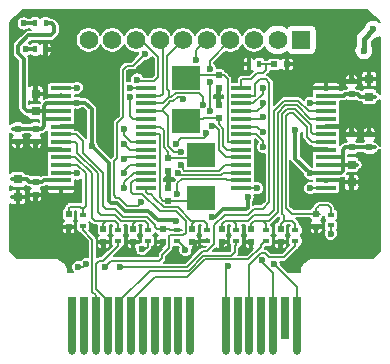
<source format=gtl>
G04 #@! TF.GenerationSoftware,KiCad,Pcbnew,(5.1.5)-3*
G04 #@! TF.CreationDate,2020-03-16T23:26:29+11:00*
G04 #@! TF.ProjectId,din_meter_atm90e26,64696e5f-6d65-4746-9572-5f61746d3930,rev?*
G04 #@! TF.SameCoordinates,Original*
G04 #@! TF.FileFunction,Copper,L1,Top*
G04 #@! TF.FilePolarity,Positive*
%FSLAX46Y46*%
G04 Gerber Fmt 4.6, Leading zero omitted, Abs format (unit mm)*
G04 Created by KiCad (PCBNEW (5.1.5)-3) date 2020-03-16 23:26:29*
%MOMM*%
%LPD*%
G04 APERTURE LIST*
%ADD10R,1.750000X0.450000*%
%ADD11R,0.500000X0.600000*%
%ADD12R,0.400000X0.600000*%
%ADD13R,0.600000X0.400000*%
%ADD14R,2.400000X2.000000*%
%ADD15R,0.600000X0.500000*%
%ADD16R,1.575000X1.575000*%
%ADD17C,1.575000*%
%ADD18R,0.750000X0.800000*%
%ADD19C,0.650000*%
%ADD20R,0.650000X4.600000*%
%ADD21R,0.650000X3.600000*%
%ADD22C,0.600000*%
%ADD23C,0.150000*%
%ADD24C,0.300000*%
%ADD25C,0.400000*%
%ADD26C,0.200000*%
G04 APERTURE END LIST*
D10*
X149810000Y-73875000D03*
X149810000Y-73225000D03*
X149810000Y-72575000D03*
X149810000Y-71925000D03*
X149810000Y-71275000D03*
X149810000Y-70625000D03*
X149810000Y-69975000D03*
X149810000Y-69325000D03*
X149810000Y-68675000D03*
X149810000Y-68025000D03*
X149810000Y-67375000D03*
X149810000Y-66725000D03*
X149810000Y-66075000D03*
X149810000Y-65425000D03*
X157010000Y-65425000D03*
X157010000Y-66075000D03*
X157010000Y-66725000D03*
X157010000Y-67375000D03*
X157010000Y-68025000D03*
X157010000Y-68675000D03*
X157010000Y-69325000D03*
X157010000Y-69975000D03*
X157010000Y-70625000D03*
X157010000Y-71275000D03*
X157010000Y-71925000D03*
X157010000Y-72575000D03*
X157010000Y-73225000D03*
X157010000Y-73875000D03*
D11*
X143660000Y-72450000D03*
X143660000Y-71350000D03*
D12*
X133260000Y-59950000D03*
X132360000Y-59950000D03*
X133260000Y-62150000D03*
X132360000Y-62150000D03*
D11*
X153160000Y-77350000D03*
X153160000Y-78450000D03*
X156160000Y-77150000D03*
X156160000Y-76050000D03*
X140660000Y-78450000D03*
X140660000Y-77350000D03*
X143160000Y-77350000D03*
X143160000Y-78450000D03*
D13*
X154410000Y-77450000D03*
X154410000Y-78350000D03*
X144410000Y-78350000D03*
X144410000Y-77450000D03*
X157410000Y-76150000D03*
X157410000Y-77050000D03*
X141910000Y-78350000D03*
X141910000Y-77450000D03*
D14*
X145160000Y-68250000D03*
X145160000Y-64550000D03*
X146410000Y-74750000D03*
X146410000Y-71050000D03*
D11*
X150660000Y-78450000D03*
X150660000Y-77350000D03*
X148160000Y-77350000D03*
X148160000Y-78450000D03*
X138160000Y-78450000D03*
X138160000Y-77350000D03*
X135210000Y-76100000D03*
X135210000Y-77200000D03*
D13*
X151910000Y-78350000D03*
X151910000Y-77450000D03*
X149410000Y-78350000D03*
X149410000Y-77450000D03*
X139410000Y-77450000D03*
X139410000Y-78350000D03*
X136410000Y-77100000D03*
X136410000Y-76200000D03*
D15*
X153710000Y-63400000D03*
X152610000Y-63400000D03*
D11*
X145660000Y-77350000D03*
X145660000Y-78450000D03*
D12*
X151360000Y-63400000D03*
X150460000Y-63400000D03*
D13*
X146910000Y-78350000D03*
X146910000Y-77450000D03*
D16*
X154907000Y-61341000D03*
D17*
X152907000Y-61341000D03*
X150907000Y-61341000D03*
X148907000Y-61341000D03*
X146907000Y-61341000D03*
X144907000Y-61341000D03*
X142907000Y-61341000D03*
X140907000Y-61341000D03*
X138907000Y-61341000D03*
X136907000Y-61341000D03*
D11*
X159160000Y-70450000D03*
X159160000Y-69350000D03*
X160660000Y-70450000D03*
X160660000Y-69350000D03*
X159160000Y-64850000D03*
X159160000Y-65950000D03*
X143660000Y-74950000D03*
X143660000Y-73850000D03*
D18*
X159160000Y-71900000D03*
X159160000Y-73400000D03*
X160660000Y-66150000D03*
X160660000Y-64650000D03*
D11*
X147910000Y-65450000D03*
X147910000Y-64350000D03*
X147910000Y-67950000D03*
X147910000Y-66850000D03*
X132410000Y-74450000D03*
X132410000Y-73350000D03*
X130910000Y-68850000D03*
X130910000Y-69950000D03*
X132410000Y-68850000D03*
X132410000Y-69950000D03*
D18*
X130910000Y-74650000D03*
X130910000Y-73150000D03*
X132410000Y-67400000D03*
X132410000Y-65900000D03*
D19*
X136508000Y-87723000D03*
X152508000Y-87723000D03*
X151508000Y-87723000D03*
X150508000Y-87723000D03*
X149508000Y-87723000D03*
X148508000Y-87723000D03*
X135508000Y-87723000D03*
X145508000Y-87723000D03*
X144508000Y-87723000D03*
X143508000Y-87723000D03*
X142508000Y-87723000D03*
X141508000Y-87723000D03*
X140508000Y-87723000D03*
X139508000Y-87723000D03*
X138508000Y-87723000D03*
X137508000Y-87723000D03*
D20*
X149508000Y-85423000D03*
X148508000Y-85423000D03*
X154508000Y-85423000D03*
D21*
X153508000Y-84923000D03*
D20*
X152508000Y-85423000D03*
X151508000Y-85423000D03*
X150508000Y-85423000D03*
X145508000Y-85423000D03*
X144508000Y-85423000D03*
X143508000Y-85423000D03*
X142508000Y-85423000D03*
X141508000Y-85423000D03*
X140508000Y-85423000D03*
X139508000Y-85423000D03*
X138508000Y-85423000D03*
X137508000Y-85423000D03*
X136508000Y-85423000D03*
X135508000Y-85423000D03*
D19*
X154508000Y-87723000D03*
D10*
X141760000Y-65425000D03*
X141760000Y-66075000D03*
X141760000Y-66725000D03*
X141760000Y-67375000D03*
X141760000Y-68025000D03*
X141760000Y-68675000D03*
X141760000Y-69325000D03*
X141760000Y-69975000D03*
X141760000Y-70625000D03*
X141760000Y-71275000D03*
X141760000Y-71925000D03*
X141760000Y-72575000D03*
X141760000Y-73225000D03*
X141760000Y-73875000D03*
X134560000Y-73875000D03*
X134560000Y-73225000D03*
X134560000Y-72575000D03*
X134560000Y-71925000D03*
X134560000Y-71275000D03*
X134560000Y-70625000D03*
X134560000Y-69975000D03*
X134560000Y-69325000D03*
X134560000Y-68675000D03*
X134560000Y-68025000D03*
X134560000Y-67375000D03*
X134560000Y-66725000D03*
X134560000Y-66075000D03*
X134560000Y-65425000D03*
D22*
X140410000Y-65400000D03*
X144410000Y-74350000D03*
X141360000Y-75100000D03*
X141710000Y-62500000D03*
X146860000Y-69200000D03*
X146610000Y-66850000D03*
X144260000Y-70150000D03*
X144510000Y-72650000D03*
X144910000Y-66350000D03*
X146010000Y-63050000D03*
X144710000Y-70800000D03*
X144710000Y-71900000D03*
X135910000Y-72650000D03*
X144286000Y-79056000D03*
X145910000Y-79056000D03*
X142786461Y-79055354D03*
X148704000Y-79056000D03*
X138042239Y-79321293D03*
X155660000Y-70650000D03*
X151460000Y-71450000D03*
X135910000Y-68650000D03*
X138560000Y-67800000D03*
X131610000Y-59100000D03*
X136010000Y-60150000D03*
X134010000Y-62150000D03*
X160010000Y-59250000D03*
X152310000Y-59250000D03*
X145910000Y-60000000D03*
X159160000Y-74400000D03*
X159160000Y-77750000D03*
X143660000Y-73150000D03*
X140660000Y-79400000D03*
X152410000Y-79150000D03*
X149910000Y-79350000D03*
X155410000Y-77150000D03*
X135210000Y-78050000D03*
X151160000Y-74900000D03*
X154660000Y-63400000D03*
X149660000Y-63400000D03*
X140410000Y-64150000D03*
X135910000Y-64150000D03*
X135910000Y-73900000D03*
X132410000Y-64900000D03*
X132410000Y-70900000D03*
X132410000Y-75400000D03*
X147910000Y-66150000D03*
X159160000Y-63900000D03*
X159160000Y-68400000D03*
X155660000Y-75150000D03*
X155660000Y-65400000D03*
X135910000Y-65400000D03*
X147310000Y-76350000D03*
X150360000Y-74650000D03*
X144260000Y-76700000D03*
X154410000Y-68950000D03*
X137160000Y-70350000D03*
X135910000Y-66650000D03*
X155660000Y-72650000D03*
X151160000Y-73900000D03*
X155660000Y-66650000D03*
X155660000Y-73900000D03*
X147160000Y-63800000D03*
X147160000Y-64900000D03*
X147160000Y-67400000D03*
X147360000Y-68600000D03*
X151660000Y-70400000D03*
X151660000Y-69150000D03*
X151660000Y-67900000D03*
X151660000Y-66650000D03*
X151660000Y-65400000D03*
X139560000Y-80580000D03*
X136685978Y-80319685D03*
X136004000Y-80580000D03*
X141010000Y-64700000D03*
X140410000Y-66150000D03*
X139910000Y-68900000D03*
X139910000Y-70150000D03*
X139910000Y-71400000D03*
X139910000Y-72650000D03*
X139910000Y-73900000D03*
X138290000Y-80580000D03*
X131410000Y-59950000D03*
X141410000Y-79050000D03*
X152560000Y-80300000D03*
X148733208Y-80456023D03*
X157410000Y-77750000D03*
X145084798Y-79129816D03*
X151610000Y-80000000D03*
X160210000Y-62250000D03*
X161010000Y-60450000D03*
X131610000Y-62150000D03*
D23*
X140435000Y-65425000D02*
X140410000Y-65400000D01*
X141760000Y-65425000D02*
X140435000Y-65425000D01*
X142985000Y-66075000D02*
X143160000Y-65900000D01*
X141760000Y-66075000D02*
X142985000Y-66075000D01*
X143160000Y-65900000D02*
X143160000Y-61594000D01*
X143160000Y-61594000D02*
X142907000Y-61341000D01*
X141360000Y-75100000D02*
X141085002Y-75374998D01*
X148510000Y-73100000D02*
X144810000Y-73100000D01*
X144810000Y-73100000D02*
X144410000Y-73500000D01*
X144410000Y-73500000D02*
X144410000Y-74350000D01*
X149810000Y-73225000D02*
X148635000Y-73225000D01*
X148635000Y-73225000D02*
X148510000Y-73100000D01*
X140660000Y-63550000D02*
X141710000Y-62500000D01*
X140110000Y-63550000D02*
X140660000Y-63550000D01*
X139810000Y-63850000D02*
X140110000Y-63550000D01*
X139810000Y-67900000D02*
X139810000Y-63850000D01*
X139310000Y-68400000D02*
X139810000Y-67900000D01*
X139310000Y-71350000D02*
X139310000Y-68400000D01*
X139060000Y-71600000D02*
X139310000Y-71350000D01*
X139060000Y-74500000D02*
X139060000Y-71600000D01*
X139260000Y-74700000D02*
X139060000Y-74500000D01*
X139510000Y-74700000D02*
X139260000Y-74700000D01*
X140184998Y-75374998D02*
X139510000Y-74700000D01*
X141085002Y-75374998D02*
X140184998Y-75374998D01*
X143160000Y-61594000D02*
X142907000Y-61341000D01*
X146610000Y-66150000D02*
X146260000Y-65800000D01*
X143710000Y-66200000D02*
X143910000Y-66200000D01*
X144760000Y-69650000D02*
X146710000Y-69650000D01*
X146710000Y-69650000D02*
X146860000Y-69500000D01*
X146860000Y-69500000D02*
X146860000Y-69200000D01*
X146610000Y-66850000D02*
X146610000Y-66150000D01*
X148285000Y-72575000D02*
X149810000Y-72575000D01*
X144610000Y-72750000D02*
X144510000Y-72650000D01*
X148110000Y-72750000D02*
X144610000Y-72750000D01*
X148285000Y-72575000D02*
X148110000Y-72750000D01*
X144260000Y-70150000D02*
X144760000Y-69650000D01*
X144310000Y-65800000D02*
X143910000Y-66200000D01*
X146260000Y-65800000D02*
X144310000Y-65800000D01*
X143085000Y-66725000D02*
X143185000Y-66725000D01*
X143510000Y-62738000D02*
X143660000Y-62588000D01*
X144907000Y-61341000D02*
X143660000Y-62588000D01*
X143085000Y-66725000D02*
X141760000Y-66725000D01*
X143510000Y-65500000D02*
X143510000Y-62738000D01*
X143710000Y-65700000D02*
X143510000Y-65500000D01*
X143710000Y-66200000D02*
X143710000Y-65700000D01*
X143185000Y-66725000D02*
X143710000Y-66200000D01*
X143610000Y-66750000D02*
X143810000Y-66550000D01*
X143185000Y-67375000D02*
X143185000Y-67175000D01*
X143185000Y-67175000D02*
X143610000Y-66750000D01*
X144710000Y-66150000D02*
X144910000Y-66350000D01*
X144460000Y-66150000D02*
X144710000Y-66150000D01*
X144060000Y-66550000D02*
X144460000Y-66150000D01*
X143810000Y-66550000D02*
X144060000Y-66550000D01*
X146010000Y-63050000D02*
X146010000Y-62238000D01*
X146010000Y-62238000D02*
X146907000Y-61341000D01*
X143610000Y-69050000D02*
X143610000Y-67800000D01*
X144110000Y-70800000D02*
X143610000Y-70300000D01*
X143610000Y-70300000D02*
X143610000Y-69050000D01*
X148435000Y-71925000D02*
X147960000Y-72400000D01*
X149810000Y-71925000D02*
X148435000Y-71925000D01*
X144910000Y-72100000D02*
X144710000Y-71900000D01*
X144910000Y-72300000D02*
X144910000Y-72100000D01*
X145010000Y-72400000D02*
X144910000Y-72300000D01*
X147960000Y-72400000D02*
X145010000Y-72400000D01*
X144710000Y-70800000D02*
X144110000Y-70800000D01*
X143185000Y-67375000D02*
X143160000Y-67375000D01*
X143160000Y-67375000D02*
X141760000Y-67375000D01*
X143610000Y-67800000D02*
X143185000Y-67375000D01*
D24*
X132960000Y-73350000D02*
X133085000Y-73225000D01*
X133085000Y-73225000D02*
X134560000Y-73225000D01*
X132410000Y-73350000D02*
X132960000Y-73350000D01*
X131860000Y-73350000D02*
X131660000Y-73150000D01*
X131660000Y-73150000D02*
X130910000Y-73150000D01*
X132410000Y-73350000D02*
X131960000Y-73350000D01*
X131960000Y-73350000D02*
X131860000Y-73350000D01*
X130910000Y-73150000D02*
X130410000Y-73150000D01*
D23*
X135910000Y-72650000D02*
X135835000Y-72575000D01*
X135835000Y-72575000D02*
X134560000Y-72575000D01*
D24*
X145728264Y-78450000D02*
X145910000Y-78631736D01*
X145660000Y-78450000D02*
X145728264Y-78450000D01*
X145910000Y-78631736D02*
X145910000Y-79056000D01*
X143160000Y-78681815D02*
X143086460Y-78755355D01*
X143086460Y-78755355D02*
X142786461Y-79055354D01*
X143160000Y-78450000D02*
X143160000Y-78681815D01*
X148166000Y-79056000D02*
X148279736Y-79056000D01*
X148279736Y-79056000D02*
X148704000Y-79056000D01*
X148160000Y-78450000D02*
X148160000Y-79050000D01*
X148160000Y-79050000D02*
X148166000Y-79056000D01*
X138160000Y-79203532D02*
X138042239Y-79321293D01*
X138160000Y-78450000D02*
X138160000Y-79203532D01*
X155685000Y-70625000D02*
X155660000Y-70650000D01*
X157010000Y-70625000D02*
X155685000Y-70625000D01*
X134560000Y-68675000D02*
X135885000Y-68675000D01*
X135885000Y-68675000D02*
X135910000Y-68650000D01*
X136010000Y-60150000D02*
X134910000Y-59050000D01*
X131660000Y-59050000D02*
X131610000Y-59100000D01*
X134910000Y-59050000D02*
X131660000Y-59050000D01*
X133910000Y-62150000D02*
X134010000Y-62150000D01*
X133260000Y-62150000D02*
X133910000Y-62150000D01*
X136010000Y-60150000D02*
X134010000Y-62150000D01*
X151560000Y-60000000D02*
X152310000Y-59250000D01*
X145910000Y-60000000D02*
X151560000Y-60000000D01*
X159160000Y-77750000D02*
X159160000Y-74400000D01*
X159160000Y-74400000D02*
X159160000Y-73400000D01*
X140660000Y-78450000D02*
X140660000Y-79400000D01*
X153160000Y-79000000D02*
X153010000Y-79150000D01*
X153160000Y-78450000D02*
X153160000Y-79000000D01*
X153010000Y-79150000D02*
X152410000Y-79150000D01*
X150660000Y-78450000D02*
X150660000Y-79000000D01*
X150310000Y-79350000D02*
X149910000Y-79350000D01*
X150660000Y-79000000D02*
X150310000Y-79350000D01*
X156160000Y-77150000D02*
X155410000Y-77150000D01*
X135210000Y-77200000D02*
X135210000Y-78050000D01*
X146910000Y-78350000D02*
X146310000Y-78350000D01*
X146210000Y-78450000D02*
X145660000Y-78450000D01*
X146310000Y-78350000D02*
X146210000Y-78450000D01*
X153710000Y-63400000D02*
X154660000Y-63400000D01*
X150460000Y-63400000D02*
X149660000Y-63400000D01*
X143660000Y-73150000D02*
X143660000Y-73850000D01*
X143660000Y-72450000D02*
X143660000Y-73150000D01*
X130910000Y-69950000D02*
X130460000Y-69950000D01*
X160660000Y-69350000D02*
X161110000Y-69350000D01*
X132960000Y-69950000D02*
X133160000Y-70150000D01*
X133160000Y-70150000D02*
X133160000Y-70400000D01*
X133160000Y-70400000D02*
X133385000Y-70625000D01*
X133385000Y-70625000D02*
X134560000Y-70625000D01*
X132410000Y-69950000D02*
X132960000Y-69950000D01*
X133335000Y-66075000D02*
X134560000Y-66075000D01*
X133335000Y-66075000D02*
X133160000Y-65900000D01*
X132410000Y-65900000D02*
X133160000Y-65900000D01*
X133435000Y-73875000D02*
X133160000Y-74150000D01*
X133160000Y-74150000D02*
X133160000Y-74400000D01*
X133160000Y-74400000D02*
X133110000Y-74450000D01*
X133110000Y-74450000D02*
X132410000Y-74450000D01*
X134560000Y-73875000D02*
X133435000Y-73875000D01*
X131860000Y-74450000D02*
X131660000Y-74650000D01*
X131660000Y-74650000D02*
X130410000Y-74650000D01*
X132410000Y-74450000D02*
X131860000Y-74450000D01*
X130910000Y-74650000D02*
X131660000Y-74650000D01*
X135885000Y-73875000D02*
X135910000Y-73900000D01*
X134560000Y-73875000D02*
X135885000Y-73875000D01*
X132410000Y-65900000D02*
X132410000Y-64900000D01*
X132410000Y-69950000D02*
X132410000Y-70900000D01*
X132410000Y-74450000D02*
X132410000Y-75400000D01*
X132410000Y-69950000D02*
X130910000Y-69950000D01*
X147910000Y-66850000D02*
X147910000Y-66150000D01*
X147910000Y-66150000D02*
X147910000Y-65450000D01*
X159160000Y-69350000D02*
X160660000Y-69350000D01*
X159160000Y-64850000D02*
X159160000Y-63900000D01*
X159160000Y-69350000D02*
X159160000Y-68400000D01*
X157010000Y-65425000D02*
X155685000Y-65425000D01*
X155685000Y-65425000D02*
X155660000Y-65400000D01*
X160660000Y-64650000D02*
X159910000Y-64650000D01*
X159160000Y-64850000D02*
X159710000Y-64850000D01*
X159910000Y-64650000D02*
X161160000Y-64650000D01*
X159710000Y-64850000D02*
X159910000Y-64650000D01*
X157010000Y-65425000D02*
X158135000Y-65425000D01*
X158460000Y-64850000D02*
X159160000Y-64850000D01*
X158410000Y-64900000D02*
X158460000Y-64850000D01*
X158410000Y-65150000D02*
X158410000Y-64900000D01*
X158135000Y-65425000D02*
X158410000Y-65150000D01*
X159160000Y-73400000D02*
X158410000Y-73400000D01*
X158235000Y-73225000D02*
X158410000Y-73400000D01*
X158235000Y-73225000D02*
X157010000Y-73225000D01*
X159160000Y-69350000D02*
X158610000Y-69350000D01*
X158185000Y-68675000D02*
X157010000Y-68675000D01*
X158410000Y-68900000D02*
X158185000Y-68675000D01*
X158410000Y-69150000D02*
X158410000Y-68900000D01*
X158610000Y-69350000D02*
X158410000Y-69150000D01*
D23*
X135885000Y-65425000D02*
X135910000Y-65400000D01*
X134560000Y-65425000D02*
X135885000Y-65425000D01*
D24*
X139960000Y-75800000D02*
X141960000Y-75800000D01*
X147310000Y-76350000D02*
X147560000Y-76350000D01*
X138610000Y-71800000D02*
X138610000Y-74900000D01*
X138610000Y-74900000D02*
X138610000Y-74950000D01*
X138610000Y-74950000D02*
X138810000Y-75150000D01*
X138810000Y-75150000D02*
X139310000Y-75150000D01*
X139310000Y-75150000D02*
X139960000Y-75800000D01*
X137160000Y-70350000D02*
X138610000Y-71800000D01*
X150360000Y-75550000D02*
X150360000Y-74650000D01*
X150260000Y-75650000D02*
X150360000Y-75550000D01*
X148260000Y-75650000D02*
X150260000Y-75650000D01*
X147560000Y-76350000D02*
X148260000Y-75650000D01*
X144160000Y-76600000D02*
X144260000Y-76700000D01*
X142760000Y-76600000D02*
X144160000Y-76600000D01*
X141960000Y-75800000D02*
X142760000Y-76600000D01*
X134560000Y-68025000D02*
X133285000Y-68025000D01*
X133285000Y-68025000D02*
X133160000Y-67900000D01*
X133160000Y-67400000D02*
X133160000Y-67900000D01*
X133160000Y-67900000D02*
X133285000Y-68025000D01*
X133160000Y-67400000D02*
X134535000Y-67400000D01*
X134535000Y-67400000D02*
X134560000Y-67375000D01*
X133160000Y-66900000D02*
X133160000Y-67400000D01*
X134560000Y-66725000D02*
X133335000Y-66725000D01*
X133335000Y-66725000D02*
X133160000Y-66900000D01*
X158410000Y-71925000D02*
X158410000Y-71400000D01*
X158410000Y-71400000D02*
X158285000Y-71275000D01*
X157010000Y-71925000D02*
X158410000Y-71925000D01*
X158410000Y-71925000D02*
X158410000Y-71950000D01*
X157010000Y-71275000D02*
X158285000Y-71275000D01*
X158285000Y-71275000D02*
X158410000Y-71400000D01*
X154410000Y-68950000D02*
X154410000Y-71400000D01*
X154410000Y-71400000D02*
X155660000Y-72650000D01*
X137160000Y-70350000D02*
X137160000Y-67200000D01*
X137160000Y-67200000D02*
X136610000Y-66650000D01*
X136610000Y-66650000D02*
X135910000Y-66650000D01*
X131910000Y-67400000D02*
X131660000Y-67400000D01*
X132410000Y-67400000D02*
X131910000Y-67400000D01*
X133810000Y-59950000D02*
X133260000Y-59950000D01*
X134010000Y-60150000D02*
X133810000Y-59950000D01*
X134010000Y-60650000D02*
X134010000Y-60150000D01*
X133710000Y-60950000D02*
X134010000Y-60650000D01*
X131810000Y-60950000D02*
X133710000Y-60950000D01*
X130910000Y-61850000D02*
X131810000Y-60950000D01*
X130910000Y-62450000D02*
X130910000Y-61850000D01*
X131410000Y-62950000D02*
X130910000Y-62450000D01*
X131410000Y-67150000D02*
X131410000Y-62950000D01*
X131660000Y-67400000D02*
X131410000Y-67150000D01*
X130910000Y-68850000D02*
X130460000Y-68850000D01*
X160660000Y-70450000D02*
X161110000Y-70450000D01*
X134535000Y-67400000D02*
X134560000Y-67375000D01*
X132410000Y-67400000D02*
X133160000Y-67400000D01*
X133335000Y-66725000D02*
X133160000Y-66900000D01*
X133160000Y-66900000D02*
X133160000Y-67900000D01*
X133160000Y-67900000D02*
X133285000Y-68025000D01*
X132960000Y-68850000D02*
X133160000Y-68650000D01*
X132410000Y-68850000D02*
X132960000Y-68850000D01*
X133160000Y-68650000D02*
X133160000Y-67900000D01*
X135910000Y-66650000D02*
X135835000Y-66725000D01*
X135835000Y-66725000D02*
X134560000Y-66725000D01*
X131960000Y-68850000D02*
X132410000Y-68850000D01*
X130910000Y-68850000D02*
X131960000Y-68850000D01*
X160660000Y-70450000D02*
X159610000Y-70450000D01*
X159610000Y-70450000D02*
X159160000Y-70450000D01*
X155735000Y-72575000D02*
X157010000Y-72575000D01*
X155660000Y-72650000D02*
X155735000Y-72575000D01*
X159160000Y-71900000D02*
X159660000Y-71900000D01*
X159160000Y-70450000D02*
X158610000Y-70450000D01*
X158610000Y-70450000D02*
X158410000Y-70650000D01*
X158410000Y-70650000D02*
X158410000Y-71400000D01*
X157010000Y-72575000D02*
X158235000Y-72575000D01*
X158235000Y-72575000D02*
X158410000Y-72400000D01*
X158410000Y-72400000D02*
X158410000Y-71950000D01*
X158410000Y-71400000D02*
X158285000Y-71275000D01*
X158410000Y-71950000D02*
X158410000Y-71400000D01*
X159160000Y-71900000D02*
X157035000Y-71900000D01*
X157035000Y-71900000D02*
X157010000Y-71925000D01*
D23*
X149810000Y-73875000D02*
X151135000Y-73875000D01*
X151135000Y-73875000D02*
X151160000Y-73900000D01*
D24*
X160660000Y-66150000D02*
X161160000Y-66150000D01*
X159610000Y-65950000D02*
X159710000Y-65950000D01*
X159160000Y-65950000D02*
X159610000Y-65950000D01*
X159910000Y-66150000D02*
X160660000Y-66150000D01*
X159710000Y-65950000D02*
X159910000Y-66150000D01*
X159160000Y-65950000D02*
X158610000Y-65950000D01*
X158485000Y-66075000D02*
X157010000Y-66075000D01*
X158610000Y-65950000D02*
X158485000Y-66075000D01*
D23*
X155735000Y-66725000D02*
X157010000Y-66725000D01*
X155660000Y-66650000D02*
X155735000Y-66725000D01*
X157010000Y-73875000D02*
X155685000Y-73875000D01*
X155685000Y-73875000D02*
X155660000Y-73900000D01*
X148410000Y-71150000D02*
X147960000Y-70700000D01*
X148535000Y-71275000D02*
X148410000Y-71150000D01*
X149810000Y-71275000D02*
X148535000Y-71275000D01*
X147160000Y-63088000D02*
X148907000Y-61341000D01*
X147160000Y-63800000D02*
X147160000Y-63088000D01*
X147160000Y-67400000D02*
X147160000Y-64900000D01*
X147560000Y-68600000D02*
X147360000Y-68600000D01*
X147960000Y-69000000D02*
X147560000Y-68600000D01*
X147960000Y-70700000D02*
X147960000Y-69000000D01*
X148310000Y-69050000D02*
X148310000Y-68850000D01*
X148310000Y-70300000D02*
X148310000Y-69050000D01*
X149810000Y-70625000D02*
X148635000Y-70625000D01*
X148635000Y-70625000D02*
X148310000Y-70300000D01*
X147910000Y-68450000D02*
X147910000Y-67950000D01*
X148310000Y-68850000D02*
X147910000Y-68450000D01*
X145160000Y-68000000D02*
X146560000Y-68000000D01*
X146610000Y-67950000D02*
X147910000Y-67950000D01*
X146560000Y-68000000D02*
X146610000Y-67950000D01*
X147910000Y-64350000D02*
X148360000Y-64350000D01*
X148735000Y-69975000D02*
X149810000Y-69975000D01*
X148660000Y-69900000D02*
X148735000Y-69975000D01*
X148660000Y-64650000D02*
X148660000Y-69900000D01*
X148360000Y-64350000D02*
X148660000Y-64650000D01*
X145160000Y-64300000D02*
X146560000Y-64300000D01*
X146610000Y-64350000D02*
X147910000Y-64350000D01*
X146560000Y-64300000D02*
X146610000Y-64350000D01*
X149810000Y-69325000D02*
X151085000Y-69325000D01*
X151660000Y-69900000D02*
X151660000Y-70400000D01*
X151085000Y-69325000D02*
X151660000Y-69900000D01*
X149810000Y-68675000D02*
X151185000Y-68675000D01*
X151185000Y-68675000D02*
X151660000Y-69150000D01*
X151535000Y-68025000D02*
X149810000Y-68025000D01*
X151660000Y-67900000D02*
X151535000Y-68025000D01*
X149810000Y-67375000D02*
X151185000Y-67375000D01*
X151660000Y-66900000D02*
X151660000Y-66650000D01*
X151185000Y-67375000D02*
X151660000Y-66900000D01*
X149810000Y-66725000D02*
X150835000Y-66725000D01*
X151660000Y-65900000D02*
X151660000Y-65400000D01*
X150835000Y-66725000D02*
X151660000Y-65900000D01*
X146566233Y-79250771D02*
X145237004Y-80580000D01*
X150910000Y-75650000D02*
X150410000Y-76150000D01*
X150410000Y-76150000D02*
X148410000Y-76150000D01*
X152210000Y-75100000D02*
X151660000Y-75650000D01*
X147510000Y-77050000D02*
X147510000Y-78639442D01*
X152210000Y-64950000D02*
X152210000Y-75100000D01*
X151660000Y-75650000D02*
X150910000Y-75650000D01*
X146898671Y-79250771D02*
X146566233Y-79250771D01*
X147510000Y-78639442D02*
X146898671Y-79250771D01*
X148410000Y-76150000D02*
X147510000Y-77050000D01*
X145237004Y-80580000D02*
X139984264Y-80580000D01*
X139984264Y-80580000D02*
X139560000Y-80580000D01*
X136004000Y-80580000D02*
X136428264Y-80580000D01*
X136685978Y-80322286D02*
X136685978Y-80319685D01*
X136428264Y-80580000D02*
X136685978Y-80322286D01*
X148410000Y-76150000D02*
X148410000Y-76150000D01*
X152210000Y-64950000D02*
X152210000Y-65000000D01*
X152210000Y-65000000D02*
X152210000Y-64950000D01*
X150985000Y-66075000D02*
X149810000Y-66075000D01*
X150985000Y-66075000D02*
X150985000Y-65075000D01*
X150985000Y-65075000D02*
X151410000Y-64650000D01*
X151410000Y-64650000D02*
X151910000Y-64650000D01*
X151910000Y-64650000D02*
X152210000Y-64950000D01*
X151910000Y-63400000D02*
X151910000Y-63900000D01*
X149810000Y-64750000D02*
X149810000Y-65425000D01*
X149910000Y-64650000D02*
X149810000Y-64750000D01*
X150660000Y-64650000D02*
X149910000Y-64650000D01*
X151160000Y-64150000D02*
X150660000Y-64650000D01*
X151660000Y-64150000D02*
X151160000Y-64150000D01*
X151910000Y-63900000D02*
X151660000Y-64150000D01*
X152610000Y-63400000D02*
X151910000Y-63400000D01*
X151910000Y-63400000D02*
X151360000Y-63400000D01*
X136660000Y-72650000D02*
X136660000Y-75400000D01*
X134560000Y-71925000D02*
X135935000Y-71925000D01*
X135935000Y-71925000D02*
X136660000Y-72650000D01*
X136660000Y-75400000D02*
X136410000Y-75650000D01*
X135210000Y-76100000D02*
X135210000Y-75550000D01*
X136410000Y-75650000D02*
X136410000Y-76200000D01*
X136210000Y-75450000D02*
X136410000Y-75650000D01*
X135310000Y-75450000D02*
X136210000Y-75450000D01*
X135210000Y-75550000D02*
X135310000Y-75450000D01*
X151660000Y-76650000D02*
X152160000Y-76650000D01*
X155685000Y-68025000D02*
X157010000Y-68025000D01*
X154510000Y-66850000D02*
X155685000Y-68025000D01*
X153560000Y-66850000D02*
X154510000Y-66850000D01*
X152910000Y-67500000D02*
X153560000Y-66850000D01*
X152910000Y-75900000D02*
X152910000Y-67500000D01*
X152160000Y-76650000D02*
X152910000Y-75900000D01*
X151160000Y-76650000D02*
X151660000Y-76650000D01*
X151910000Y-77450000D02*
X151910000Y-76900000D01*
X150910000Y-76650000D02*
X151160000Y-76650000D01*
X150910000Y-76650000D02*
X150660000Y-76900000D01*
X150660000Y-76900000D02*
X150660000Y-77350000D01*
X151660000Y-76650000D02*
X151910000Y-76900000D01*
X153260000Y-76050000D02*
X153410000Y-76200000D01*
X153260000Y-76050000D02*
X153260000Y-67650000D01*
X153260000Y-67650000D02*
X153710000Y-67200000D01*
X153710000Y-67200000D02*
X154360000Y-67200000D01*
X154360000Y-67200000D02*
X155710000Y-68550000D01*
X155710000Y-68550000D02*
X155710000Y-69150000D01*
X155710000Y-69150000D02*
X155885000Y-69325000D01*
X157010000Y-69325000D02*
X155885000Y-69325000D01*
X153410000Y-76200000D02*
X153410000Y-76650000D01*
X154410000Y-77450000D02*
X154410000Y-76900000D01*
X153160000Y-76900000D02*
X153160000Y-77350000D01*
X153410000Y-76650000D02*
X153160000Y-76900000D01*
X154160000Y-76650000D02*
X153910000Y-76650000D01*
X153910000Y-76650000D02*
X153660000Y-76650000D01*
X153660000Y-76650000D02*
X153410000Y-76650000D01*
X154410000Y-76900000D02*
X154160000Y-76650000D01*
X153860000Y-75800000D02*
X153610000Y-75550000D01*
X155560000Y-76050000D02*
X154110000Y-76050000D01*
X156160000Y-76050000D02*
X155560000Y-76050000D01*
X154110000Y-76050000D02*
X153860000Y-75800000D01*
X155785000Y-69975000D02*
X157010000Y-69975000D01*
X155360000Y-69550000D02*
X155785000Y-69975000D01*
X155360000Y-68700000D02*
X155360000Y-69550000D01*
X154210000Y-67550000D02*
X155360000Y-68700000D01*
X153860002Y-67550000D02*
X154210000Y-67550000D01*
X153610000Y-67800002D02*
X153860002Y-67550000D01*
X153610000Y-75550000D02*
X153610000Y-67800002D01*
X156160000Y-76050000D02*
X156510000Y-76050000D01*
X156310000Y-75450000D02*
X156410000Y-75350000D01*
X157410000Y-75600000D02*
X157160000Y-75350000D01*
X156310000Y-75450000D02*
X156160000Y-75600000D01*
X156160000Y-76050000D02*
X156160000Y-75600000D01*
X157410000Y-75600000D02*
X157410000Y-76150000D01*
X156410000Y-75350000D02*
X157160000Y-75350000D01*
X141760000Y-68025000D02*
X140685000Y-68025000D01*
X142810000Y-62800000D02*
X141351000Y-61341000D01*
X142810000Y-64500000D02*
X142810000Y-62800000D01*
X142460000Y-64850000D02*
X142810000Y-64500000D01*
X141160000Y-64850000D02*
X142460000Y-64850000D01*
X141010000Y-64700000D02*
X141160000Y-64850000D01*
X140410000Y-67750000D02*
X140410000Y-66150000D01*
X140685000Y-68025000D02*
X140410000Y-67750000D01*
X141351000Y-61341000D02*
X140907000Y-61341000D01*
X143660000Y-71350000D02*
X143660000Y-70850000D01*
X143260000Y-70450000D02*
X143260000Y-69000000D01*
X143660000Y-70850000D02*
X143260000Y-70450000D01*
X142935000Y-68675000D02*
X141760000Y-68675000D01*
X143260000Y-69000000D02*
X142935000Y-68675000D01*
X145010000Y-71300000D02*
X144960000Y-71350000D01*
X144960000Y-71350000D02*
X143660000Y-71350000D01*
X146410000Y-71300000D02*
X145010000Y-71300000D01*
X143660000Y-74950000D02*
X143210000Y-74950000D01*
X142835000Y-69325000D02*
X141760000Y-69325000D01*
X142910000Y-69400000D02*
X142835000Y-69325000D01*
X142910000Y-74650000D02*
X142910000Y-69400000D01*
X143210000Y-74950000D02*
X142910000Y-74650000D01*
X145010000Y-75000000D02*
X144960000Y-74950000D01*
X144960000Y-74950000D02*
X143660000Y-74950000D01*
X146410000Y-75000000D02*
X145010000Y-75000000D01*
X140485000Y-69975000D02*
X139910000Y-69400000D01*
X139910000Y-69400000D02*
X139910000Y-68900000D01*
X141760000Y-69975000D02*
X140485000Y-69975000D01*
X140385000Y-70625000D02*
X139910000Y-70150000D01*
X141760000Y-70625000D02*
X140385000Y-70625000D01*
X139910000Y-71400000D02*
X140035000Y-71275000D01*
X140035000Y-71275000D02*
X141760000Y-71275000D01*
X140385000Y-71925000D02*
X139910000Y-72400000D01*
X139910000Y-72400000D02*
X139910000Y-72650000D01*
X141760000Y-71925000D02*
X140385000Y-71925000D01*
X140735000Y-72575000D02*
X139910000Y-73400000D01*
X139910000Y-73400000D02*
X139910000Y-73900000D01*
X141760000Y-72575000D02*
X140735000Y-72575000D01*
X143685001Y-77963923D02*
X143685001Y-78970001D01*
X143116000Y-79539002D02*
X143116000Y-79818000D01*
X143773923Y-77875001D02*
X143685001Y-77963923D01*
X141410000Y-74350000D02*
X142910000Y-75850000D01*
X144890001Y-77875001D02*
X143773923Y-77875001D01*
X145110000Y-76700000D02*
X145110000Y-77655002D01*
X143116000Y-79818000D02*
X142879002Y-80054998D01*
X145110000Y-77655002D02*
X144890001Y-77875001D01*
X142910000Y-75850000D02*
X144260000Y-75850000D01*
X144260000Y-75850000D02*
X145110000Y-76700000D01*
X141760000Y-73225000D02*
X140735000Y-73225000D01*
X140735000Y-73225000D02*
X140510000Y-73450000D01*
X140510000Y-73450000D02*
X140510000Y-74200000D01*
X138815002Y-80054998D02*
X138290000Y-80580000D01*
X143685001Y-78970001D02*
X143116000Y-79539002D01*
X140510000Y-74200000D02*
X140660000Y-74350000D01*
X140660000Y-74350000D02*
X141410000Y-74350000D01*
X142879002Y-80054998D02*
X138815002Y-80054998D01*
X145910000Y-76650000D02*
X145610000Y-76650000D01*
X144460000Y-75500000D02*
X145610000Y-76650000D01*
X143260000Y-75500000D02*
X142560000Y-74800000D01*
X143260000Y-75500000D02*
X144460000Y-75500000D01*
X141760000Y-74250000D02*
X141910000Y-74400000D01*
X141760000Y-73875000D02*
X141760000Y-74250000D01*
X142160000Y-74400000D02*
X142560000Y-74800000D01*
X141910000Y-74400000D02*
X142160000Y-74400000D01*
X142560000Y-74800000D02*
X142560000Y-74800000D01*
X145910000Y-76650000D02*
X145910000Y-76650000D01*
X146910000Y-77450000D02*
X146910000Y-76900000D01*
X145660000Y-76900000D02*
X145660000Y-77350000D01*
X145910000Y-76650000D02*
X145660000Y-76900000D01*
X146660000Y-76650000D02*
X145910000Y-76650000D01*
X146910000Y-76900000D02*
X146660000Y-76650000D01*
D24*
X132360000Y-59950000D02*
X131410000Y-59950000D01*
D23*
X136410000Y-77450000D02*
X136410000Y-77100000D01*
X137508000Y-82973000D02*
X137210988Y-82675988D01*
X137210988Y-82675988D02*
X137210988Y-78250988D01*
X137210988Y-78250988D02*
X136410000Y-77450000D01*
X137508000Y-85423000D02*
X137508000Y-82973000D01*
X137160000Y-72650000D02*
X137160000Y-76400000D01*
X135785000Y-71275000D02*
X137160000Y-72650000D01*
X134560000Y-71275000D02*
X135785000Y-71275000D01*
X137410000Y-76650000D02*
X138410000Y-76650000D01*
X137160000Y-76400000D02*
X137410000Y-76650000D01*
X139410000Y-77450000D02*
X139410000Y-76900000D01*
X138160000Y-76900000D02*
X138160000Y-77350000D01*
X138410000Y-76650000D02*
X138160000Y-76900000D01*
X139160000Y-76650000D02*
X138410000Y-76650000D01*
X139410000Y-76900000D02*
X139160000Y-76650000D01*
X138121726Y-80054993D02*
X137783999Y-80054993D01*
X137510999Y-82450999D02*
X138508000Y-83448000D01*
X137783999Y-80054993D02*
X137510999Y-80327993D01*
X139410000Y-78766719D02*
X138121726Y-80054993D01*
X137510999Y-80327993D02*
X137510999Y-82450999D01*
X138508000Y-83448000D02*
X138508000Y-85423000D01*
X139410000Y-78350000D02*
X139410000Y-78766719D01*
X145361272Y-80880011D02*
X142075989Y-80880011D01*
X149279002Y-79332002D02*
X148980002Y-79631002D01*
X148980002Y-79631002D02*
X146610281Y-79631002D01*
X146610281Y-79631002D02*
X145361272Y-80880011D01*
X149279002Y-78830998D02*
X149279002Y-79332002D01*
X142075989Y-80880011D02*
X139508000Y-83448000D01*
X149410000Y-78350000D02*
X149410000Y-78700000D01*
X139508000Y-83448000D02*
X139508000Y-85423000D01*
X149410000Y-78700000D02*
X149279002Y-78830998D01*
X151910000Y-78350000D02*
X151810000Y-78350000D01*
X151810000Y-78350000D02*
X151460000Y-78700000D01*
X142546999Y-81409001D02*
X140508000Y-83448000D01*
X145256560Y-81409001D02*
X142546999Y-81409001D01*
X151460000Y-78700000D02*
X151460000Y-78900000D01*
X146734548Y-79931013D02*
X145256560Y-81409001D01*
X140508000Y-83448000D02*
X140508000Y-85423000D01*
X151460000Y-78900000D02*
X150428987Y-79931013D01*
X150428987Y-79931013D02*
X146734548Y-79931013D01*
X137660000Y-72650000D02*
X137660000Y-75900000D01*
X135735000Y-69975000D02*
X135910000Y-70150000D01*
X135910000Y-70150000D02*
X135910000Y-70900000D01*
X135910000Y-70900000D02*
X137660000Y-72650000D01*
X134560000Y-69975000D02*
X135735000Y-69975000D01*
X139660000Y-76650000D02*
X140910000Y-76650000D01*
X139160000Y-76150000D02*
X139660000Y-76650000D01*
X137910000Y-76150000D02*
X139160000Y-76150000D01*
X137660000Y-75900000D02*
X137910000Y-76150000D01*
X141910000Y-77450000D02*
X141910000Y-76900000D01*
X140660000Y-76900000D02*
X140660000Y-77350000D01*
X140910000Y-76650000D02*
X140660000Y-76900000D01*
X141660000Y-76650000D02*
X140910000Y-76650000D01*
X141910000Y-76900000D02*
X141660000Y-76650000D01*
X144410000Y-77450000D02*
X144809998Y-77450000D01*
X144410000Y-77450000D02*
X143810000Y-77450000D01*
X143560000Y-77350000D02*
X143160000Y-77350000D01*
X143710000Y-77350000D02*
X143560000Y-77350000D01*
X143810000Y-77450000D02*
X143710000Y-77350000D01*
X141810000Y-76300000D02*
X142510000Y-77000000D01*
X138160000Y-75400000D02*
X138410000Y-75650000D01*
X138410000Y-75650000D02*
X139160000Y-75650000D01*
X139160000Y-75650000D02*
X139810000Y-76300000D01*
X139810000Y-76300000D02*
X141810000Y-76300000D01*
X134560000Y-69325000D02*
X135835000Y-69325000D01*
X135835000Y-69325000D02*
X136410000Y-69900000D01*
X136410000Y-69900000D02*
X136410000Y-70900000D01*
X136410000Y-70900000D02*
X138160000Y-72650000D01*
X138160000Y-72650000D02*
X138160000Y-75400000D01*
X142660000Y-77350000D02*
X143160000Y-77350000D01*
X142510000Y-77200000D02*
X142660000Y-77350000D01*
X142510000Y-77000000D02*
X142510000Y-77200000D01*
X150910000Y-76150000D02*
X152160000Y-76150000D01*
X150910000Y-76150000D02*
X150410000Y-76650000D01*
X149160000Y-76650000D02*
X150410000Y-76650000D01*
X155535000Y-67375000D02*
X157010000Y-67375000D01*
X154660000Y-66500000D02*
X155535000Y-67375000D01*
X153460000Y-66500000D02*
X154660000Y-66500000D01*
X152560000Y-67400000D02*
X153460000Y-66500000D01*
X152560000Y-75750000D02*
X152560000Y-67400000D01*
X152160000Y-76150000D02*
X152560000Y-75750000D01*
X149410000Y-77450000D02*
X149410000Y-76900000D01*
X148160000Y-76900000D02*
X148160000Y-77350000D01*
X148410000Y-76650000D02*
X148160000Y-76900000D01*
X149160000Y-76650000D02*
X148410000Y-76650000D01*
X149410000Y-76900000D02*
X149160000Y-76650000D01*
X152560000Y-80300000D02*
X154508000Y-82248000D01*
X141910000Y-78350000D02*
X141910000Y-78850000D01*
X141910000Y-78850000D02*
X141710000Y-79050000D01*
X141710000Y-79050000D02*
X141410000Y-79050000D01*
X154508000Y-82248000D02*
X154508000Y-85423000D01*
X148508000Y-85423000D02*
X148508000Y-80681231D01*
X148508000Y-80681231D02*
X148733208Y-80456023D01*
X157410000Y-77050000D02*
X157410000Y-77750000D01*
X145084798Y-78924798D02*
X145084798Y-79129816D01*
X144410000Y-78350000D02*
X144510000Y-78350000D01*
X144510000Y-78350000D02*
X145084798Y-78924798D01*
X151610000Y-80000000D02*
X151610000Y-80150000D01*
X152508000Y-81048000D02*
X152508000Y-85423000D01*
X151610000Y-80150000D02*
X152508000Y-81048000D01*
X150560000Y-80300000D02*
X150508000Y-80352000D01*
X152160000Y-79750000D02*
X151810000Y-79400000D01*
X151810000Y-79400000D02*
X151460000Y-79400000D01*
X151460000Y-79400000D02*
X150560000Y-80300000D01*
X154410000Y-78350000D02*
X154410000Y-78750000D01*
X153410000Y-79750000D02*
X154410000Y-78750000D01*
X153210000Y-79750000D02*
X153410000Y-79750000D01*
X153110000Y-79750000D02*
X153210000Y-79750000D01*
X153110000Y-79750000D02*
X152160000Y-79750000D01*
X150508000Y-80352000D02*
X150508000Y-85423000D01*
D25*
X160210000Y-61250000D02*
X160210000Y-62250000D01*
X161010000Y-60450000D02*
X160210000Y-61250000D01*
D24*
X132360000Y-62150000D02*
X131610000Y-62150000D01*
D26*
G36*
X136285001Y-75080877D02*
G01*
X136283513Y-75080426D01*
X136228419Y-75075000D01*
X136228416Y-75075000D01*
X136210000Y-75073186D01*
X136191584Y-75075000D01*
X135328415Y-75075000D01*
X135309999Y-75073186D01*
X135291583Y-75075000D01*
X135291581Y-75075000D01*
X135236487Y-75080426D01*
X135165800Y-75101869D01*
X135100653Y-75136691D01*
X135043552Y-75183552D01*
X135031805Y-75197866D01*
X134957862Y-75271809D01*
X134943553Y-75283552D01*
X134931053Y-75298784D01*
X134896691Y-75340654D01*
X134873762Y-75383552D01*
X134861870Y-75405800D01*
X134840427Y-75476487D01*
X134840380Y-75476961D01*
X134835513Y-75526374D01*
X134792523Y-75549353D01*
X134746842Y-75586842D01*
X134709353Y-75632523D01*
X134681496Y-75684640D01*
X134664341Y-75741190D01*
X134658549Y-75800000D01*
X134658549Y-76400000D01*
X134664341Y-76458810D01*
X134681496Y-76515360D01*
X134709353Y-76567477D01*
X134746842Y-76613158D01*
X134791734Y-76649999D01*
X134746841Y-76686841D01*
X134709352Y-76732522D01*
X134681495Y-76784639D01*
X134664340Y-76841190D01*
X134658548Y-76900000D01*
X134660000Y-77025000D01*
X134735000Y-77100000D01*
X135110000Y-77100000D01*
X135110000Y-77080000D01*
X135310000Y-77080000D01*
X135310000Y-77100000D01*
X135685000Y-77100000D01*
X135760000Y-77025000D01*
X135761452Y-76900000D01*
X135755660Y-76841190D01*
X135738505Y-76784639D01*
X135710648Y-76732522D01*
X135673159Y-76686841D01*
X135628266Y-76649999D01*
X135673158Y-76613158D01*
X135710647Y-76567477D01*
X135738504Y-76515360D01*
X135755659Y-76458810D01*
X135761451Y-76400000D01*
X135761451Y-75825000D01*
X135865527Y-75825000D01*
X135859353Y-75832523D01*
X135831496Y-75884640D01*
X135814341Y-75941190D01*
X135808549Y-76000000D01*
X135808549Y-76400000D01*
X135814341Y-76458810D01*
X135831496Y-76515360D01*
X135859353Y-76567477D01*
X135896842Y-76613158D01*
X135941735Y-76650000D01*
X135896842Y-76686842D01*
X135859353Y-76732523D01*
X135831496Y-76784640D01*
X135814341Y-76841190D01*
X135808549Y-76900000D01*
X135808549Y-77300000D01*
X135814341Y-77358810D01*
X135831496Y-77415360D01*
X135859353Y-77467477D01*
X135896842Y-77513158D01*
X135942523Y-77550647D01*
X135994640Y-77578504D01*
X136051190Y-77595659D01*
X136063286Y-77596850D01*
X136096691Y-77659346D01*
X136143552Y-77716448D01*
X136157866Y-77728195D01*
X136835989Y-78406319D01*
X136835989Y-79737769D01*
X136745073Y-79719685D01*
X136626883Y-79719685D01*
X136510964Y-79742743D01*
X136401771Y-79787972D01*
X136303500Y-79853635D01*
X136219928Y-79937207D01*
X136176290Y-80002516D01*
X136063095Y-79980000D01*
X135944905Y-79980000D01*
X135828986Y-80003058D01*
X135719793Y-80048287D01*
X135621522Y-80113950D01*
X135537950Y-80197522D01*
X135472287Y-80295793D01*
X135427058Y-80404986D01*
X135404000Y-80520905D01*
X135404000Y-80639095D01*
X135427058Y-80755014D01*
X135472287Y-80864207D01*
X135537950Y-80962478D01*
X135563472Y-80988000D01*
X135122000Y-80988000D01*
X135122000Y-80663419D01*
X135123814Y-80645000D01*
X135122245Y-80629071D01*
X135122459Y-80613075D01*
X135118635Y-80592413D01*
X135116574Y-80571487D01*
X135111927Y-80556167D01*
X135109016Y-80540440D01*
X135101235Y-80520922D01*
X135095131Y-80500800D01*
X135087586Y-80486684D01*
X135081661Y-80471822D01*
X135070218Y-80454191D01*
X135060309Y-80435653D01*
X135050158Y-80423283D01*
X135041446Y-80409861D01*
X135026785Y-80394803D01*
X135013448Y-80378552D01*
X134986846Y-80356721D01*
X134428054Y-79885508D01*
X134426448Y-79883552D01*
X134399789Y-79861674D01*
X134387665Y-79851450D01*
X134385605Y-79850033D01*
X134369347Y-79836691D01*
X134355230Y-79829145D01*
X134342049Y-79820081D01*
X134322744Y-79811781D01*
X134304200Y-79801869D01*
X134288880Y-79797222D01*
X134274188Y-79790905D01*
X134253644Y-79786533D01*
X134233513Y-79780426D01*
X134217575Y-79778856D01*
X134201936Y-79775528D01*
X134180930Y-79775247D01*
X134178419Y-79775000D01*
X134162424Y-79775000D01*
X134128076Y-79774541D01*
X134125596Y-79775000D01*
X130815330Y-79775000D01*
X130285000Y-79244671D01*
X130285000Y-77500000D01*
X134658548Y-77500000D01*
X134664340Y-77558810D01*
X134681495Y-77615361D01*
X134709352Y-77667478D01*
X134746841Y-77713159D01*
X134792522Y-77750648D01*
X134844639Y-77778505D01*
X134901190Y-77795660D01*
X134960000Y-77801452D01*
X135035000Y-77800000D01*
X135110000Y-77725000D01*
X135110000Y-77300000D01*
X135310000Y-77300000D01*
X135310000Y-77725000D01*
X135385000Y-77800000D01*
X135460000Y-77801452D01*
X135518810Y-77795660D01*
X135575361Y-77778505D01*
X135627478Y-77750648D01*
X135673159Y-77713159D01*
X135710648Y-77667478D01*
X135738505Y-77615361D01*
X135755660Y-77558810D01*
X135761452Y-77500000D01*
X135760000Y-77375000D01*
X135685000Y-77300000D01*
X135310000Y-77300000D01*
X135110000Y-77300000D01*
X134735000Y-77300000D01*
X134660000Y-77375000D01*
X134658548Y-77500000D01*
X130285000Y-77500000D01*
X130285000Y-75218268D01*
X130321841Y-75263159D01*
X130367522Y-75300648D01*
X130419639Y-75328505D01*
X130476190Y-75345660D01*
X130535000Y-75351452D01*
X130735000Y-75350000D01*
X130810000Y-75275000D01*
X130810000Y-74750000D01*
X131010000Y-74750000D01*
X131010000Y-75275000D01*
X131085000Y-75350000D01*
X131285000Y-75351452D01*
X131343810Y-75345660D01*
X131400361Y-75328505D01*
X131452478Y-75300648D01*
X131498159Y-75263159D01*
X131535648Y-75217478D01*
X131563505Y-75165361D01*
X131580660Y-75108810D01*
X131586452Y-75050000D01*
X131585000Y-74825000D01*
X131510000Y-74750000D01*
X131858548Y-74750000D01*
X131864340Y-74808810D01*
X131881495Y-74865361D01*
X131909352Y-74917478D01*
X131946841Y-74963159D01*
X131992522Y-75000648D01*
X132044639Y-75028505D01*
X132101190Y-75045660D01*
X132160000Y-75051452D01*
X132235000Y-75050000D01*
X132310000Y-74975000D01*
X132310000Y-74550000D01*
X132510000Y-74550000D01*
X132510000Y-74975000D01*
X132585000Y-75050000D01*
X132660000Y-75051452D01*
X132718810Y-75045660D01*
X132775361Y-75028505D01*
X132827478Y-75000648D01*
X132873159Y-74963159D01*
X132910648Y-74917478D01*
X132938505Y-74865361D01*
X132955660Y-74808810D01*
X132961452Y-74750000D01*
X132960000Y-74625000D01*
X132885000Y-74550000D01*
X132510000Y-74550000D01*
X132310000Y-74550000D01*
X131935000Y-74550000D01*
X131860000Y-74625000D01*
X131858548Y-74750000D01*
X131510000Y-74750000D01*
X131010000Y-74750000D01*
X130810000Y-74750000D01*
X130790000Y-74750000D01*
X130790000Y-74550000D01*
X130810000Y-74550000D01*
X130810000Y-74025000D01*
X131010000Y-74025000D01*
X131010000Y-74550000D01*
X131510000Y-74550000D01*
X131585000Y-74475000D01*
X131586452Y-74250000D01*
X131580660Y-74191190D01*
X131563505Y-74134639D01*
X131535648Y-74082522D01*
X131498159Y-74036841D01*
X131452478Y-73999352D01*
X131400361Y-73971495D01*
X131343810Y-73954340D01*
X131285000Y-73948548D01*
X131085000Y-73950000D01*
X131010000Y-74025000D01*
X130810000Y-74025000D01*
X130735000Y-73950000D01*
X130535000Y-73948548D01*
X130476190Y-73954340D01*
X130419639Y-73971495D01*
X130367522Y-73999352D01*
X130321841Y-74036841D01*
X130285000Y-74081732D01*
X130285000Y-73718265D01*
X130321842Y-73763158D01*
X130367523Y-73800647D01*
X130419640Y-73828504D01*
X130476190Y-73845659D01*
X130535000Y-73851451D01*
X131285000Y-73851451D01*
X131343810Y-73845659D01*
X131400360Y-73828504D01*
X131452477Y-73800647D01*
X131498158Y-73763158D01*
X131535647Y-73717477D01*
X131554791Y-73681660D01*
X131608784Y-73725971D01*
X131686959Y-73767757D01*
X131771785Y-73793489D01*
X131837895Y-73800000D01*
X131837906Y-73800000D01*
X131860000Y-73802176D01*
X131882094Y-73800000D01*
X131900011Y-73800000D01*
X131909353Y-73817477D01*
X131946842Y-73863158D01*
X131991734Y-73899999D01*
X131946841Y-73936841D01*
X131909352Y-73982522D01*
X131881495Y-74034639D01*
X131864340Y-74091190D01*
X131858548Y-74150000D01*
X131860000Y-74275000D01*
X131935000Y-74350000D01*
X132310000Y-74350000D01*
X132310000Y-74330000D01*
X132510000Y-74330000D01*
X132510000Y-74350000D01*
X132885000Y-74350000D01*
X132960000Y-74275000D01*
X132961452Y-74150000D01*
X132956528Y-74100000D01*
X133383548Y-74100000D01*
X133389340Y-74158810D01*
X133406495Y-74215361D01*
X133434352Y-74267478D01*
X133471841Y-74313159D01*
X133517522Y-74350648D01*
X133569639Y-74378505D01*
X133626190Y-74395660D01*
X133685000Y-74401452D01*
X134385000Y-74400000D01*
X134460000Y-74325000D01*
X134460000Y-73975000D01*
X134660000Y-73975000D01*
X134660000Y-74325000D01*
X134735000Y-74400000D01*
X135435000Y-74401452D01*
X135493810Y-74395660D01*
X135550361Y-74378505D01*
X135602478Y-74350648D01*
X135648159Y-74313159D01*
X135685648Y-74267478D01*
X135713505Y-74215361D01*
X135730660Y-74158810D01*
X135736452Y-74100000D01*
X135735000Y-74050000D01*
X135660000Y-73975000D01*
X134660000Y-73975000D01*
X134460000Y-73975000D01*
X133460000Y-73975000D01*
X133385000Y-74050000D01*
X133383548Y-74100000D01*
X132956528Y-74100000D01*
X132955660Y-74091190D01*
X132938505Y-74034639D01*
X132910648Y-73982522D01*
X132873159Y-73936841D01*
X132828266Y-73899999D01*
X132873158Y-73863158D01*
X132910647Y-73817477D01*
X132919989Y-73800000D01*
X132937906Y-73800000D01*
X132960000Y-73802176D01*
X132982094Y-73800000D01*
X132982105Y-73800000D01*
X133048215Y-73793489D01*
X133133041Y-73767757D01*
X133211216Y-73725971D01*
X133273324Y-73675000D01*
X133384274Y-73675000D01*
X133385000Y-73700000D01*
X133460000Y-73775000D01*
X134460000Y-73775000D01*
X134460000Y-73755000D01*
X134660000Y-73755000D01*
X134660000Y-73775000D01*
X135660000Y-73775000D01*
X135735000Y-73700000D01*
X135736452Y-73650000D01*
X135730660Y-73591190D01*
X135718164Y-73549998D01*
X135730659Y-73508810D01*
X135736451Y-73450000D01*
X135736451Y-73227233D01*
X135850905Y-73250000D01*
X135969095Y-73250000D01*
X136085014Y-73226942D01*
X136194207Y-73181713D01*
X136285000Y-73121047D01*
X136285001Y-75080877D01*
G37*
X136285001Y-75080877D02*
X136283513Y-75080426D01*
X136228419Y-75075000D01*
X136228416Y-75075000D01*
X136210000Y-75073186D01*
X136191584Y-75075000D01*
X135328415Y-75075000D01*
X135309999Y-75073186D01*
X135291583Y-75075000D01*
X135291581Y-75075000D01*
X135236487Y-75080426D01*
X135165800Y-75101869D01*
X135100653Y-75136691D01*
X135043552Y-75183552D01*
X135031805Y-75197866D01*
X134957862Y-75271809D01*
X134943553Y-75283552D01*
X134931053Y-75298784D01*
X134896691Y-75340654D01*
X134873762Y-75383552D01*
X134861870Y-75405800D01*
X134840427Y-75476487D01*
X134840380Y-75476961D01*
X134835513Y-75526374D01*
X134792523Y-75549353D01*
X134746842Y-75586842D01*
X134709353Y-75632523D01*
X134681496Y-75684640D01*
X134664341Y-75741190D01*
X134658549Y-75800000D01*
X134658549Y-76400000D01*
X134664341Y-76458810D01*
X134681496Y-76515360D01*
X134709353Y-76567477D01*
X134746842Y-76613158D01*
X134791734Y-76649999D01*
X134746841Y-76686841D01*
X134709352Y-76732522D01*
X134681495Y-76784639D01*
X134664340Y-76841190D01*
X134658548Y-76900000D01*
X134660000Y-77025000D01*
X134735000Y-77100000D01*
X135110000Y-77100000D01*
X135110000Y-77080000D01*
X135310000Y-77080000D01*
X135310000Y-77100000D01*
X135685000Y-77100000D01*
X135760000Y-77025000D01*
X135761452Y-76900000D01*
X135755660Y-76841190D01*
X135738505Y-76784639D01*
X135710648Y-76732522D01*
X135673159Y-76686841D01*
X135628266Y-76649999D01*
X135673158Y-76613158D01*
X135710647Y-76567477D01*
X135738504Y-76515360D01*
X135755659Y-76458810D01*
X135761451Y-76400000D01*
X135761451Y-75825000D01*
X135865527Y-75825000D01*
X135859353Y-75832523D01*
X135831496Y-75884640D01*
X135814341Y-75941190D01*
X135808549Y-76000000D01*
X135808549Y-76400000D01*
X135814341Y-76458810D01*
X135831496Y-76515360D01*
X135859353Y-76567477D01*
X135896842Y-76613158D01*
X135941735Y-76650000D01*
X135896842Y-76686842D01*
X135859353Y-76732523D01*
X135831496Y-76784640D01*
X135814341Y-76841190D01*
X135808549Y-76900000D01*
X135808549Y-77300000D01*
X135814341Y-77358810D01*
X135831496Y-77415360D01*
X135859353Y-77467477D01*
X135896842Y-77513158D01*
X135942523Y-77550647D01*
X135994640Y-77578504D01*
X136051190Y-77595659D01*
X136063286Y-77596850D01*
X136096691Y-77659346D01*
X136143552Y-77716448D01*
X136157866Y-77728195D01*
X136835989Y-78406319D01*
X136835989Y-79737769D01*
X136745073Y-79719685D01*
X136626883Y-79719685D01*
X136510964Y-79742743D01*
X136401771Y-79787972D01*
X136303500Y-79853635D01*
X136219928Y-79937207D01*
X136176290Y-80002516D01*
X136063095Y-79980000D01*
X135944905Y-79980000D01*
X135828986Y-80003058D01*
X135719793Y-80048287D01*
X135621522Y-80113950D01*
X135537950Y-80197522D01*
X135472287Y-80295793D01*
X135427058Y-80404986D01*
X135404000Y-80520905D01*
X135404000Y-80639095D01*
X135427058Y-80755014D01*
X135472287Y-80864207D01*
X135537950Y-80962478D01*
X135563472Y-80988000D01*
X135122000Y-80988000D01*
X135122000Y-80663419D01*
X135123814Y-80645000D01*
X135122245Y-80629071D01*
X135122459Y-80613075D01*
X135118635Y-80592413D01*
X135116574Y-80571487D01*
X135111927Y-80556167D01*
X135109016Y-80540440D01*
X135101235Y-80520922D01*
X135095131Y-80500800D01*
X135087586Y-80486684D01*
X135081661Y-80471822D01*
X135070218Y-80454191D01*
X135060309Y-80435653D01*
X135050158Y-80423283D01*
X135041446Y-80409861D01*
X135026785Y-80394803D01*
X135013448Y-80378552D01*
X134986846Y-80356721D01*
X134428054Y-79885508D01*
X134426448Y-79883552D01*
X134399789Y-79861674D01*
X134387665Y-79851450D01*
X134385605Y-79850033D01*
X134369347Y-79836691D01*
X134355230Y-79829145D01*
X134342049Y-79820081D01*
X134322744Y-79811781D01*
X134304200Y-79801869D01*
X134288880Y-79797222D01*
X134274188Y-79790905D01*
X134253644Y-79786533D01*
X134233513Y-79780426D01*
X134217575Y-79778856D01*
X134201936Y-79775528D01*
X134180930Y-79775247D01*
X134178419Y-79775000D01*
X134162424Y-79775000D01*
X134128076Y-79774541D01*
X134125596Y-79775000D01*
X130815330Y-79775000D01*
X130285000Y-79244671D01*
X130285000Y-77500000D01*
X134658548Y-77500000D01*
X134664340Y-77558810D01*
X134681495Y-77615361D01*
X134709352Y-77667478D01*
X134746841Y-77713159D01*
X134792522Y-77750648D01*
X134844639Y-77778505D01*
X134901190Y-77795660D01*
X134960000Y-77801452D01*
X135035000Y-77800000D01*
X135110000Y-77725000D01*
X135110000Y-77300000D01*
X135310000Y-77300000D01*
X135310000Y-77725000D01*
X135385000Y-77800000D01*
X135460000Y-77801452D01*
X135518810Y-77795660D01*
X135575361Y-77778505D01*
X135627478Y-77750648D01*
X135673159Y-77713159D01*
X135710648Y-77667478D01*
X135738505Y-77615361D01*
X135755660Y-77558810D01*
X135761452Y-77500000D01*
X135760000Y-77375000D01*
X135685000Y-77300000D01*
X135310000Y-77300000D01*
X135110000Y-77300000D01*
X134735000Y-77300000D01*
X134660000Y-77375000D01*
X134658548Y-77500000D01*
X130285000Y-77500000D01*
X130285000Y-75218268D01*
X130321841Y-75263159D01*
X130367522Y-75300648D01*
X130419639Y-75328505D01*
X130476190Y-75345660D01*
X130535000Y-75351452D01*
X130735000Y-75350000D01*
X130810000Y-75275000D01*
X130810000Y-74750000D01*
X131010000Y-74750000D01*
X131010000Y-75275000D01*
X131085000Y-75350000D01*
X131285000Y-75351452D01*
X131343810Y-75345660D01*
X131400361Y-75328505D01*
X131452478Y-75300648D01*
X131498159Y-75263159D01*
X131535648Y-75217478D01*
X131563505Y-75165361D01*
X131580660Y-75108810D01*
X131586452Y-75050000D01*
X131585000Y-74825000D01*
X131510000Y-74750000D01*
X131858548Y-74750000D01*
X131864340Y-74808810D01*
X131881495Y-74865361D01*
X131909352Y-74917478D01*
X131946841Y-74963159D01*
X131992522Y-75000648D01*
X132044639Y-75028505D01*
X132101190Y-75045660D01*
X132160000Y-75051452D01*
X132235000Y-75050000D01*
X132310000Y-74975000D01*
X132310000Y-74550000D01*
X132510000Y-74550000D01*
X132510000Y-74975000D01*
X132585000Y-75050000D01*
X132660000Y-75051452D01*
X132718810Y-75045660D01*
X132775361Y-75028505D01*
X132827478Y-75000648D01*
X132873159Y-74963159D01*
X132910648Y-74917478D01*
X132938505Y-74865361D01*
X132955660Y-74808810D01*
X132961452Y-74750000D01*
X132960000Y-74625000D01*
X132885000Y-74550000D01*
X132510000Y-74550000D01*
X132310000Y-74550000D01*
X131935000Y-74550000D01*
X131860000Y-74625000D01*
X131858548Y-74750000D01*
X131510000Y-74750000D01*
X131010000Y-74750000D01*
X130810000Y-74750000D01*
X130790000Y-74750000D01*
X130790000Y-74550000D01*
X130810000Y-74550000D01*
X130810000Y-74025000D01*
X131010000Y-74025000D01*
X131010000Y-74550000D01*
X131510000Y-74550000D01*
X131585000Y-74475000D01*
X131586452Y-74250000D01*
X131580660Y-74191190D01*
X131563505Y-74134639D01*
X131535648Y-74082522D01*
X131498159Y-74036841D01*
X131452478Y-73999352D01*
X131400361Y-73971495D01*
X131343810Y-73954340D01*
X131285000Y-73948548D01*
X131085000Y-73950000D01*
X131010000Y-74025000D01*
X130810000Y-74025000D01*
X130735000Y-73950000D01*
X130535000Y-73948548D01*
X130476190Y-73954340D01*
X130419639Y-73971495D01*
X130367522Y-73999352D01*
X130321841Y-74036841D01*
X130285000Y-74081732D01*
X130285000Y-73718265D01*
X130321842Y-73763158D01*
X130367523Y-73800647D01*
X130419640Y-73828504D01*
X130476190Y-73845659D01*
X130535000Y-73851451D01*
X131285000Y-73851451D01*
X131343810Y-73845659D01*
X131400360Y-73828504D01*
X131452477Y-73800647D01*
X131498158Y-73763158D01*
X131535647Y-73717477D01*
X131554791Y-73681660D01*
X131608784Y-73725971D01*
X131686959Y-73767757D01*
X131771785Y-73793489D01*
X131837895Y-73800000D01*
X131837906Y-73800000D01*
X131860000Y-73802176D01*
X131882094Y-73800000D01*
X131900011Y-73800000D01*
X131909353Y-73817477D01*
X131946842Y-73863158D01*
X131991734Y-73899999D01*
X131946841Y-73936841D01*
X131909352Y-73982522D01*
X131881495Y-74034639D01*
X131864340Y-74091190D01*
X131858548Y-74150000D01*
X131860000Y-74275000D01*
X131935000Y-74350000D01*
X132310000Y-74350000D01*
X132310000Y-74330000D01*
X132510000Y-74330000D01*
X132510000Y-74350000D01*
X132885000Y-74350000D01*
X132960000Y-74275000D01*
X132961452Y-74150000D01*
X132956528Y-74100000D01*
X133383548Y-74100000D01*
X133389340Y-74158810D01*
X133406495Y-74215361D01*
X133434352Y-74267478D01*
X133471841Y-74313159D01*
X133517522Y-74350648D01*
X133569639Y-74378505D01*
X133626190Y-74395660D01*
X133685000Y-74401452D01*
X134385000Y-74400000D01*
X134460000Y-74325000D01*
X134460000Y-73975000D01*
X134660000Y-73975000D01*
X134660000Y-74325000D01*
X134735000Y-74400000D01*
X135435000Y-74401452D01*
X135493810Y-74395660D01*
X135550361Y-74378505D01*
X135602478Y-74350648D01*
X135648159Y-74313159D01*
X135685648Y-74267478D01*
X135713505Y-74215361D01*
X135730660Y-74158810D01*
X135736452Y-74100000D01*
X135735000Y-74050000D01*
X135660000Y-73975000D01*
X134660000Y-73975000D01*
X134460000Y-73975000D01*
X133460000Y-73975000D01*
X133385000Y-74050000D01*
X133383548Y-74100000D01*
X132956528Y-74100000D01*
X132955660Y-74091190D01*
X132938505Y-74034639D01*
X132910648Y-73982522D01*
X132873159Y-73936841D01*
X132828266Y-73899999D01*
X132873158Y-73863158D01*
X132910647Y-73817477D01*
X132919989Y-73800000D01*
X132937906Y-73800000D01*
X132960000Y-73802176D01*
X132982094Y-73800000D01*
X132982105Y-73800000D01*
X133048215Y-73793489D01*
X133133041Y-73767757D01*
X133211216Y-73725971D01*
X133273324Y-73675000D01*
X133384274Y-73675000D01*
X133385000Y-73700000D01*
X133460000Y-73775000D01*
X134460000Y-73775000D01*
X134460000Y-73755000D01*
X134660000Y-73755000D01*
X134660000Y-73775000D01*
X135660000Y-73775000D01*
X135735000Y-73700000D01*
X135736452Y-73650000D01*
X135730660Y-73591190D01*
X135718164Y-73549998D01*
X135730659Y-73508810D01*
X135736451Y-73450000D01*
X135736451Y-73227233D01*
X135850905Y-73250000D01*
X135969095Y-73250000D01*
X136085014Y-73226942D01*
X136194207Y-73181713D01*
X136285000Y-73121047D01*
X136285001Y-75080877D01*
G36*
X161535000Y-79244670D02*
G01*
X161004671Y-79775000D01*
X155925435Y-79775000D01*
X155904031Y-79773234D01*
X155870344Y-79777092D01*
X155836487Y-79780426D01*
X155833614Y-79781298D01*
X155830641Y-79781638D01*
X155798315Y-79792005D01*
X155765800Y-79801869D01*
X155763159Y-79803281D01*
X155760302Y-79804197D01*
X155730571Y-79820699D01*
X155700653Y-79836691D01*
X155684050Y-79850316D01*
X154998349Y-80324371D01*
X154984654Y-80331691D01*
X154968047Y-80345320D01*
X154965598Y-80347013D01*
X154953812Y-80357002D01*
X154927553Y-80378552D01*
X154925651Y-80380869D01*
X154923365Y-80382807D01*
X154902228Y-80409411D01*
X154880692Y-80435653D01*
X154879280Y-80438294D01*
X154877414Y-80440643D01*
X154861873Y-80470861D01*
X154845870Y-80500800D01*
X154845000Y-80503669D01*
X154843629Y-80506334D01*
X154834280Y-80539007D01*
X154824427Y-80571487D01*
X154824134Y-80574466D01*
X154823308Y-80577351D01*
X154820512Y-80611240D01*
X154819001Y-80626581D01*
X154819001Y-80629552D01*
X154817234Y-80650968D01*
X154819001Y-80666399D01*
X154819001Y-80988000D01*
X153778329Y-80988000D01*
X153158245Y-80367916D01*
X153160000Y-80359095D01*
X153160000Y-80240905D01*
X153136945Y-80125000D01*
X153391584Y-80125000D01*
X153410000Y-80126814D01*
X153428416Y-80125000D01*
X153428419Y-80125000D01*
X153483513Y-80119574D01*
X153554200Y-80098131D01*
X153619347Y-80063309D01*
X153676448Y-80016448D01*
X153688195Y-80002134D01*
X154662139Y-79028191D01*
X154676448Y-79016448D01*
X154709243Y-78976487D01*
X154723310Y-78959347D01*
X154750035Y-78909346D01*
X154758131Y-78894200D01*
X154773266Y-78844307D01*
X154825360Y-78828504D01*
X154877477Y-78800647D01*
X154923158Y-78763158D01*
X154960647Y-78717477D01*
X154988504Y-78665360D01*
X155005659Y-78608810D01*
X155011451Y-78550000D01*
X155011451Y-78150000D01*
X155005659Y-78091190D01*
X154988504Y-78034640D01*
X154960647Y-77982523D01*
X154923158Y-77936842D01*
X154878265Y-77900000D01*
X154923158Y-77863158D01*
X154960647Y-77817477D01*
X154988504Y-77765360D01*
X155005659Y-77708810D01*
X155011451Y-77650000D01*
X155011451Y-77450000D01*
X155608548Y-77450000D01*
X155614340Y-77508810D01*
X155631495Y-77565361D01*
X155659352Y-77617478D01*
X155696841Y-77663159D01*
X155742522Y-77700648D01*
X155794639Y-77728505D01*
X155851190Y-77745660D01*
X155910000Y-77751452D01*
X155985000Y-77750000D01*
X156060000Y-77675000D01*
X156060000Y-77250000D01*
X156260000Y-77250000D01*
X156260000Y-77675000D01*
X156335000Y-77750000D01*
X156410000Y-77751452D01*
X156468810Y-77745660D01*
X156525361Y-77728505D01*
X156577478Y-77700648D01*
X156623159Y-77663159D01*
X156660648Y-77617478D01*
X156688505Y-77565361D01*
X156705660Y-77508810D01*
X156711452Y-77450000D01*
X156710000Y-77325000D01*
X156635000Y-77250000D01*
X156260000Y-77250000D01*
X156060000Y-77250000D01*
X155685000Y-77250000D01*
X155610000Y-77325000D01*
X155608548Y-77450000D01*
X155011451Y-77450000D01*
X155011451Y-77250000D01*
X155005659Y-77191190D01*
X154988504Y-77134640D01*
X154960647Y-77082523D01*
X154923158Y-77036842D01*
X154877477Y-76999353D01*
X154825360Y-76971496D01*
X154785000Y-76959252D01*
X154785000Y-76918415D01*
X154786814Y-76899999D01*
X154782810Y-76859346D01*
X154779574Y-76826487D01*
X154758131Y-76755800D01*
X154740872Y-76723511D01*
X154723309Y-76690652D01*
X154705062Y-76668419D01*
X154676448Y-76633552D01*
X154662134Y-76621805D01*
X154465329Y-76425000D01*
X155619252Y-76425000D01*
X155631496Y-76465360D01*
X155659353Y-76517477D01*
X155696842Y-76563158D01*
X155741734Y-76599999D01*
X155696841Y-76636841D01*
X155659352Y-76682522D01*
X155631495Y-76734639D01*
X155614340Y-76791190D01*
X155608548Y-76850000D01*
X155610000Y-76975000D01*
X155685000Y-77050000D01*
X156060000Y-77050000D01*
X156060000Y-77030000D01*
X156260000Y-77030000D01*
X156260000Y-77050000D01*
X156635000Y-77050000D01*
X156710000Y-76975000D01*
X156711452Y-76850000D01*
X156705660Y-76791190D01*
X156688505Y-76734639D01*
X156660648Y-76682522D01*
X156623159Y-76636841D01*
X156578266Y-76599999D01*
X156623158Y-76563158D01*
X156660647Y-76517477D01*
X156688504Y-76465360D01*
X156705659Y-76408810D01*
X156709629Y-76368504D01*
X156719347Y-76363309D01*
X156776448Y-76316448D01*
X156808549Y-76277332D01*
X156808549Y-76350000D01*
X156814341Y-76408810D01*
X156831496Y-76465360D01*
X156859353Y-76517477D01*
X156896842Y-76563158D01*
X156941735Y-76600000D01*
X156896842Y-76636842D01*
X156859353Y-76682523D01*
X156831496Y-76734640D01*
X156814341Y-76791190D01*
X156808549Y-76850000D01*
X156808549Y-77250000D01*
X156814341Y-77308810D01*
X156831496Y-77365360D01*
X156859353Y-77417477D01*
X156887585Y-77451878D01*
X156878287Y-77465793D01*
X156833058Y-77574986D01*
X156810000Y-77690905D01*
X156810000Y-77809095D01*
X156833058Y-77925014D01*
X156878287Y-78034207D01*
X156943950Y-78132478D01*
X157027522Y-78216050D01*
X157125793Y-78281713D01*
X157234986Y-78326942D01*
X157350905Y-78350000D01*
X157469095Y-78350000D01*
X157585014Y-78326942D01*
X157694207Y-78281713D01*
X157792478Y-78216050D01*
X157876050Y-78132478D01*
X157941713Y-78034207D01*
X157986942Y-77925014D01*
X158010000Y-77809095D01*
X158010000Y-77690905D01*
X157986942Y-77574986D01*
X157941713Y-77465793D01*
X157932415Y-77451878D01*
X157960647Y-77417477D01*
X157988504Y-77365360D01*
X158005659Y-77308810D01*
X158011451Y-77250000D01*
X158011451Y-76850000D01*
X158005659Y-76791190D01*
X157988504Y-76734640D01*
X157960647Y-76682523D01*
X157923158Y-76636842D01*
X157878265Y-76600000D01*
X157923158Y-76563158D01*
X157960647Y-76517477D01*
X157988504Y-76465360D01*
X158005659Y-76408810D01*
X158011451Y-76350000D01*
X158011451Y-75950000D01*
X158005659Y-75891190D01*
X157988504Y-75834640D01*
X157960647Y-75782523D01*
X157923158Y-75736842D01*
X157877477Y-75699353D01*
X157825360Y-75671496D01*
X157785000Y-75659252D01*
X157785000Y-75618415D01*
X157786814Y-75599999D01*
X157784205Y-75573511D01*
X157779574Y-75526487D01*
X157758131Y-75455800D01*
X157754235Y-75448511D01*
X157723309Y-75390652D01*
X157704519Y-75367757D01*
X157676448Y-75333552D01*
X157662135Y-75321806D01*
X157438195Y-75097866D01*
X157426448Y-75083552D01*
X157369347Y-75036691D01*
X157304200Y-75001869D01*
X157233513Y-74980426D01*
X157178419Y-74975000D01*
X157178416Y-74975000D01*
X157160000Y-74973186D01*
X157141584Y-74975000D01*
X156428415Y-74975000D01*
X156409999Y-74973186D01*
X156391583Y-74975000D01*
X156391581Y-74975000D01*
X156336487Y-74980426D01*
X156265800Y-75001869D01*
X156200653Y-75036691D01*
X156143552Y-75083552D01*
X156131805Y-75097866D01*
X155907862Y-75321809D01*
X155893553Y-75333552D01*
X155867449Y-75365360D01*
X155846691Y-75390654D01*
X155825432Y-75430427D01*
X155811870Y-75455800D01*
X155808372Y-75467330D01*
X155794640Y-75471496D01*
X155742523Y-75499353D01*
X155696842Y-75536842D01*
X155659353Y-75582523D01*
X155631496Y-75634640D01*
X155619252Y-75675000D01*
X154265329Y-75675000D01*
X153985000Y-75394671D01*
X153985000Y-71549163D01*
X153992243Y-71573040D01*
X154034029Y-71651216D01*
X154076172Y-71702567D01*
X154076177Y-71702572D01*
X154090264Y-71719737D01*
X154107429Y-71733824D01*
X155060000Y-72686396D01*
X155060000Y-72709095D01*
X155083058Y-72825014D01*
X155128287Y-72934207D01*
X155193950Y-73032478D01*
X155277522Y-73116050D01*
X155375793Y-73181713D01*
X155484986Y-73226942D01*
X155600905Y-73250000D01*
X155719095Y-73250000D01*
X155835000Y-73226945D01*
X155835000Y-73323055D01*
X155719095Y-73300000D01*
X155600905Y-73300000D01*
X155484986Y-73323058D01*
X155375793Y-73368287D01*
X155277522Y-73433950D01*
X155193950Y-73517522D01*
X155128287Y-73615793D01*
X155083058Y-73724986D01*
X155060000Y-73840905D01*
X155060000Y-73959095D01*
X155083058Y-74075014D01*
X155128287Y-74184207D01*
X155193950Y-74282478D01*
X155277522Y-74366050D01*
X155375793Y-74431713D01*
X155484986Y-74476942D01*
X155600905Y-74500000D01*
X155719095Y-74500000D01*
X155835014Y-74476942D01*
X155944207Y-74431713D01*
X156022528Y-74379380D01*
X156076190Y-74395659D01*
X156135000Y-74401451D01*
X157885000Y-74401451D01*
X157943810Y-74395659D01*
X158000360Y-74378504D01*
X158052477Y-74350647D01*
X158098158Y-74313158D01*
X158135647Y-74267477D01*
X158163504Y-74215360D01*
X158180659Y-74158810D01*
X158186451Y-74100000D01*
X158186451Y-73800000D01*
X158483548Y-73800000D01*
X158489340Y-73858810D01*
X158506495Y-73915361D01*
X158534352Y-73967478D01*
X158571841Y-74013159D01*
X158617522Y-74050648D01*
X158669639Y-74078505D01*
X158726190Y-74095660D01*
X158785000Y-74101452D01*
X158985000Y-74100000D01*
X159060000Y-74025000D01*
X159060000Y-73500000D01*
X159260000Y-73500000D01*
X159260000Y-74025000D01*
X159335000Y-74100000D01*
X159535000Y-74101452D01*
X159593810Y-74095660D01*
X159650361Y-74078505D01*
X159702478Y-74050648D01*
X159748159Y-74013159D01*
X159785648Y-73967478D01*
X159813505Y-73915361D01*
X159830660Y-73858810D01*
X159836452Y-73800000D01*
X159835000Y-73575000D01*
X159760000Y-73500000D01*
X159260000Y-73500000D01*
X159060000Y-73500000D01*
X158560000Y-73500000D01*
X158485000Y-73575000D01*
X158483548Y-73800000D01*
X158186451Y-73800000D01*
X158186451Y-73650000D01*
X158180659Y-73591190D01*
X158168164Y-73550002D01*
X158180660Y-73508810D01*
X158186452Y-73450000D01*
X158185000Y-73400000D01*
X158110000Y-73325000D01*
X157110000Y-73325000D01*
X157110000Y-73345000D01*
X156910000Y-73345000D01*
X156910000Y-73325000D01*
X156890000Y-73325000D01*
X156890000Y-73125000D01*
X156910000Y-73125000D01*
X156910000Y-73105000D01*
X157110000Y-73105000D01*
X157110000Y-73125000D01*
X158110000Y-73125000D01*
X158185000Y-73050000D01*
X158185726Y-73025000D01*
X158212906Y-73025000D01*
X158235000Y-73027176D01*
X158257094Y-73025000D01*
X158257105Y-73025000D01*
X158323215Y-73018489D01*
X158408041Y-72992757D01*
X158486216Y-72950971D01*
X158488567Y-72949042D01*
X158483548Y-73000000D01*
X158485000Y-73225000D01*
X158560000Y-73300000D01*
X159060000Y-73300000D01*
X159060000Y-72775000D01*
X159260000Y-72775000D01*
X159260000Y-73300000D01*
X159760000Y-73300000D01*
X159835000Y-73225000D01*
X159836452Y-73000000D01*
X159830660Y-72941190D01*
X159813505Y-72884639D01*
X159785648Y-72832522D01*
X159748159Y-72786841D01*
X159702478Y-72749352D01*
X159650361Y-72721495D01*
X159593810Y-72704340D01*
X159535000Y-72698548D01*
X159335000Y-72700000D01*
X159260000Y-72775000D01*
X159060000Y-72775000D01*
X158985000Y-72700000D01*
X158785000Y-72698548D01*
X158743796Y-72702606D01*
X158785971Y-72651216D01*
X158812571Y-72601451D01*
X159535000Y-72601451D01*
X159593810Y-72595659D01*
X159650360Y-72578504D01*
X159702477Y-72550647D01*
X159748158Y-72513158D01*
X159785647Y-72467477D01*
X159813504Y-72415360D01*
X159830659Y-72358810D01*
X159834794Y-72316820D01*
X159911216Y-72275971D01*
X159979737Y-72219737D01*
X160035971Y-72151216D01*
X160077757Y-72073041D01*
X160103489Y-71988215D01*
X160112177Y-71900000D01*
X160103489Y-71811785D01*
X160077757Y-71726959D01*
X160035971Y-71648784D01*
X159979737Y-71580263D01*
X159911216Y-71524029D01*
X159834794Y-71483180D01*
X159830659Y-71441190D01*
X159813504Y-71384640D01*
X159785647Y-71332523D01*
X159748158Y-71286842D01*
X159702477Y-71249353D01*
X159650360Y-71221496D01*
X159593810Y-71204341D01*
X159535000Y-71198549D01*
X158860000Y-71198549D01*
X158860000Y-71046527D01*
X158910000Y-71051451D01*
X159410000Y-71051451D01*
X159468810Y-71045659D01*
X159525360Y-71028504D01*
X159577477Y-71000647D01*
X159623158Y-70963158D01*
X159660647Y-70917477D01*
X159669989Y-70900000D01*
X160150011Y-70900000D01*
X160159353Y-70917477D01*
X160196842Y-70963158D01*
X160242523Y-71000647D01*
X160294640Y-71028504D01*
X160351190Y-71045659D01*
X160410000Y-71051451D01*
X160910000Y-71051451D01*
X160968810Y-71045659D01*
X161025360Y-71028504D01*
X161077477Y-71000647D01*
X161123158Y-70963158D01*
X161160647Y-70917477D01*
X161172094Y-70896062D01*
X161198215Y-70893489D01*
X161283041Y-70867757D01*
X161361216Y-70825971D01*
X161429737Y-70769737D01*
X161485971Y-70701216D01*
X161527757Y-70623041D01*
X161535000Y-70599163D01*
X161535000Y-79244670D01*
G37*
X161535000Y-79244670D02*
X161004671Y-79775000D01*
X155925435Y-79775000D01*
X155904031Y-79773234D01*
X155870344Y-79777092D01*
X155836487Y-79780426D01*
X155833614Y-79781298D01*
X155830641Y-79781638D01*
X155798315Y-79792005D01*
X155765800Y-79801869D01*
X155763159Y-79803281D01*
X155760302Y-79804197D01*
X155730571Y-79820699D01*
X155700653Y-79836691D01*
X155684050Y-79850316D01*
X154998349Y-80324371D01*
X154984654Y-80331691D01*
X154968047Y-80345320D01*
X154965598Y-80347013D01*
X154953812Y-80357002D01*
X154927553Y-80378552D01*
X154925651Y-80380869D01*
X154923365Y-80382807D01*
X154902228Y-80409411D01*
X154880692Y-80435653D01*
X154879280Y-80438294D01*
X154877414Y-80440643D01*
X154861873Y-80470861D01*
X154845870Y-80500800D01*
X154845000Y-80503669D01*
X154843629Y-80506334D01*
X154834280Y-80539007D01*
X154824427Y-80571487D01*
X154824134Y-80574466D01*
X154823308Y-80577351D01*
X154820512Y-80611240D01*
X154819001Y-80626581D01*
X154819001Y-80629552D01*
X154817234Y-80650968D01*
X154819001Y-80666399D01*
X154819001Y-80988000D01*
X153778329Y-80988000D01*
X153158245Y-80367916D01*
X153160000Y-80359095D01*
X153160000Y-80240905D01*
X153136945Y-80125000D01*
X153391584Y-80125000D01*
X153410000Y-80126814D01*
X153428416Y-80125000D01*
X153428419Y-80125000D01*
X153483513Y-80119574D01*
X153554200Y-80098131D01*
X153619347Y-80063309D01*
X153676448Y-80016448D01*
X153688195Y-80002134D01*
X154662139Y-79028191D01*
X154676448Y-79016448D01*
X154709243Y-78976487D01*
X154723310Y-78959347D01*
X154750035Y-78909346D01*
X154758131Y-78894200D01*
X154773266Y-78844307D01*
X154825360Y-78828504D01*
X154877477Y-78800647D01*
X154923158Y-78763158D01*
X154960647Y-78717477D01*
X154988504Y-78665360D01*
X155005659Y-78608810D01*
X155011451Y-78550000D01*
X155011451Y-78150000D01*
X155005659Y-78091190D01*
X154988504Y-78034640D01*
X154960647Y-77982523D01*
X154923158Y-77936842D01*
X154878265Y-77900000D01*
X154923158Y-77863158D01*
X154960647Y-77817477D01*
X154988504Y-77765360D01*
X155005659Y-77708810D01*
X155011451Y-77650000D01*
X155011451Y-77450000D01*
X155608548Y-77450000D01*
X155614340Y-77508810D01*
X155631495Y-77565361D01*
X155659352Y-77617478D01*
X155696841Y-77663159D01*
X155742522Y-77700648D01*
X155794639Y-77728505D01*
X155851190Y-77745660D01*
X155910000Y-77751452D01*
X155985000Y-77750000D01*
X156060000Y-77675000D01*
X156060000Y-77250000D01*
X156260000Y-77250000D01*
X156260000Y-77675000D01*
X156335000Y-77750000D01*
X156410000Y-77751452D01*
X156468810Y-77745660D01*
X156525361Y-77728505D01*
X156577478Y-77700648D01*
X156623159Y-77663159D01*
X156660648Y-77617478D01*
X156688505Y-77565361D01*
X156705660Y-77508810D01*
X156711452Y-77450000D01*
X156710000Y-77325000D01*
X156635000Y-77250000D01*
X156260000Y-77250000D01*
X156060000Y-77250000D01*
X155685000Y-77250000D01*
X155610000Y-77325000D01*
X155608548Y-77450000D01*
X155011451Y-77450000D01*
X155011451Y-77250000D01*
X155005659Y-77191190D01*
X154988504Y-77134640D01*
X154960647Y-77082523D01*
X154923158Y-77036842D01*
X154877477Y-76999353D01*
X154825360Y-76971496D01*
X154785000Y-76959252D01*
X154785000Y-76918415D01*
X154786814Y-76899999D01*
X154782810Y-76859346D01*
X154779574Y-76826487D01*
X154758131Y-76755800D01*
X154740872Y-76723511D01*
X154723309Y-76690652D01*
X154705062Y-76668419D01*
X154676448Y-76633552D01*
X154662134Y-76621805D01*
X154465329Y-76425000D01*
X155619252Y-76425000D01*
X155631496Y-76465360D01*
X155659353Y-76517477D01*
X155696842Y-76563158D01*
X155741734Y-76599999D01*
X155696841Y-76636841D01*
X155659352Y-76682522D01*
X155631495Y-76734639D01*
X155614340Y-76791190D01*
X155608548Y-76850000D01*
X155610000Y-76975000D01*
X155685000Y-77050000D01*
X156060000Y-77050000D01*
X156060000Y-77030000D01*
X156260000Y-77030000D01*
X156260000Y-77050000D01*
X156635000Y-77050000D01*
X156710000Y-76975000D01*
X156711452Y-76850000D01*
X156705660Y-76791190D01*
X156688505Y-76734639D01*
X156660648Y-76682522D01*
X156623159Y-76636841D01*
X156578266Y-76599999D01*
X156623158Y-76563158D01*
X156660647Y-76517477D01*
X156688504Y-76465360D01*
X156705659Y-76408810D01*
X156709629Y-76368504D01*
X156719347Y-76363309D01*
X156776448Y-76316448D01*
X156808549Y-76277332D01*
X156808549Y-76350000D01*
X156814341Y-76408810D01*
X156831496Y-76465360D01*
X156859353Y-76517477D01*
X156896842Y-76563158D01*
X156941735Y-76600000D01*
X156896842Y-76636842D01*
X156859353Y-76682523D01*
X156831496Y-76734640D01*
X156814341Y-76791190D01*
X156808549Y-76850000D01*
X156808549Y-77250000D01*
X156814341Y-77308810D01*
X156831496Y-77365360D01*
X156859353Y-77417477D01*
X156887585Y-77451878D01*
X156878287Y-77465793D01*
X156833058Y-77574986D01*
X156810000Y-77690905D01*
X156810000Y-77809095D01*
X156833058Y-77925014D01*
X156878287Y-78034207D01*
X156943950Y-78132478D01*
X157027522Y-78216050D01*
X157125793Y-78281713D01*
X157234986Y-78326942D01*
X157350905Y-78350000D01*
X157469095Y-78350000D01*
X157585014Y-78326942D01*
X157694207Y-78281713D01*
X157792478Y-78216050D01*
X157876050Y-78132478D01*
X157941713Y-78034207D01*
X157986942Y-77925014D01*
X158010000Y-77809095D01*
X158010000Y-77690905D01*
X157986942Y-77574986D01*
X157941713Y-77465793D01*
X157932415Y-77451878D01*
X157960647Y-77417477D01*
X157988504Y-77365360D01*
X158005659Y-77308810D01*
X158011451Y-77250000D01*
X158011451Y-76850000D01*
X158005659Y-76791190D01*
X157988504Y-76734640D01*
X157960647Y-76682523D01*
X157923158Y-76636842D01*
X157878265Y-76600000D01*
X157923158Y-76563158D01*
X157960647Y-76517477D01*
X157988504Y-76465360D01*
X158005659Y-76408810D01*
X158011451Y-76350000D01*
X158011451Y-75950000D01*
X158005659Y-75891190D01*
X157988504Y-75834640D01*
X157960647Y-75782523D01*
X157923158Y-75736842D01*
X157877477Y-75699353D01*
X157825360Y-75671496D01*
X157785000Y-75659252D01*
X157785000Y-75618415D01*
X157786814Y-75599999D01*
X157784205Y-75573511D01*
X157779574Y-75526487D01*
X157758131Y-75455800D01*
X157754235Y-75448511D01*
X157723309Y-75390652D01*
X157704519Y-75367757D01*
X157676448Y-75333552D01*
X157662135Y-75321806D01*
X157438195Y-75097866D01*
X157426448Y-75083552D01*
X157369347Y-75036691D01*
X157304200Y-75001869D01*
X157233513Y-74980426D01*
X157178419Y-74975000D01*
X157178416Y-74975000D01*
X157160000Y-74973186D01*
X157141584Y-74975000D01*
X156428415Y-74975000D01*
X156409999Y-74973186D01*
X156391583Y-74975000D01*
X156391581Y-74975000D01*
X156336487Y-74980426D01*
X156265800Y-75001869D01*
X156200653Y-75036691D01*
X156143552Y-75083552D01*
X156131805Y-75097866D01*
X155907862Y-75321809D01*
X155893553Y-75333552D01*
X155867449Y-75365360D01*
X155846691Y-75390654D01*
X155825432Y-75430427D01*
X155811870Y-75455800D01*
X155808372Y-75467330D01*
X155794640Y-75471496D01*
X155742523Y-75499353D01*
X155696842Y-75536842D01*
X155659353Y-75582523D01*
X155631496Y-75634640D01*
X155619252Y-75675000D01*
X154265329Y-75675000D01*
X153985000Y-75394671D01*
X153985000Y-71549163D01*
X153992243Y-71573040D01*
X154034029Y-71651216D01*
X154076172Y-71702567D01*
X154076177Y-71702572D01*
X154090264Y-71719737D01*
X154107429Y-71733824D01*
X155060000Y-72686396D01*
X155060000Y-72709095D01*
X155083058Y-72825014D01*
X155128287Y-72934207D01*
X155193950Y-73032478D01*
X155277522Y-73116050D01*
X155375793Y-73181713D01*
X155484986Y-73226942D01*
X155600905Y-73250000D01*
X155719095Y-73250000D01*
X155835000Y-73226945D01*
X155835000Y-73323055D01*
X155719095Y-73300000D01*
X155600905Y-73300000D01*
X155484986Y-73323058D01*
X155375793Y-73368287D01*
X155277522Y-73433950D01*
X155193950Y-73517522D01*
X155128287Y-73615793D01*
X155083058Y-73724986D01*
X155060000Y-73840905D01*
X155060000Y-73959095D01*
X155083058Y-74075014D01*
X155128287Y-74184207D01*
X155193950Y-74282478D01*
X155277522Y-74366050D01*
X155375793Y-74431713D01*
X155484986Y-74476942D01*
X155600905Y-74500000D01*
X155719095Y-74500000D01*
X155835014Y-74476942D01*
X155944207Y-74431713D01*
X156022528Y-74379380D01*
X156076190Y-74395659D01*
X156135000Y-74401451D01*
X157885000Y-74401451D01*
X157943810Y-74395659D01*
X158000360Y-74378504D01*
X158052477Y-74350647D01*
X158098158Y-74313158D01*
X158135647Y-74267477D01*
X158163504Y-74215360D01*
X158180659Y-74158810D01*
X158186451Y-74100000D01*
X158186451Y-73800000D01*
X158483548Y-73800000D01*
X158489340Y-73858810D01*
X158506495Y-73915361D01*
X158534352Y-73967478D01*
X158571841Y-74013159D01*
X158617522Y-74050648D01*
X158669639Y-74078505D01*
X158726190Y-74095660D01*
X158785000Y-74101452D01*
X158985000Y-74100000D01*
X159060000Y-74025000D01*
X159060000Y-73500000D01*
X159260000Y-73500000D01*
X159260000Y-74025000D01*
X159335000Y-74100000D01*
X159535000Y-74101452D01*
X159593810Y-74095660D01*
X159650361Y-74078505D01*
X159702478Y-74050648D01*
X159748159Y-74013159D01*
X159785648Y-73967478D01*
X159813505Y-73915361D01*
X159830660Y-73858810D01*
X159836452Y-73800000D01*
X159835000Y-73575000D01*
X159760000Y-73500000D01*
X159260000Y-73500000D01*
X159060000Y-73500000D01*
X158560000Y-73500000D01*
X158485000Y-73575000D01*
X158483548Y-73800000D01*
X158186451Y-73800000D01*
X158186451Y-73650000D01*
X158180659Y-73591190D01*
X158168164Y-73550002D01*
X158180660Y-73508810D01*
X158186452Y-73450000D01*
X158185000Y-73400000D01*
X158110000Y-73325000D01*
X157110000Y-73325000D01*
X157110000Y-73345000D01*
X156910000Y-73345000D01*
X156910000Y-73325000D01*
X156890000Y-73325000D01*
X156890000Y-73125000D01*
X156910000Y-73125000D01*
X156910000Y-73105000D01*
X157110000Y-73105000D01*
X157110000Y-73125000D01*
X158110000Y-73125000D01*
X158185000Y-73050000D01*
X158185726Y-73025000D01*
X158212906Y-73025000D01*
X158235000Y-73027176D01*
X158257094Y-73025000D01*
X158257105Y-73025000D01*
X158323215Y-73018489D01*
X158408041Y-72992757D01*
X158486216Y-72950971D01*
X158488567Y-72949042D01*
X158483548Y-73000000D01*
X158485000Y-73225000D01*
X158560000Y-73300000D01*
X159060000Y-73300000D01*
X159060000Y-72775000D01*
X159260000Y-72775000D01*
X159260000Y-73300000D01*
X159760000Y-73300000D01*
X159835000Y-73225000D01*
X159836452Y-73000000D01*
X159830660Y-72941190D01*
X159813505Y-72884639D01*
X159785648Y-72832522D01*
X159748159Y-72786841D01*
X159702478Y-72749352D01*
X159650361Y-72721495D01*
X159593810Y-72704340D01*
X159535000Y-72698548D01*
X159335000Y-72700000D01*
X159260000Y-72775000D01*
X159060000Y-72775000D01*
X158985000Y-72700000D01*
X158785000Y-72698548D01*
X158743796Y-72702606D01*
X158785971Y-72651216D01*
X158812571Y-72601451D01*
X159535000Y-72601451D01*
X159593810Y-72595659D01*
X159650360Y-72578504D01*
X159702477Y-72550647D01*
X159748158Y-72513158D01*
X159785647Y-72467477D01*
X159813504Y-72415360D01*
X159830659Y-72358810D01*
X159834794Y-72316820D01*
X159911216Y-72275971D01*
X159979737Y-72219737D01*
X160035971Y-72151216D01*
X160077757Y-72073041D01*
X160103489Y-71988215D01*
X160112177Y-71900000D01*
X160103489Y-71811785D01*
X160077757Y-71726959D01*
X160035971Y-71648784D01*
X159979737Y-71580263D01*
X159911216Y-71524029D01*
X159834794Y-71483180D01*
X159830659Y-71441190D01*
X159813504Y-71384640D01*
X159785647Y-71332523D01*
X159748158Y-71286842D01*
X159702477Y-71249353D01*
X159650360Y-71221496D01*
X159593810Y-71204341D01*
X159535000Y-71198549D01*
X158860000Y-71198549D01*
X158860000Y-71046527D01*
X158910000Y-71051451D01*
X159410000Y-71051451D01*
X159468810Y-71045659D01*
X159525360Y-71028504D01*
X159577477Y-71000647D01*
X159623158Y-70963158D01*
X159660647Y-70917477D01*
X159669989Y-70900000D01*
X160150011Y-70900000D01*
X160159353Y-70917477D01*
X160196842Y-70963158D01*
X160242523Y-71000647D01*
X160294640Y-71028504D01*
X160351190Y-71045659D01*
X160410000Y-71051451D01*
X160910000Y-71051451D01*
X160968810Y-71045659D01*
X161025360Y-71028504D01*
X161077477Y-71000647D01*
X161123158Y-70963158D01*
X161160647Y-70917477D01*
X161172094Y-70896062D01*
X161198215Y-70893489D01*
X161283041Y-70867757D01*
X161361216Y-70825971D01*
X161429737Y-70769737D01*
X161485971Y-70701216D01*
X161527757Y-70623041D01*
X161535000Y-70599163D01*
X161535000Y-79244670D01*
G36*
X146396842Y-77036842D02*
G01*
X146359353Y-77082523D01*
X146331496Y-77134640D01*
X146314341Y-77191190D01*
X146308549Y-77250000D01*
X146308549Y-77650000D01*
X146314341Y-77708810D01*
X146331496Y-77765360D01*
X146359353Y-77817477D01*
X146396842Y-77863158D01*
X146441734Y-77899999D01*
X146396841Y-77936841D01*
X146359352Y-77982522D01*
X146331495Y-78034639D01*
X146314340Y-78091190D01*
X146308548Y-78150000D01*
X146310000Y-78175000D01*
X146385000Y-78250000D01*
X146810000Y-78250000D01*
X146810000Y-78230000D01*
X147010000Y-78230000D01*
X147010000Y-78250000D01*
X147030000Y-78250000D01*
X147030000Y-78450000D01*
X147010000Y-78450000D01*
X147010000Y-78470000D01*
X146810000Y-78470000D01*
X146810000Y-78450000D01*
X146385000Y-78450000D01*
X146310000Y-78525000D01*
X146308548Y-78550000D01*
X146314340Y-78608810D01*
X146331495Y-78665361D01*
X146359352Y-78717478D01*
X146396841Y-78763159D01*
X146442522Y-78800648D01*
X146494639Y-78828505D01*
X146551190Y-78845660D01*
X146610000Y-78851452D01*
X146735000Y-78850000D01*
X146809998Y-78775002D01*
X146809998Y-78809115D01*
X146743342Y-78875771D01*
X146584649Y-78875771D01*
X146566233Y-78873957D01*
X146547817Y-78875771D01*
X146547814Y-78875771D01*
X146492720Y-78881197D01*
X146422033Y-78902640D01*
X146401340Y-78913701D01*
X146356886Y-78937461D01*
X146326463Y-78962429D01*
X146299785Y-78984323D01*
X146288043Y-78998631D01*
X145081675Y-80205000D01*
X143259329Y-80205000D01*
X143368134Y-80096195D01*
X143382448Y-80084448D01*
X143429309Y-80027347D01*
X143464131Y-79962200D01*
X143485574Y-79891513D01*
X143491000Y-79836419D01*
X143491000Y-79836416D01*
X143492814Y-79818000D01*
X143491000Y-79799584D01*
X143491000Y-79694331D01*
X143937140Y-79248192D01*
X143951449Y-79236449D01*
X143998310Y-79179348D01*
X144033132Y-79114201D01*
X144054575Y-79043514D01*
X144060001Y-78988420D01*
X144060001Y-78988417D01*
X144061815Y-78970001D01*
X144060001Y-78951585D01*
X144060001Y-78846527D01*
X144110000Y-78851451D01*
X144481122Y-78851451D01*
X144530296Y-78900626D01*
X144507856Y-78954802D01*
X144484798Y-79070721D01*
X144484798Y-79188911D01*
X144507856Y-79304830D01*
X144553085Y-79414023D01*
X144618748Y-79512294D01*
X144702320Y-79595866D01*
X144800591Y-79661529D01*
X144909784Y-79706758D01*
X145025703Y-79729816D01*
X145143893Y-79729816D01*
X145259812Y-79706758D01*
X145369005Y-79661529D01*
X145467276Y-79595866D01*
X145550848Y-79512294D01*
X145616511Y-79414023D01*
X145661740Y-79304830D01*
X145684798Y-79188911D01*
X145684798Y-79070721D01*
X145680676Y-79050000D01*
X145760002Y-79050000D01*
X145760002Y-78975002D01*
X145835000Y-79050000D01*
X145910000Y-79051452D01*
X145968810Y-79045660D01*
X146025361Y-79028505D01*
X146077478Y-79000648D01*
X146123159Y-78963159D01*
X146160648Y-78917478D01*
X146188505Y-78865361D01*
X146205660Y-78808810D01*
X146211452Y-78750000D01*
X146210000Y-78625000D01*
X146135000Y-78550000D01*
X145760000Y-78550000D01*
X145760000Y-78570000D01*
X145560000Y-78570000D01*
X145560000Y-78550000D01*
X145540000Y-78550000D01*
X145540000Y-78350000D01*
X145560000Y-78350000D01*
X145560000Y-78330000D01*
X145760000Y-78330000D01*
X145760000Y-78350000D01*
X146135000Y-78350000D01*
X146210000Y-78275000D01*
X146211452Y-78150000D01*
X146205660Y-78091190D01*
X146188505Y-78034639D01*
X146160648Y-77982522D01*
X146123159Y-77936841D01*
X146078266Y-77899999D01*
X146123158Y-77863158D01*
X146160647Y-77817477D01*
X146188504Y-77765360D01*
X146205659Y-77708810D01*
X146211451Y-77650000D01*
X146211451Y-77050000D01*
X146208989Y-77025000D01*
X146411272Y-77025000D01*
X146396842Y-77036842D01*
G37*
X146396842Y-77036842D02*
X146359353Y-77082523D01*
X146331496Y-77134640D01*
X146314341Y-77191190D01*
X146308549Y-77250000D01*
X146308549Y-77650000D01*
X146314341Y-77708810D01*
X146331496Y-77765360D01*
X146359353Y-77817477D01*
X146396842Y-77863158D01*
X146441734Y-77899999D01*
X146396841Y-77936841D01*
X146359352Y-77982522D01*
X146331495Y-78034639D01*
X146314340Y-78091190D01*
X146308548Y-78150000D01*
X146310000Y-78175000D01*
X146385000Y-78250000D01*
X146810000Y-78250000D01*
X146810000Y-78230000D01*
X147010000Y-78230000D01*
X147010000Y-78250000D01*
X147030000Y-78250000D01*
X147030000Y-78450000D01*
X147010000Y-78450000D01*
X147010000Y-78470000D01*
X146810000Y-78470000D01*
X146810000Y-78450000D01*
X146385000Y-78450000D01*
X146310000Y-78525000D01*
X146308548Y-78550000D01*
X146314340Y-78608810D01*
X146331495Y-78665361D01*
X146359352Y-78717478D01*
X146396841Y-78763159D01*
X146442522Y-78800648D01*
X146494639Y-78828505D01*
X146551190Y-78845660D01*
X146610000Y-78851452D01*
X146735000Y-78850000D01*
X146809998Y-78775002D01*
X146809998Y-78809115D01*
X146743342Y-78875771D01*
X146584649Y-78875771D01*
X146566233Y-78873957D01*
X146547817Y-78875771D01*
X146547814Y-78875771D01*
X146492720Y-78881197D01*
X146422033Y-78902640D01*
X146401340Y-78913701D01*
X146356886Y-78937461D01*
X146326463Y-78962429D01*
X146299785Y-78984323D01*
X146288043Y-78998631D01*
X145081675Y-80205000D01*
X143259329Y-80205000D01*
X143368134Y-80096195D01*
X143382448Y-80084448D01*
X143429309Y-80027347D01*
X143464131Y-79962200D01*
X143485574Y-79891513D01*
X143491000Y-79836419D01*
X143491000Y-79836416D01*
X143492814Y-79818000D01*
X143491000Y-79799584D01*
X143491000Y-79694331D01*
X143937140Y-79248192D01*
X143951449Y-79236449D01*
X143998310Y-79179348D01*
X144033132Y-79114201D01*
X144054575Y-79043514D01*
X144060001Y-78988420D01*
X144060001Y-78988417D01*
X144061815Y-78970001D01*
X144060001Y-78951585D01*
X144060001Y-78846527D01*
X144110000Y-78851451D01*
X144481122Y-78851451D01*
X144530296Y-78900626D01*
X144507856Y-78954802D01*
X144484798Y-79070721D01*
X144484798Y-79188911D01*
X144507856Y-79304830D01*
X144553085Y-79414023D01*
X144618748Y-79512294D01*
X144702320Y-79595866D01*
X144800591Y-79661529D01*
X144909784Y-79706758D01*
X145025703Y-79729816D01*
X145143893Y-79729816D01*
X145259812Y-79706758D01*
X145369005Y-79661529D01*
X145467276Y-79595866D01*
X145550848Y-79512294D01*
X145616511Y-79414023D01*
X145661740Y-79304830D01*
X145684798Y-79188911D01*
X145684798Y-79070721D01*
X145680676Y-79050000D01*
X145760002Y-79050000D01*
X145760002Y-78975002D01*
X145835000Y-79050000D01*
X145910000Y-79051452D01*
X145968810Y-79045660D01*
X146025361Y-79028505D01*
X146077478Y-79000648D01*
X146123159Y-78963159D01*
X146160648Y-78917478D01*
X146188505Y-78865361D01*
X146205660Y-78808810D01*
X146211452Y-78750000D01*
X146210000Y-78625000D01*
X146135000Y-78550000D01*
X145760000Y-78550000D01*
X145760000Y-78570000D01*
X145560000Y-78570000D01*
X145560000Y-78550000D01*
X145540000Y-78550000D01*
X145540000Y-78350000D01*
X145560000Y-78350000D01*
X145560000Y-78330000D01*
X145760000Y-78330000D01*
X145760000Y-78350000D01*
X146135000Y-78350000D01*
X146210000Y-78275000D01*
X146211452Y-78150000D01*
X146205660Y-78091190D01*
X146188505Y-78034639D01*
X146160648Y-77982522D01*
X146123159Y-77936841D01*
X146078266Y-77899999D01*
X146123158Y-77863158D01*
X146160647Y-77817477D01*
X146188504Y-77765360D01*
X146205659Y-77708810D01*
X146211451Y-77650000D01*
X146211451Y-77050000D01*
X146208989Y-77025000D01*
X146411272Y-77025000D01*
X146396842Y-77036842D01*
G36*
X137131805Y-76902134D02*
G01*
X137143552Y-76916448D01*
X137182668Y-76948549D01*
X137200652Y-76963309D01*
X137252814Y-76991190D01*
X137265800Y-76998131D01*
X137336487Y-77019574D01*
X137391581Y-77025000D01*
X137391583Y-77025000D01*
X137409999Y-77026814D01*
X137428415Y-77025000D01*
X137611011Y-77025000D01*
X137608549Y-77050000D01*
X137608549Y-77650000D01*
X137614341Y-77708810D01*
X137631496Y-77765360D01*
X137659353Y-77817477D01*
X137696842Y-77863158D01*
X137741734Y-77899999D01*
X137696841Y-77936841D01*
X137659352Y-77982522D01*
X137631495Y-78034639D01*
X137614340Y-78091190D01*
X137608548Y-78150000D01*
X137610000Y-78275000D01*
X137685000Y-78350000D01*
X138060000Y-78350000D01*
X138060000Y-78330000D01*
X138260000Y-78330000D01*
X138260000Y-78350000D01*
X138635000Y-78350000D01*
X138710000Y-78275000D01*
X138711452Y-78150000D01*
X138705660Y-78091190D01*
X138688505Y-78034639D01*
X138660648Y-77982522D01*
X138623159Y-77936841D01*
X138578266Y-77899999D01*
X138623158Y-77863158D01*
X138660647Y-77817477D01*
X138688504Y-77765360D01*
X138705659Y-77708810D01*
X138711451Y-77650000D01*
X138711451Y-77050000D01*
X138708989Y-77025000D01*
X138911272Y-77025000D01*
X138896842Y-77036842D01*
X138859353Y-77082523D01*
X138831496Y-77134640D01*
X138814341Y-77191190D01*
X138808549Y-77250000D01*
X138808549Y-77650000D01*
X138814341Y-77708810D01*
X138831496Y-77765360D01*
X138859353Y-77817477D01*
X138896842Y-77863158D01*
X138941735Y-77900000D01*
X138896842Y-77936842D01*
X138859353Y-77982523D01*
X138831496Y-78034640D01*
X138814341Y-78091190D01*
X138808549Y-78150000D01*
X138808549Y-78550000D01*
X138814341Y-78608810D01*
X138831496Y-78665360D01*
X138859353Y-78717477D01*
X138890707Y-78755682D01*
X137966397Y-79679993D01*
X137802414Y-79679993D01*
X137783998Y-79678179D01*
X137765582Y-79679993D01*
X137765580Y-79679993D01*
X137710486Y-79685419D01*
X137639799Y-79706862D01*
X137639797Y-79706863D01*
X137585988Y-79735625D01*
X137585988Y-78750000D01*
X137608548Y-78750000D01*
X137614340Y-78808810D01*
X137631495Y-78865361D01*
X137659352Y-78917478D01*
X137696841Y-78963159D01*
X137742522Y-79000648D01*
X137794639Y-79028505D01*
X137851190Y-79045660D01*
X137910000Y-79051452D01*
X137985000Y-79050000D01*
X138060000Y-78975000D01*
X138060000Y-78550000D01*
X138260000Y-78550000D01*
X138260000Y-78975000D01*
X138335000Y-79050000D01*
X138410000Y-79051452D01*
X138468810Y-79045660D01*
X138525361Y-79028505D01*
X138577478Y-79000648D01*
X138623159Y-78963159D01*
X138660648Y-78917478D01*
X138688505Y-78865361D01*
X138705660Y-78808810D01*
X138711452Y-78750000D01*
X138710000Y-78625000D01*
X138635000Y-78550000D01*
X138260000Y-78550000D01*
X138060000Y-78550000D01*
X137685000Y-78550000D01*
X137610000Y-78625000D01*
X137608548Y-78750000D01*
X137585988Y-78750000D01*
X137585988Y-78269403D01*
X137587802Y-78250987D01*
X137585771Y-78230370D01*
X137580562Y-78177475D01*
X137559119Y-78106788D01*
X137524297Y-78041641D01*
X137477436Y-77984540D01*
X137463127Y-77972797D01*
X136959367Y-77469037D01*
X136960647Y-77467477D01*
X136988504Y-77415360D01*
X137005659Y-77358810D01*
X137011451Y-77300000D01*
X137011451Y-76900000D01*
X137005659Y-76841190D01*
X136988504Y-76784640D01*
X136960647Y-76732523D01*
X136953567Y-76723896D01*
X137131805Y-76902134D01*
G37*
X137131805Y-76902134D02*
X137143552Y-76916448D01*
X137182668Y-76948549D01*
X137200652Y-76963309D01*
X137252814Y-76991190D01*
X137265800Y-76998131D01*
X137336487Y-77019574D01*
X137391581Y-77025000D01*
X137391583Y-77025000D01*
X137409999Y-77026814D01*
X137428415Y-77025000D01*
X137611011Y-77025000D01*
X137608549Y-77050000D01*
X137608549Y-77650000D01*
X137614341Y-77708810D01*
X137631496Y-77765360D01*
X137659353Y-77817477D01*
X137696842Y-77863158D01*
X137741734Y-77899999D01*
X137696841Y-77936841D01*
X137659352Y-77982522D01*
X137631495Y-78034639D01*
X137614340Y-78091190D01*
X137608548Y-78150000D01*
X137610000Y-78275000D01*
X137685000Y-78350000D01*
X138060000Y-78350000D01*
X138060000Y-78330000D01*
X138260000Y-78330000D01*
X138260000Y-78350000D01*
X138635000Y-78350000D01*
X138710000Y-78275000D01*
X138711452Y-78150000D01*
X138705660Y-78091190D01*
X138688505Y-78034639D01*
X138660648Y-77982522D01*
X138623159Y-77936841D01*
X138578266Y-77899999D01*
X138623158Y-77863158D01*
X138660647Y-77817477D01*
X138688504Y-77765360D01*
X138705659Y-77708810D01*
X138711451Y-77650000D01*
X138711451Y-77050000D01*
X138708989Y-77025000D01*
X138911272Y-77025000D01*
X138896842Y-77036842D01*
X138859353Y-77082523D01*
X138831496Y-77134640D01*
X138814341Y-77191190D01*
X138808549Y-77250000D01*
X138808549Y-77650000D01*
X138814341Y-77708810D01*
X138831496Y-77765360D01*
X138859353Y-77817477D01*
X138896842Y-77863158D01*
X138941735Y-77900000D01*
X138896842Y-77936842D01*
X138859353Y-77982523D01*
X138831496Y-78034640D01*
X138814341Y-78091190D01*
X138808549Y-78150000D01*
X138808549Y-78550000D01*
X138814341Y-78608810D01*
X138831496Y-78665360D01*
X138859353Y-78717477D01*
X138890707Y-78755682D01*
X137966397Y-79679993D01*
X137802414Y-79679993D01*
X137783998Y-79678179D01*
X137765582Y-79679993D01*
X137765580Y-79679993D01*
X137710486Y-79685419D01*
X137639799Y-79706862D01*
X137639797Y-79706863D01*
X137585988Y-79735625D01*
X137585988Y-78750000D01*
X137608548Y-78750000D01*
X137614340Y-78808810D01*
X137631495Y-78865361D01*
X137659352Y-78917478D01*
X137696841Y-78963159D01*
X137742522Y-79000648D01*
X137794639Y-79028505D01*
X137851190Y-79045660D01*
X137910000Y-79051452D01*
X137985000Y-79050000D01*
X138060000Y-78975000D01*
X138060000Y-78550000D01*
X138260000Y-78550000D01*
X138260000Y-78975000D01*
X138335000Y-79050000D01*
X138410000Y-79051452D01*
X138468810Y-79045660D01*
X138525361Y-79028505D01*
X138577478Y-79000648D01*
X138623159Y-78963159D01*
X138660648Y-78917478D01*
X138688505Y-78865361D01*
X138705660Y-78808810D01*
X138711452Y-78750000D01*
X138710000Y-78625000D01*
X138635000Y-78550000D01*
X138260000Y-78550000D01*
X138060000Y-78550000D01*
X137685000Y-78550000D01*
X137610000Y-78625000D01*
X137608548Y-78750000D01*
X137585988Y-78750000D01*
X137585988Y-78269403D01*
X137587802Y-78250987D01*
X137585771Y-78230370D01*
X137580562Y-78177475D01*
X137559119Y-78106788D01*
X137524297Y-78041641D01*
X137477436Y-77984540D01*
X137463127Y-77972797D01*
X136959367Y-77469037D01*
X136960647Y-77467477D01*
X136988504Y-77415360D01*
X137005659Y-77358810D01*
X137011451Y-77300000D01*
X137011451Y-76900000D01*
X137005659Y-76841190D01*
X136988504Y-76784640D01*
X136960647Y-76732523D01*
X136953567Y-76723896D01*
X137131805Y-76902134D01*
G36*
X140108549Y-77050000D02*
G01*
X140108549Y-77650000D01*
X140114341Y-77708810D01*
X140131496Y-77765360D01*
X140159353Y-77817477D01*
X140196842Y-77863158D01*
X140241734Y-77899999D01*
X140196841Y-77936841D01*
X140159352Y-77982522D01*
X140131495Y-78034639D01*
X140114340Y-78091190D01*
X140108548Y-78150000D01*
X140110000Y-78275000D01*
X140185000Y-78350000D01*
X140560000Y-78350000D01*
X140560000Y-78330000D01*
X140760000Y-78330000D01*
X140760000Y-78350000D01*
X141135000Y-78350000D01*
X141210000Y-78275000D01*
X141211452Y-78150000D01*
X141205660Y-78091190D01*
X141188505Y-78034639D01*
X141160648Y-77982522D01*
X141123159Y-77936841D01*
X141078266Y-77899999D01*
X141123158Y-77863158D01*
X141160647Y-77817477D01*
X141188504Y-77765360D01*
X141205659Y-77708810D01*
X141211451Y-77650000D01*
X141211451Y-77050000D01*
X141208989Y-77025000D01*
X141411272Y-77025000D01*
X141396842Y-77036842D01*
X141359353Y-77082523D01*
X141331496Y-77134640D01*
X141314341Y-77191190D01*
X141308549Y-77250000D01*
X141308549Y-77650000D01*
X141314341Y-77708810D01*
X141331496Y-77765360D01*
X141359353Y-77817477D01*
X141396842Y-77863158D01*
X141441735Y-77900000D01*
X141396842Y-77936842D01*
X141359353Y-77982523D01*
X141331496Y-78034640D01*
X141314341Y-78091190D01*
X141308549Y-78150000D01*
X141308549Y-78458425D01*
X141234986Y-78473058D01*
X141125793Y-78518287D01*
X141078331Y-78550000D01*
X140760000Y-78550000D01*
X140760000Y-78975000D01*
X140810000Y-79025000D01*
X140810000Y-79109095D01*
X140833058Y-79225014D01*
X140878287Y-79334207D01*
X140943950Y-79432478D01*
X141027522Y-79516050D01*
X141125793Y-79581713D01*
X141234986Y-79626942D01*
X141350905Y-79650000D01*
X141469095Y-79650000D01*
X141585014Y-79626942D01*
X141694207Y-79581713D01*
X141792478Y-79516050D01*
X141876050Y-79432478D01*
X141925813Y-79358002D01*
X141976448Y-79316448D01*
X141988195Y-79302134D01*
X142162134Y-79128195D01*
X142176448Y-79116448D01*
X142223309Y-79059347D01*
X142231406Y-79044200D01*
X142247917Y-79013309D01*
X142258131Y-78994200D01*
X142279574Y-78923513D01*
X142285000Y-78868419D01*
X142285000Y-78868416D01*
X142286814Y-78850000D01*
X142285876Y-78840482D01*
X142325360Y-78828504D01*
X142377477Y-78800647D01*
X142423158Y-78763158D01*
X142460647Y-78717477D01*
X142488504Y-78665360D01*
X142505659Y-78608810D01*
X142511451Y-78550000D01*
X142511451Y-78150000D01*
X142505659Y-78091190D01*
X142488504Y-78034640D01*
X142460647Y-77982523D01*
X142423158Y-77936842D01*
X142378265Y-77900000D01*
X142423158Y-77863158D01*
X142460647Y-77817477D01*
X142488504Y-77765360D01*
X142505659Y-77708810D01*
X142507165Y-77693516D01*
X142515800Y-77698131D01*
X142586487Y-77719574D01*
X142618565Y-77722733D01*
X142631496Y-77765360D01*
X142659353Y-77817477D01*
X142696842Y-77863158D01*
X142741734Y-77899999D01*
X142696841Y-77936841D01*
X142659352Y-77982522D01*
X142631495Y-78034639D01*
X142614340Y-78091190D01*
X142608548Y-78150000D01*
X142610000Y-78275000D01*
X142685000Y-78350000D01*
X143060000Y-78350000D01*
X143060000Y-78330000D01*
X143260000Y-78330000D01*
X143260000Y-78350000D01*
X143280000Y-78350000D01*
X143280000Y-78550000D01*
X143260000Y-78550000D01*
X143260000Y-78570000D01*
X143060000Y-78570000D01*
X143060000Y-78550000D01*
X142685000Y-78550000D01*
X142610000Y-78625000D01*
X142608548Y-78750000D01*
X142614340Y-78808810D01*
X142631495Y-78865361D01*
X142659352Y-78917478D01*
X142696841Y-78963159D01*
X142742522Y-79000648D01*
X142794639Y-79028505D01*
X142851190Y-79045660D01*
X142910000Y-79051452D01*
X142985000Y-79050000D01*
X143059998Y-78975002D01*
X143059998Y-79050000D01*
X143074672Y-79050000D01*
X142863866Y-79260807D01*
X142849552Y-79272554D01*
X142802691Y-79329656D01*
X142767869Y-79394803D01*
X142746426Y-79465490D01*
X142741000Y-79520583D01*
X142739186Y-79539002D01*
X142741000Y-79557418D01*
X142741000Y-79662671D01*
X142723673Y-79679998D01*
X139027050Y-79679998D01*
X139662139Y-79044910D01*
X139676448Y-79033167D01*
X139701910Y-79002141D01*
X139723310Y-78976066D01*
X139754122Y-78918419D01*
X139758131Y-78910919D01*
X139778852Y-78842613D01*
X139825360Y-78828504D01*
X139877477Y-78800647D01*
X139923158Y-78763158D01*
X139933956Y-78750000D01*
X140108548Y-78750000D01*
X140114340Y-78808810D01*
X140131495Y-78865361D01*
X140159352Y-78917478D01*
X140196841Y-78963159D01*
X140242522Y-79000648D01*
X140294639Y-79028505D01*
X140351190Y-79045660D01*
X140410000Y-79051452D01*
X140485000Y-79050000D01*
X140560000Y-78975000D01*
X140560000Y-78550000D01*
X140185000Y-78550000D01*
X140110000Y-78625000D01*
X140108548Y-78750000D01*
X139933956Y-78750000D01*
X139960647Y-78717477D01*
X139988504Y-78665360D01*
X140005659Y-78608810D01*
X140011451Y-78550000D01*
X140011451Y-78150000D01*
X140005659Y-78091190D01*
X139988504Y-78034640D01*
X139960647Y-77982523D01*
X139923158Y-77936842D01*
X139878265Y-77900000D01*
X139923158Y-77863158D01*
X139960647Y-77817477D01*
X139988504Y-77765360D01*
X140005659Y-77708810D01*
X140011451Y-77650000D01*
X140011451Y-77250000D01*
X140005659Y-77191190D01*
X139988504Y-77134640D01*
X139960647Y-77082523D01*
X139923158Y-77036842D01*
X139908728Y-77025000D01*
X140111011Y-77025000D01*
X140108549Y-77050000D01*
G37*
X140108549Y-77050000D02*
X140108549Y-77650000D01*
X140114341Y-77708810D01*
X140131496Y-77765360D01*
X140159353Y-77817477D01*
X140196842Y-77863158D01*
X140241734Y-77899999D01*
X140196841Y-77936841D01*
X140159352Y-77982522D01*
X140131495Y-78034639D01*
X140114340Y-78091190D01*
X140108548Y-78150000D01*
X140110000Y-78275000D01*
X140185000Y-78350000D01*
X140560000Y-78350000D01*
X140560000Y-78330000D01*
X140760000Y-78330000D01*
X140760000Y-78350000D01*
X141135000Y-78350000D01*
X141210000Y-78275000D01*
X141211452Y-78150000D01*
X141205660Y-78091190D01*
X141188505Y-78034639D01*
X141160648Y-77982522D01*
X141123159Y-77936841D01*
X141078266Y-77899999D01*
X141123158Y-77863158D01*
X141160647Y-77817477D01*
X141188504Y-77765360D01*
X141205659Y-77708810D01*
X141211451Y-77650000D01*
X141211451Y-77050000D01*
X141208989Y-77025000D01*
X141411272Y-77025000D01*
X141396842Y-77036842D01*
X141359353Y-77082523D01*
X141331496Y-77134640D01*
X141314341Y-77191190D01*
X141308549Y-77250000D01*
X141308549Y-77650000D01*
X141314341Y-77708810D01*
X141331496Y-77765360D01*
X141359353Y-77817477D01*
X141396842Y-77863158D01*
X141441735Y-77900000D01*
X141396842Y-77936842D01*
X141359353Y-77982523D01*
X141331496Y-78034640D01*
X141314341Y-78091190D01*
X141308549Y-78150000D01*
X141308549Y-78458425D01*
X141234986Y-78473058D01*
X141125793Y-78518287D01*
X141078331Y-78550000D01*
X140760000Y-78550000D01*
X140760000Y-78975000D01*
X140810000Y-79025000D01*
X140810000Y-79109095D01*
X140833058Y-79225014D01*
X140878287Y-79334207D01*
X140943950Y-79432478D01*
X141027522Y-79516050D01*
X141125793Y-79581713D01*
X141234986Y-79626942D01*
X141350905Y-79650000D01*
X141469095Y-79650000D01*
X141585014Y-79626942D01*
X141694207Y-79581713D01*
X141792478Y-79516050D01*
X141876050Y-79432478D01*
X141925813Y-79358002D01*
X141976448Y-79316448D01*
X141988195Y-79302134D01*
X142162134Y-79128195D01*
X142176448Y-79116448D01*
X142223309Y-79059347D01*
X142231406Y-79044200D01*
X142247917Y-79013309D01*
X142258131Y-78994200D01*
X142279574Y-78923513D01*
X142285000Y-78868419D01*
X142285000Y-78868416D01*
X142286814Y-78850000D01*
X142285876Y-78840482D01*
X142325360Y-78828504D01*
X142377477Y-78800647D01*
X142423158Y-78763158D01*
X142460647Y-78717477D01*
X142488504Y-78665360D01*
X142505659Y-78608810D01*
X142511451Y-78550000D01*
X142511451Y-78150000D01*
X142505659Y-78091190D01*
X142488504Y-78034640D01*
X142460647Y-77982523D01*
X142423158Y-77936842D01*
X142378265Y-77900000D01*
X142423158Y-77863158D01*
X142460647Y-77817477D01*
X142488504Y-77765360D01*
X142505659Y-77708810D01*
X142507165Y-77693516D01*
X142515800Y-77698131D01*
X142586487Y-77719574D01*
X142618565Y-77722733D01*
X142631496Y-77765360D01*
X142659353Y-77817477D01*
X142696842Y-77863158D01*
X142741734Y-77899999D01*
X142696841Y-77936841D01*
X142659352Y-77982522D01*
X142631495Y-78034639D01*
X142614340Y-78091190D01*
X142608548Y-78150000D01*
X142610000Y-78275000D01*
X142685000Y-78350000D01*
X143060000Y-78350000D01*
X143060000Y-78330000D01*
X143260000Y-78330000D01*
X143260000Y-78350000D01*
X143280000Y-78350000D01*
X143280000Y-78550000D01*
X143260000Y-78550000D01*
X143260000Y-78570000D01*
X143060000Y-78570000D01*
X143060000Y-78550000D01*
X142685000Y-78550000D01*
X142610000Y-78625000D01*
X142608548Y-78750000D01*
X142614340Y-78808810D01*
X142631495Y-78865361D01*
X142659352Y-78917478D01*
X142696841Y-78963159D01*
X142742522Y-79000648D01*
X142794639Y-79028505D01*
X142851190Y-79045660D01*
X142910000Y-79051452D01*
X142985000Y-79050000D01*
X143059998Y-78975002D01*
X143059998Y-79050000D01*
X143074672Y-79050000D01*
X142863866Y-79260807D01*
X142849552Y-79272554D01*
X142802691Y-79329656D01*
X142767869Y-79394803D01*
X142746426Y-79465490D01*
X142741000Y-79520583D01*
X142739186Y-79539002D01*
X142741000Y-79557418D01*
X142741000Y-79662671D01*
X142723673Y-79679998D01*
X139027050Y-79679998D01*
X139662139Y-79044910D01*
X139676448Y-79033167D01*
X139701910Y-79002141D01*
X139723310Y-78976066D01*
X139754122Y-78918419D01*
X139758131Y-78910919D01*
X139778852Y-78842613D01*
X139825360Y-78828504D01*
X139877477Y-78800647D01*
X139923158Y-78763158D01*
X139933956Y-78750000D01*
X140108548Y-78750000D01*
X140114340Y-78808810D01*
X140131495Y-78865361D01*
X140159352Y-78917478D01*
X140196841Y-78963159D01*
X140242522Y-79000648D01*
X140294639Y-79028505D01*
X140351190Y-79045660D01*
X140410000Y-79051452D01*
X140485000Y-79050000D01*
X140560000Y-78975000D01*
X140560000Y-78550000D01*
X140185000Y-78550000D01*
X140110000Y-78625000D01*
X140108548Y-78750000D01*
X139933956Y-78750000D01*
X139960647Y-78717477D01*
X139988504Y-78665360D01*
X140005659Y-78608810D01*
X140011451Y-78550000D01*
X140011451Y-78150000D01*
X140005659Y-78091190D01*
X139988504Y-78034640D01*
X139960647Y-77982523D01*
X139923158Y-77936842D01*
X139878265Y-77900000D01*
X139923158Y-77863158D01*
X139960647Y-77817477D01*
X139988504Y-77765360D01*
X140005659Y-77708810D01*
X140011451Y-77650000D01*
X140011451Y-77250000D01*
X140005659Y-77191190D01*
X139988504Y-77134640D01*
X139960647Y-77082523D01*
X139923158Y-77036842D01*
X139908728Y-77025000D01*
X140111011Y-77025000D01*
X140108549Y-77050000D01*
G36*
X150108549Y-77050000D02*
G01*
X150108549Y-77650000D01*
X150114341Y-77708810D01*
X150131496Y-77765360D01*
X150159353Y-77817477D01*
X150196842Y-77863158D01*
X150241734Y-77899999D01*
X150196841Y-77936841D01*
X150159352Y-77982522D01*
X150131495Y-78034639D01*
X150114340Y-78091190D01*
X150108548Y-78150000D01*
X150110000Y-78275000D01*
X150185000Y-78350000D01*
X150560000Y-78350000D01*
X150560000Y-78330000D01*
X150760000Y-78330000D01*
X150760000Y-78350000D01*
X150780000Y-78350000D01*
X150780000Y-78550000D01*
X150760000Y-78550000D01*
X150760000Y-78975000D01*
X150807335Y-79022335D01*
X150273658Y-79556013D01*
X149580277Y-79556013D01*
X149592311Y-79541349D01*
X149627133Y-79476202D01*
X149648576Y-79405515D01*
X149654002Y-79350421D01*
X149654002Y-79350418D01*
X149655816Y-79332002D01*
X149654002Y-79313586D01*
X149654002Y-78986327D01*
X149662134Y-78978195D01*
X149676448Y-78966448D01*
X149723309Y-78909347D01*
X149756714Y-78846850D01*
X149768810Y-78845659D01*
X149825360Y-78828504D01*
X149877477Y-78800647D01*
X149923158Y-78763158D01*
X149933956Y-78750000D01*
X150108548Y-78750000D01*
X150114340Y-78808810D01*
X150131495Y-78865361D01*
X150159352Y-78917478D01*
X150196841Y-78963159D01*
X150242522Y-79000648D01*
X150294639Y-79028505D01*
X150351190Y-79045660D01*
X150410000Y-79051452D01*
X150485000Y-79050000D01*
X150560000Y-78975000D01*
X150560000Y-78550000D01*
X150185000Y-78550000D01*
X150110000Y-78625000D01*
X150108548Y-78750000D01*
X149933956Y-78750000D01*
X149960647Y-78717477D01*
X149988504Y-78665360D01*
X150005659Y-78608810D01*
X150011451Y-78550000D01*
X150011451Y-78150000D01*
X150005659Y-78091190D01*
X149988504Y-78034640D01*
X149960647Y-77982523D01*
X149923158Y-77936842D01*
X149878265Y-77900000D01*
X149923158Y-77863158D01*
X149960647Y-77817477D01*
X149988504Y-77765360D01*
X150005659Y-77708810D01*
X150011451Y-77650000D01*
X150011451Y-77250000D01*
X150005659Y-77191190D01*
X149988504Y-77134640D01*
X149960647Y-77082523D01*
X149923158Y-77036842D01*
X149908728Y-77025000D01*
X150111011Y-77025000D01*
X150108549Y-77050000D01*
G37*
X150108549Y-77050000D02*
X150108549Y-77650000D01*
X150114341Y-77708810D01*
X150131496Y-77765360D01*
X150159353Y-77817477D01*
X150196842Y-77863158D01*
X150241734Y-77899999D01*
X150196841Y-77936841D01*
X150159352Y-77982522D01*
X150131495Y-78034639D01*
X150114340Y-78091190D01*
X150108548Y-78150000D01*
X150110000Y-78275000D01*
X150185000Y-78350000D01*
X150560000Y-78350000D01*
X150560000Y-78330000D01*
X150760000Y-78330000D01*
X150760000Y-78350000D01*
X150780000Y-78350000D01*
X150780000Y-78550000D01*
X150760000Y-78550000D01*
X150760000Y-78975000D01*
X150807335Y-79022335D01*
X150273658Y-79556013D01*
X149580277Y-79556013D01*
X149592311Y-79541349D01*
X149627133Y-79476202D01*
X149648576Y-79405515D01*
X149654002Y-79350421D01*
X149654002Y-79350418D01*
X149655816Y-79332002D01*
X149654002Y-79313586D01*
X149654002Y-78986327D01*
X149662134Y-78978195D01*
X149676448Y-78966448D01*
X149723309Y-78909347D01*
X149756714Y-78846850D01*
X149768810Y-78845659D01*
X149825360Y-78828504D01*
X149877477Y-78800647D01*
X149923158Y-78763158D01*
X149933956Y-78750000D01*
X150108548Y-78750000D01*
X150114340Y-78808810D01*
X150131495Y-78865361D01*
X150159352Y-78917478D01*
X150196841Y-78963159D01*
X150242522Y-79000648D01*
X150294639Y-79028505D01*
X150351190Y-79045660D01*
X150410000Y-79051452D01*
X150485000Y-79050000D01*
X150560000Y-78975000D01*
X150560000Y-78550000D01*
X150185000Y-78550000D01*
X150110000Y-78625000D01*
X150108548Y-78750000D01*
X149933956Y-78750000D01*
X149960647Y-78717477D01*
X149988504Y-78665360D01*
X150005659Y-78608810D01*
X150011451Y-78550000D01*
X150011451Y-78150000D01*
X150005659Y-78091190D01*
X149988504Y-78034640D01*
X149960647Y-77982523D01*
X149923158Y-77936842D01*
X149878265Y-77900000D01*
X149923158Y-77863158D01*
X149960647Y-77817477D01*
X149988504Y-77765360D01*
X150005659Y-77708810D01*
X150011451Y-77650000D01*
X150011451Y-77250000D01*
X150005659Y-77191190D01*
X149988504Y-77134640D01*
X149960647Y-77082523D01*
X149923158Y-77036842D01*
X149908728Y-77025000D01*
X150111011Y-77025000D01*
X150108549Y-77050000D01*
G36*
X153035000Y-76355329D02*
G01*
X153035000Y-76494671D01*
X152907866Y-76621805D01*
X152893552Y-76633552D01*
X152846691Y-76690654D01*
X152811869Y-76755801D01*
X152808372Y-76767330D01*
X152794640Y-76771496D01*
X152742523Y-76799353D01*
X152696842Y-76836842D01*
X152659353Y-76882523D01*
X152631496Y-76934640D01*
X152614341Y-76991190D01*
X152608549Y-77050000D01*
X152608549Y-77650000D01*
X152614341Y-77708810D01*
X152631496Y-77765360D01*
X152659353Y-77817477D01*
X152696842Y-77863158D01*
X152741734Y-77899999D01*
X152696841Y-77936841D01*
X152659352Y-77982522D01*
X152631495Y-78034639D01*
X152614340Y-78091190D01*
X152608548Y-78150000D01*
X152610000Y-78275000D01*
X152685000Y-78350000D01*
X153060000Y-78350000D01*
X153060000Y-78330000D01*
X153260000Y-78330000D01*
X153260000Y-78350000D01*
X153635000Y-78350000D01*
X153710000Y-78275000D01*
X153711452Y-78150000D01*
X153705660Y-78091190D01*
X153688505Y-78034639D01*
X153660648Y-77982522D01*
X153623159Y-77936841D01*
X153578266Y-77899999D01*
X153623158Y-77863158D01*
X153660647Y-77817477D01*
X153688504Y-77765360D01*
X153705659Y-77708810D01*
X153711451Y-77650000D01*
X153711451Y-77050000D01*
X153708989Y-77025000D01*
X153911272Y-77025000D01*
X153896842Y-77036842D01*
X153859353Y-77082523D01*
X153831496Y-77134640D01*
X153814341Y-77191190D01*
X153808549Y-77250000D01*
X153808549Y-77650000D01*
X153814341Y-77708810D01*
X153831496Y-77765360D01*
X153859353Y-77817477D01*
X153896842Y-77863158D01*
X153941735Y-77900000D01*
X153896842Y-77936842D01*
X153859353Y-77982523D01*
X153831496Y-78034640D01*
X153814341Y-78091190D01*
X153808549Y-78150000D01*
X153808549Y-78550000D01*
X153814341Y-78608810D01*
X153831496Y-78665360D01*
X153859353Y-78717477D01*
X153883171Y-78746499D01*
X153254671Y-79375000D01*
X152315330Y-79375000D01*
X152088195Y-79147866D01*
X152076448Y-79133552D01*
X152019347Y-79086691D01*
X151954200Y-79051869D01*
X151883513Y-79030426D01*
X151828419Y-79025000D01*
X151828416Y-79025000D01*
X151814375Y-79023617D01*
X151829574Y-78973513D01*
X151835000Y-78918418D01*
X151835000Y-78918416D01*
X151836814Y-78900000D01*
X151835000Y-78881584D01*
X151835000Y-78855329D01*
X151838878Y-78851451D01*
X152210000Y-78851451D01*
X152268810Y-78845659D01*
X152325360Y-78828504D01*
X152377477Y-78800647D01*
X152423158Y-78763158D01*
X152433956Y-78750000D01*
X152608548Y-78750000D01*
X152614340Y-78808810D01*
X152631495Y-78865361D01*
X152659352Y-78917478D01*
X152696841Y-78963159D01*
X152742522Y-79000648D01*
X152794639Y-79028505D01*
X152851190Y-79045660D01*
X152910000Y-79051452D01*
X152985000Y-79050000D01*
X153060000Y-78975000D01*
X153060000Y-78550000D01*
X153260000Y-78550000D01*
X153260000Y-78975000D01*
X153335000Y-79050000D01*
X153410000Y-79051452D01*
X153468810Y-79045660D01*
X153525361Y-79028505D01*
X153577478Y-79000648D01*
X153623159Y-78963159D01*
X153660648Y-78917478D01*
X153688505Y-78865361D01*
X153705660Y-78808810D01*
X153711452Y-78750000D01*
X153710000Y-78625000D01*
X153635000Y-78550000D01*
X153260000Y-78550000D01*
X153060000Y-78550000D01*
X152685000Y-78550000D01*
X152610000Y-78625000D01*
X152608548Y-78750000D01*
X152433956Y-78750000D01*
X152460647Y-78717477D01*
X152488504Y-78665360D01*
X152505659Y-78608810D01*
X152511451Y-78550000D01*
X152511451Y-78150000D01*
X152505659Y-78091190D01*
X152488504Y-78034640D01*
X152460647Y-77982523D01*
X152423158Y-77936842D01*
X152378265Y-77900000D01*
X152423158Y-77863158D01*
X152460647Y-77817477D01*
X152488504Y-77765360D01*
X152505659Y-77708810D01*
X152511451Y-77650000D01*
X152511451Y-77250000D01*
X152505659Y-77191190D01*
X152488504Y-77134640D01*
X152460647Y-77082523D01*
X152423158Y-77036842D01*
X152377477Y-76999353D01*
X152339695Y-76979158D01*
X152369347Y-76963309D01*
X152426448Y-76916448D01*
X152438195Y-76902134D01*
X153010000Y-76330329D01*
X153035000Y-76355329D01*
G37*
X153035000Y-76355329D02*
X153035000Y-76494671D01*
X152907866Y-76621805D01*
X152893552Y-76633552D01*
X152846691Y-76690654D01*
X152811869Y-76755801D01*
X152808372Y-76767330D01*
X152794640Y-76771496D01*
X152742523Y-76799353D01*
X152696842Y-76836842D01*
X152659353Y-76882523D01*
X152631496Y-76934640D01*
X152614341Y-76991190D01*
X152608549Y-77050000D01*
X152608549Y-77650000D01*
X152614341Y-77708810D01*
X152631496Y-77765360D01*
X152659353Y-77817477D01*
X152696842Y-77863158D01*
X152741734Y-77899999D01*
X152696841Y-77936841D01*
X152659352Y-77982522D01*
X152631495Y-78034639D01*
X152614340Y-78091190D01*
X152608548Y-78150000D01*
X152610000Y-78275000D01*
X152685000Y-78350000D01*
X153060000Y-78350000D01*
X153060000Y-78330000D01*
X153260000Y-78330000D01*
X153260000Y-78350000D01*
X153635000Y-78350000D01*
X153710000Y-78275000D01*
X153711452Y-78150000D01*
X153705660Y-78091190D01*
X153688505Y-78034639D01*
X153660648Y-77982522D01*
X153623159Y-77936841D01*
X153578266Y-77899999D01*
X153623158Y-77863158D01*
X153660647Y-77817477D01*
X153688504Y-77765360D01*
X153705659Y-77708810D01*
X153711451Y-77650000D01*
X153711451Y-77050000D01*
X153708989Y-77025000D01*
X153911272Y-77025000D01*
X153896842Y-77036842D01*
X153859353Y-77082523D01*
X153831496Y-77134640D01*
X153814341Y-77191190D01*
X153808549Y-77250000D01*
X153808549Y-77650000D01*
X153814341Y-77708810D01*
X153831496Y-77765360D01*
X153859353Y-77817477D01*
X153896842Y-77863158D01*
X153941735Y-77900000D01*
X153896842Y-77936842D01*
X153859353Y-77982523D01*
X153831496Y-78034640D01*
X153814341Y-78091190D01*
X153808549Y-78150000D01*
X153808549Y-78550000D01*
X153814341Y-78608810D01*
X153831496Y-78665360D01*
X153859353Y-78717477D01*
X153883171Y-78746499D01*
X153254671Y-79375000D01*
X152315330Y-79375000D01*
X152088195Y-79147866D01*
X152076448Y-79133552D01*
X152019347Y-79086691D01*
X151954200Y-79051869D01*
X151883513Y-79030426D01*
X151828419Y-79025000D01*
X151828416Y-79025000D01*
X151814375Y-79023617D01*
X151829574Y-78973513D01*
X151835000Y-78918418D01*
X151835000Y-78918416D01*
X151836814Y-78900000D01*
X151835000Y-78881584D01*
X151835000Y-78855329D01*
X151838878Y-78851451D01*
X152210000Y-78851451D01*
X152268810Y-78845659D01*
X152325360Y-78828504D01*
X152377477Y-78800647D01*
X152423158Y-78763158D01*
X152433956Y-78750000D01*
X152608548Y-78750000D01*
X152614340Y-78808810D01*
X152631495Y-78865361D01*
X152659352Y-78917478D01*
X152696841Y-78963159D01*
X152742522Y-79000648D01*
X152794639Y-79028505D01*
X152851190Y-79045660D01*
X152910000Y-79051452D01*
X152985000Y-79050000D01*
X153060000Y-78975000D01*
X153060000Y-78550000D01*
X153260000Y-78550000D01*
X153260000Y-78975000D01*
X153335000Y-79050000D01*
X153410000Y-79051452D01*
X153468810Y-79045660D01*
X153525361Y-79028505D01*
X153577478Y-79000648D01*
X153623159Y-78963159D01*
X153660648Y-78917478D01*
X153688505Y-78865361D01*
X153705660Y-78808810D01*
X153711452Y-78750000D01*
X153710000Y-78625000D01*
X153635000Y-78550000D01*
X153260000Y-78550000D01*
X153060000Y-78550000D01*
X152685000Y-78550000D01*
X152610000Y-78625000D01*
X152608548Y-78750000D01*
X152433956Y-78750000D01*
X152460647Y-78717477D01*
X152488504Y-78665360D01*
X152505659Y-78608810D01*
X152511451Y-78550000D01*
X152511451Y-78150000D01*
X152505659Y-78091190D01*
X152488504Y-78034640D01*
X152460647Y-77982523D01*
X152423158Y-77936842D01*
X152378265Y-77900000D01*
X152423158Y-77863158D01*
X152460647Y-77817477D01*
X152488504Y-77765360D01*
X152505659Y-77708810D01*
X152511451Y-77650000D01*
X152511451Y-77250000D01*
X152505659Y-77191190D01*
X152488504Y-77134640D01*
X152460647Y-77082523D01*
X152423158Y-77036842D01*
X152377477Y-76999353D01*
X152339695Y-76979158D01*
X152369347Y-76963309D01*
X152426448Y-76916448D01*
X152438195Y-76902134D01*
X153010000Y-76330329D01*
X153035000Y-76355329D01*
G36*
X148896842Y-77036842D02*
G01*
X148859353Y-77082523D01*
X148831496Y-77134640D01*
X148814341Y-77191190D01*
X148808549Y-77250000D01*
X148808549Y-77650000D01*
X148814341Y-77708810D01*
X148831496Y-77765360D01*
X148859353Y-77817477D01*
X148896842Y-77863158D01*
X148941735Y-77900000D01*
X148896842Y-77936842D01*
X148859353Y-77982523D01*
X148831496Y-78034640D01*
X148814341Y-78091190D01*
X148808549Y-78150000D01*
X148808549Y-78550000D01*
X148814341Y-78608810D01*
X148831496Y-78665360D01*
X148859353Y-78717477D01*
X148896842Y-78763158D01*
X148907970Y-78772290D01*
X148904002Y-78812579D01*
X148902188Y-78830998D01*
X148904002Y-78849415D01*
X148904003Y-79176672D01*
X148824673Y-79256002D01*
X147423769Y-79256002D01*
X147707701Y-78972071D01*
X147742522Y-79000648D01*
X147794639Y-79028505D01*
X147851190Y-79045660D01*
X147910000Y-79051452D01*
X147985000Y-79050000D01*
X148060000Y-78975000D01*
X148060000Y-78550000D01*
X148260000Y-78550000D01*
X148260000Y-78975000D01*
X148335000Y-79050000D01*
X148410000Y-79051452D01*
X148468810Y-79045660D01*
X148525361Y-79028505D01*
X148577478Y-79000648D01*
X148623159Y-78963159D01*
X148660648Y-78917478D01*
X148688505Y-78865361D01*
X148705660Y-78808810D01*
X148711452Y-78750000D01*
X148710000Y-78625000D01*
X148635000Y-78550000D01*
X148260000Y-78550000D01*
X148060000Y-78550000D01*
X148040000Y-78550000D01*
X148040000Y-78350000D01*
X148060000Y-78350000D01*
X148060000Y-78330000D01*
X148260000Y-78330000D01*
X148260000Y-78350000D01*
X148635000Y-78350000D01*
X148710000Y-78275000D01*
X148711452Y-78150000D01*
X148705660Y-78091190D01*
X148688505Y-78034639D01*
X148660648Y-77982522D01*
X148623159Y-77936841D01*
X148578266Y-77899999D01*
X148623158Y-77863158D01*
X148660647Y-77817477D01*
X148688504Y-77765360D01*
X148705659Y-77708810D01*
X148711451Y-77650000D01*
X148711451Y-77050000D01*
X148708989Y-77025000D01*
X148911272Y-77025000D01*
X148896842Y-77036842D01*
G37*
X148896842Y-77036842D02*
X148859353Y-77082523D01*
X148831496Y-77134640D01*
X148814341Y-77191190D01*
X148808549Y-77250000D01*
X148808549Y-77650000D01*
X148814341Y-77708810D01*
X148831496Y-77765360D01*
X148859353Y-77817477D01*
X148896842Y-77863158D01*
X148941735Y-77900000D01*
X148896842Y-77936842D01*
X148859353Y-77982523D01*
X148831496Y-78034640D01*
X148814341Y-78091190D01*
X148808549Y-78150000D01*
X148808549Y-78550000D01*
X148814341Y-78608810D01*
X148831496Y-78665360D01*
X148859353Y-78717477D01*
X148896842Y-78763158D01*
X148907970Y-78772290D01*
X148904002Y-78812579D01*
X148902188Y-78830998D01*
X148904002Y-78849415D01*
X148904003Y-79176672D01*
X148824673Y-79256002D01*
X147423769Y-79256002D01*
X147707701Y-78972071D01*
X147742522Y-79000648D01*
X147794639Y-79028505D01*
X147851190Y-79045660D01*
X147910000Y-79051452D01*
X147985000Y-79050000D01*
X148060000Y-78975000D01*
X148060000Y-78550000D01*
X148260000Y-78550000D01*
X148260000Y-78975000D01*
X148335000Y-79050000D01*
X148410000Y-79051452D01*
X148468810Y-79045660D01*
X148525361Y-79028505D01*
X148577478Y-79000648D01*
X148623159Y-78963159D01*
X148660648Y-78917478D01*
X148688505Y-78865361D01*
X148705660Y-78808810D01*
X148711452Y-78750000D01*
X148710000Y-78625000D01*
X148635000Y-78550000D01*
X148260000Y-78550000D01*
X148060000Y-78550000D01*
X148040000Y-78550000D01*
X148040000Y-78350000D01*
X148060000Y-78350000D01*
X148060000Y-78330000D01*
X148260000Y-78330000D01*
X148260000Y-78350000D01*
X148635000Y-78350000D01*
X148710000Y-78275000D01*
X148711452Y-78150000D01*
X148705660Y-78091190D01*
X148688505Y-78034639D01*
X148660648Y-77982522D01*
X148623159Y-77936841D01*
X148578266Y-77899999D01*
X148623158Y-77863158D01*
X148660647Y-77817477D01*
X148688504Y-77765360D01*
X148705659Y-77708810D01*
X148711451Y-77650000D01*
X148711451Y-77050000D01*
X148708989Y-77025000D01*
X148911272Y-77025000D01*
X148896842Y-77036842D01*
G36*
X151220571Y-69990901D02*
G01*
X151193950Y-70017522D01*
X151128287Y-70115793D01*
X151083058Y-70224986D01*
X151060000Y-70340905D01*
X151060000Y-70459095D01*
X151083058Y-70575014D01*
X151128287Y-70684207D01*
X151193950Y-70782478D01*
X151277522Y-70866050D01*
X151375793Y-70931713D01*
X151484986Y-70976942D01*
X151600905Y-71000000D01*
X151719095Y-71000000D01*
X151835001Y-70976945D01*
X151835001Y-74944669D01*
X151504671Y-75275000D01*
X150928416Y-75275000D01*
X150910000Y-75273186D01*
X150891584Y-75275000D01*
X150891581Y-75275000D01*
X150836487Y-75280426D01*
X150810000Y-75288461D01*
X150810000Y-75048528D01*
X150826050Y-75032478D01*
X150891713Y-74934207D01*
X150936942Y-74825014D01*
X150960000Y-74709095D01*
X150960000Y-74590905D01*
X150936942Y-74474986D01*
X150927970Y-74453325D01*
X150984986Y-74476942D01*
X151100905Y-74500000D01*
X151219095Y-74500000D01*
X151335014Y-74476942D01*
X151444207Y-74431713D01*
X151542478Y-74366050D01*
X151626050Y-74282478D01*
X151691713Y-74184207D01*
X151736942Y-74075014D01*
X151760000Y-73959095D01*
X151760000Y-73840905D01*
X151736942Y-73724986D01*
X151691713Y-73615793D01*
X151626050Y-73517522D01*
X151542478Y-73433950D01*
X151444207Y-73368287D01*
X151335014Y-73323058D01*
X151219095Y-73300000D01*
X151100905Y-73300000D01*
X150986451Y-73322767D01*
X150986451Y-73000000D01*
X150980659Y-72941190D01*
X150968164Y-72900000D01*
X150980659Y-72858810D01*
X150986451Y-72800000D01*
X150986451Y-72350000D01*
X150980659Y-72291190D01*
X150968164Y-72250000D01*
X150980659Y-72208810D01*
X150986451Y-72150000D01*
X150986451Y-71700000D01*
X150980659Y-71641190D01*
X150968164Y-71600000D01*
X150980659Y-71558810D01*
X150986451Y-71500000D01*
X150986451Y-71050000D01*
X150980659Y-70991190D01*
X150968164Y-70950000D01*
X150980659Y-70908810D01*
X150986451Y-70850000D01*
X150986451Y-70400000D01*
X150980659Y-70341190D01*
X150968164Y-70300000D01*
X150980659Y-70258810D01*
X150986451Y-70200000D01*
X150986451Y-69756780D01*
X151220571Y-69990901D01*
G37*
X151220571Y-69990901D02*
X151193950Y-70017522D01*
X151128287Y-70115793D01*
X151083058Y-70224986D01*
X151060000Y-70340905D01*
X151060000Y-70459095D01*
X151083058Y-70575014D01*
X151128287Y-70684207D01*
X151193950Y-70782478D01*
X151277522Y-70866050D01*
X151375793Y-70931713D01*
X151484986Y-70976942D01*
X151600905Y-71000000D01*
X151719095Y-71000000D01*
X151835001Y-70976945D01*
X151835001Y-74944669D01*
X151504671Y-75275000D01*
X150928416Y-75275000D01*
X150910000Y-75273186D01*
X150891584Y-75275000D01*
X150891581Y-75275000D01*
X150836487Y-75280426D01*
X150810000Y-75288461D01*
X150810000Y-75048528D01*
X150826050Y-75032478D01*
X150891713Y-74934207D01*
X150936942Y-74825014D01*
X150960000Y-74709095D01*
X150960000Y-74590905D01*
X150936942Y-74474986D01*
X150927970Y-74453325D01*
X150984986Y-74476942D01*
X151100905Y-74500000D01*
X151219095Y-74500000D01*
X151335014Y-74476942D01*
X151444207Y-74431713D01*
X151542478Y-74366050D01*
X151626050Y-74282478D01*
X151691713Y-74184207D01*
X151736942Y-74075014D01*
X151760000Y-73959095D01*
X151760000Y-73840905D01*
X151736942Y-73724986D01*
X151691713Y-73615793D01*
X151626050Y-73517522D01*
X151542478Y-73433950D01*
X151444207Y-73368287D01*
X151335014Y-73323058D01*
X151219095Y-73300000D01*
X151100905Y-73300000D01*
X150986451Y-73322767D01*
X150986451Y-73000000D01*
X150980659Y-72941190D01*
X150968164Y-72900000D01*
X150980659Y-72858810D01*
X150986451Y-72800000D01*
X150986451Y-72350000D01*
X150980659Y-72291190D01*
X150968164Y-72250000D01*
X150980659Y-72208810D01*
X150986451Y-72150000D01*
X150986451Y-71700000D01*
X150980659Y-71641190D01*
X150968164Y-71600000D01*
X150980659Y-71558810D01*
X150986451Y-71500000D01*
X150986451Y-71050000D01*
X150980659Y-70991190D01*
X150968164Y-70950000D01*
X150980659Y-70908810D01*
X150986451Y-70850000D01*
X150986451Y-70400000D01*
X150980659Y-70341190D01*
X150968164Y-70300000D01*
X150980659Y-70258810D01*
X150986451Y-70200000D01*
X150986451Y-69756780D01*
X151220571Y-69990901D01*
G36*
X143760000Y-72350000D02*
G01*
X143780000Y-72350000D01*
X143780000Y-72550000D01*
X143760000Y-72550000D01*
X143760000Y-72975000D01*
X143835000Y-73050000D01*
X143910000Y-73051452D01*
X143968810Y-73045660D01*
X144025361Y-73028505D01*
X144037102Y-73022229D01*
X144043950Y-73032478D01*
X144127522Y-73116050D01*
X144209107Y-73170564D01*
X144157866Y-73221805D01*
X144143552Y-73233552D01*
X144096691Y-73290654D01*
X144087601Y-73307660D01*
X144077478Y-73299352D01*
X144025361Y-73271495D01*
X143968810Y-73254340D01*
X143910000Y-73248548D01*
X143835000Y-73250000D01*
X143760000Y-73325000D01*
X143760000Y-73750000D01*
X143780000Y-73750000D01*
X143780000Y-73950000D01*
X143760000Y-73950000D01*
X143760000Y-73970000D01*
X143560000Y-73970000D01*
X143560000Y-73950000D01*
X143540000Y-73950000D01*
X143540000Y-73750000D01*
X143560000Y-73750000D01*
X143560000Y-73325000D01*
X143485000Y-73250000D01*
X143410000Y-73248548D01*
X143351190Y-73254340D01*
X143294639Y-73271495D01*
X143285000Y-73276647D01*
X143285000Y-73023353D01*
X143294639Y-73028505D01*
X143351190Y-73045660D01*
X143410000Y-73051452D01*
X143485000Y-73050000D01*
X143560000Y-72975000D01*
X143560000Y-72550000D01*
X143540000Y-72550000D01*
X143540000Y-72350000D01*
X143560000Y-72350000D01*
X143560000Y-72330000D01*
X143760000Y-72330000D01*
X143760000Y-72350000D01*
G37*
X143760000Y-72350000D02*
X143780000Y-72350000D01*
X143780000Y-72550000D01*
X143760000Y-72550000D01*
X143760000Y-72975000D01*
X143835000Y-73050000D01*
X143910000Y-73051452D01*
X143968810Y-73045660D01*
X144025361Y-73028505D01*
X144037102Y-73022229D01*
X144043950Y-73032478D01*
X144127522Y-73116050D01*
X144209107Y-73170564D01*
X144157866Y-73221805D01*
X144143552Y-73233552D01*
X144096691Y-73290654D01*
X144087601Y-73307660D01*
X144077478Y-73299352D01*
X144025361Y-73271495D01*
X143968810Y-73254340D01*
X143910000Y-73248548D01*
X143835000Y-73250000D01*
X143760000Y-73325000D01*
X143760000Y-73750000D01*
X143780000Y-73750000D01*
X143780000Y-73950000D01*
X143760000Y-73950000D01*
X143760000Y-73970000D01*
X143560000Y-73970000D01*
X143560000Y-73950000D01*
X143540000Y-73950000D01*
X143540000Y-73750000D01*
X143560000Y-73750000D01*
X143560000Y-73325000D01*
X143485000Y-73250000D01*
X143410000Y-73248548D01*
X143351190Y-73254340D01*
X143294639Y-73271495D01*
X143285000Y-73276647D01*
X143285000Y-73023353D01*
X143294639Y-73028505D01*
X143351190Y-73045660D01*
X143410000Y-73051452D01*
X143485000Y-73050000D01*
X143560000Y-72975000D01*
X143560000Y-72550000D01*
X143540000Y-72550000D01*
X143540000Y-72350000D01*
X143560000Y-72350000D01*
X143560000Y-72330000D01*
X143760000Y-72330000D01*
X143760000Y-72350000D01*
G36*
X133383549Y-69100000D02*
G01*
X133383549Y-69550000D01*
X133389341Y-69608810D01*
X133401836Y-69650000D01*
X133389341Y-69691190D01*
X133383549Y-69750000D01*
X133383549Y-70200000D01*
X133389341Y-70258810D01*
X133401836Y-70299998D01*
X133389340Y-70341190D01*
X133383548Y-70400000D01*
X133385000Y-70450000D01*
X133460000Y-70525000D01*
X134460000Y-70525000D01*
X134460000Y-70505000D01*
X134660000Y-70505000D01*
X134660000Y-70525000D01*
X134680000Y-70525000D01*
X134680000Y-70725000D01*
X134660000Y-70725000D01*
X134660000Y-70745000D01*
X134460000Y-70745000D01*
X134460000Y-70725000D01*
X133460000Y-70725000D01*
X133385000Y-70800000D01*
X133383548Y-70850000D01*
X133389340Y-70908810D01*
X133401836Y-70950002D01*
X133389341Y-70991190D01*
X133383549Y-71050000D01*
X133383549Y-71500000D01*
X133389341Y-71558810D01*
X133401836Y-71600000D01*
X133389341Y-71641190D01*
X133383549Y-71700000D01*
X133383549Y-72150000D01*
X133389341Y-72208810D01*
X133401836Y-72250000D01*
X133389341Y-72291190D01*
X133383549Y-72350000D01*
X133383549Y-72775000D01*
X133107094Y-72775000D01*
X133085000Y-72772824D01*
X133062906Y-72775000D01*
X133062895Y-72775000D01*
X132996785Y-72781511D01*
X132911959Y-72807243D01*
X132866621Y-72831477D01*
X132827477Y-72799353D01*
X132775360Y-72771496D01*
X132718810Y-72754341D01*
X132660000Y-72748549D01*
X132160000Y-72748549D01*
X132101190Y-72754341D01*
X132044640Y-72771496D01*
X131992523Y-72799353D01*
X131967298Y-72820054D01*
X131911216Y-72774029D01*
X131833041Y-72732243D01*
X131748215Y-72706511D01*
X131682105Y-72700000D01*
X131682094Y-72700000D01*
X131660000Y-72697824D01*
X131637906Y-72700000D01*
X131581527Y-72700000D01*
X131580659Y-72691190D01*
X131563504Y-72634640D01*
X131535647Y-72582523D01*
X131498158Y-72536842D01*
X131452477Y-72499353D01*
X131400360Y-72471496D01*
X131343810Y-72454341D01*
X131285000Y-72448549D01*
X130535000Y-72448549D01*
X130476190Y-72454341D01*
X130419640Y-72471496D01*
X130367523Y-72499353D01*
X130321842Y-72536842D01*
X130285000Y-72581735D01*
X130285000Y-70250000D01*
X130358548Y-70250000D01*
X130364340Y-70308810D01*
X130381495Y-70365361D01*
X130409352Y-70417478D01*
X130446841Y-70463159D01*
X130492522Y-70500648D01*
X130544639Y-70528505D01*
X130601190Y-70545660D01*
X130660000Y-70551452D01*
X130735000Y-70550000D01*
X130810000Y-70475000D01*
X130810000Y-70050000D01*
X131010000Y-70050000D01*
X131010000Y-70475000D01*
X131085000Y-70550000D01*
X131160000Y-70551452D01*
X131218810Y-70545660D01*
X131275361Y-70528505D01*
X131327478Y-70500648D01*
X131373159Y-70463159D01*
X131410648Y-70417478D01*
X131438505Y-70365361D01*
X131455660Y-70308810D01*
X131461452Y-70250000D01*
X131858548Y-70250000D01*
X131864340Y-70308810D01*
X131881495Y-70365361D01*
X131909352Y-70417478D01*
X131946841Y-70463159D01*
X131992522Y-70500648D01*
X132044639Y-70528505D01*
X132101190Y-70545660D01*
X132160000Y-70551452D01*
X132235000Y-70550000D01*
X132310000Y-70475000D01*
X132310000Y-70050000D01*
X132510000Y-70050000D01*
X132510000Y-70475000D01*
X132585000Y-70550000D01*
X132660000Y-70551452D01*
X132718810Y-70545660D01*
X132775361Y-70528505D01*
X132827478Y-70500648D01*
X132873159Y-70463159D01*
X132910648Y-70417478D01*
X132938505Y-70365361D01*
X132955660Y-70308810D01*
X132961452Y-70250000D01*
X132960000Y-70125000D01*
X132885000Y-70050000D01*
X132510000Y-70050000D01*
X132310000Y-70050000D01*
X131935000Y-70050000D01*
X131860000Y-70125000D01*
X131858548Y-70250000D01*
X131461452Y-70250000D01*
X131460000Y-70125000D01*
X131385000Y-70050000D01*
X131010000Y-70050000D01*
X130810000Y-70050000D01*
X130435000Y-70050000D01*
X130360000Y-70125000D01*
X130358548Y-70250000D01*
X130285000Y-70250000D01*
X130285000Y-69266710D01*
X130286959Y-69267757D01*
X130371785Y-69293489D01*
X130397906Y-69296062D01*
X130409353Y-69317477D01*
X130446842Y-69363158D01*
X130491734Y-69399999D01*
X130446841Y-69436841D01*
X130409352Y-69482522D01*
X130381495Y-69534639D01*
X130364340Y-69591190D01*
X130358548Y-69650000D01*
X130360000Y-69775000D01*
X130435000Y-69850000D01*
X130810000Y-69850000D01*
X130810000Y-69830000D01*
X131010000Y-69830000D01*
X131010000Y-69850000D01*
X131385000Y-69850000D01*
X131460000Y-69775000D01*
X131461452Y-69650000D01*
X131455660Y-69591190D01*
X131438505Y-69534639D01*
X131410648Y-69482522D01*
X131373159Y-69436841D01*
X131328266Y-69399999D01*
X131373158Y-69363158D01*
X131410647Y-69317477D01*
X131419989Y-69300000D01*
X131900011Y-69300000D01*
X131909353Y-69317477D01*
X131946842Y-69363158D01*
X131991734Y-69399999D01*
X131946841Y-69436841D01*
X131909352Y-69482522D01*
X131881495Y-69534639D01*
X131864340Y-69591190D01*
X131858548Y-69650000D01*
X131860000Y-69775000D01*
X131935000Y-69850000D01*
X132310000Y-69850000D01*
X132310000Y-69830000D01*
X132510000Y-69830000D01*
X132510000Y-69850000D01*
X132885000Y-69850000D01*
X132960000Y-69775000D01*
X132961452Y-69650000D01*
X132955660Y-69591190D01*
X132938505Y-69534639D01*
X132910648Y-69482522D01*
X132873159Y-69436841D01*
X132828266Y-69399999D01*
X132873158Y-69363158D01*
X132910647Y-69317477D01*
X132919989Y-69300000D01*
X132937906Y-69300000D01*
X132960000Y-69302176D01*
X132982094Y-69300000D01*
X132982105Y-69300000D01*
X133048215Y-69293489D01*
X133133041Y-69267757D01*
X133211216Y-69225971D01*
X133279737Y-69169737D01*
X133293829Y-69152566D01*
X133387608Y-69058787D01*
X133383549Y-69100000D01*
G37*
X133383549Y-69100000D02*
X133383549Y-69550000D01*
X133389341Y-69608810D01*
X133401836Y-69650000D01*
X133389341Y-69691190D01*
X133383549Y-69750000D01*
X133383549Y-70200000D01*
X133389341Y-70258810D01*
X133401836Y-70299998D01*
X133389340Y-70341190D01*
X133383548Y-70400000D01*
X133385000Y-70450000D01*
X133460000Y-70525000D01*
X134460000Y-70525000D01*
X134460000Y-70505000D01*
X134660000Y-70505000D01*
X134660000Y-70525000D01*
X134680000Y-70525000D01*
X134680000Y-70725000D01*
X134660000Y-70725000D01*
X134660000Y-70745000D01*
X134460000Y-70745000D01*
X134460000Y-70725000D01*
X133460000Y-70725000D01*
X133385000Y-70800000D01*
X133383548Y-70850000D01*
X133389340Y-70908810D01*
X133401836Y-70950002D01*
X133389341Y-70991190D01*
X133383549Y-71050000D01*
X133383549Y-71500000D01*
X133389341Y-71558810D01*
X133401836Y-71600000D01*
X133389341Y-71641190D01*
X133383549Y-71700000D01*
X133383549Y-72150000D01*
X133389341Y-72208810D01*
X133401836Y-72250000D01*
X133389341Y-72291190D01*
X133383549Y-72350000D01*
X133383549Y-72775000D01*
X133107094Y-72775000D01*
X133085000Y-72772824D01*
X133062906Y-72775000D01*
X133062895Y-72775000D01*
X132996785Y-72781511D01*
X132911959Y-72807243D01*
X132866621Y-72831477D01*
X132827477Y-72799353D01*
X132775360Y-72771496D01*
X132718810Y-72754341D01*
X132660000Y-72748549D01*
X132160000Y-72748549D01*
X132101190Y-72754341D01*
X132044640Y-72771496D01*
X131992523Y-72799353D01*
X131967298Y-72820054D01*
X131911216Y-72774029D01*
X131833041Y-72732243D01*
X131748215Y-72706511D01*
X131682105Y-72700000D01*
X131682094Y-72700000D01*
X131660000Y-72697824D01*
X131637906Y-72700000D01*
X131581527Y-72700000D01*
X131580659Y-72691190D01*
X131563504Y-72634640D01*
X131535647Y-72582523D01*
X131498158Y-72536842D01*
X131452477Y-72499353D01*
X131400360Y-72471496D01*
X131343810Y-72454341D01*
X131285000Y-72448549D01*
X130535000Y-72448549D01*
X130476190Y-72454341D01*
X130419640Y-72471496D01*
X130367523Y-72499353D01*
X130321842Y-72536842D01*
X130285000Y-72581735D01*
X130285000Y-70250000D01*
X130358548Y-70250000D01*
X130364340Y-70308810D01*
X130381495Y-70365361D01*
X130409352Y-70417478D01*
X130446841Y-70463159D01*
X130492522Y-70500648D01*
X130544639Y-70528505D01*
X130601190Y-70545660D01*
X130660000Y-70551452D01*
X130735000Y-70550000D01*
X130810000Y-70475000D01*
X130810000Y-70050000D01*
X131010000Y-70050000D01*
X131010000Y-70475000D01*
X131085000Y-70550000D01*
X131160000Y-70551452D01*
X131218810Y-70545660D01*
X131275361Y-70528505D01*
X131327478Y-70500648D01*
X131373159Y-70463159D01*
X131410648Y-70417478D01*
X131438505Y-70365361D01*
X131455660Y-70308810D01*
X131461452Y-70250000D01*
X131858548Y-70250000D01*
X131864340Y-70308810D01*
X131881495Y-70365361D01*
X131909352Y-70417478D01*
X131946841Y-70463159D01*
X131992522Y-70500648D01*
X132044639Y-70528505D01*
X132101190Y-70545660D01*
X132160000Y-70551452D01*
X132235000Y-70550000D01*
X132310000Y-70475000D01*
X132310000Y-70050000D01*
X132510000Y-70050000D01*
X132510000Y-70475000D01*
X132585000Y-70550000D01*
X132660000Y-70551452D01*
X132718810Y-70545660D01*
X132775361Y-70528505D01*
X132827478Y-70500648D01*
X132873159Y-70463159D01*
X132910648Y-70417478D01*
X132938505Y-70365361D01*
X132955660Y-70308810D01*
X132961452Y-70250000D01*
X132960000Y-70125000D01*
X132885000Y-70050000D01*
X132510000Y-70050000D01*
X132310000Y-70050000D01*
X131935000Y-70050000D01*
X131860000Y-70125000D01*
X131858548Y-70250000D01*
X131461452Y-70250000D01*
X131460000Y-70125000D01*
X131385000Y-70050000D01*
X131010000Y-70050000D01*
X130810000Y-70050000D01*
X130435000Y-70050000D01*
X130360000Y-70125000D01*
X130358548Y-70250000D01*
X130285000Y-70250000D01*
X130285000Y-69266710D01*
X130286959Y-69267757D01*
X130371785Y-69293489D01*
X130397906Y-69296062D01*
X130409353Y-69317477D01*
X130446842Y-69363158D01*
X130491734Y-69399999D01*
X130446841Y-69436841D01*
X130409352Y-69482522D01*
X130381495Y-69534639D01*
X130364340Y-69591190D01*
X130358548Y-69650000D01*
X130360000Y-69775000D01*
X130435000Y-69850000D01*
X130810000Y-69850000D01*
X130810000Y-69830000D01*
X131010000Y-69830000D01*
X131010000Y-69850000D01*
X131385000Y-69850000D01*
X131460000Y-69775000D01*
X131461452Y-69650000D01*
X131455660Y-69591190D01*
X131438505Y-69534639D01*
X131410648Y-69482522D01*
X131373159Y-69436841D01*
X131328266Y-69399999D01*
X131373158Y-69363158D01*
X131410647Y-69317477D01*
X131419989Y-69300000D01*
X131900011Y-69300000D01*
X131909353Y-69317477D01*
X131946842Y-69363158D01*
X131991734Y-69399999D01*
X131946841Y-69436841D01*
X131909352Y-69482522D01*
X131881495Y-69534639D01*
X131864340Y-69591190D01*
X131858548Y-69650000D01*
X131860000Y-69775000D01*
X131935000Y-69850000D01*
X132310000Y-69850000D01*
X132310000Y-69830000D01*
X132510000Y-69830000D01*
X132510000Y-69850000D01*
X132885000Y-69850000D01*
X132960000Y-69775000D01*
X132961452Y-69650000D01*
X132955660Y-69591190D01*
X132938505Y-69534639D01*
X132910648Y-69482522D01*
X132873159Y-69436841D01*
X132828266Y-69399999D01*
X132873158Y-69363158D01*
X132910647Y-69317477D01*
X132919989Y-69300000D01*
X132937906Y-69300000D01*
X132960000Y-69302176D01*
X132982094Y-69300000D01*
X132982105Y-69300000D01*
X133048215Y-69293489D01*
X133133041Y-69267757D01*
X133211216Y-69225971D01*
X133279737Y-69169737D01*
X133293829Y-69152566D01*
X133387608Y-69058787D01*
X133383549Y-69100000D01*
G36*
X154985001Y-69531574D02*
G01*
X154983186Y-69550000D01*
X154988111Y-69600000D01*
X154990427Y-69623513D01*
X155005478Y-69673130D01*
X155011870Y-69694200D01*
X155046691Y-69759346D01*
X155053401Y-69767522D01*
X155093553Y-69816448D01*
X155107861Y-69828190D01*
X155506809Y-70227139D01*
X155518552Y-70241448D01*
X155575653Y-70288309D01*
X155640800Y-70323131D01*
X155711487Y-70344574D01*
X155766581Y-70350000D01*
X155766584Y-70350000D01*
X155785000Y-70351814D01*
X155803416Y-70350000D01*
X155838472Y-70350000D01*
X155833548Y-70400000D01*
X155835000Y-70450000D01*
X155910000Y-70525000D01*
X156910000Y-70525000D01*
X156910000Y-70505000D01*
X157110000Y-70505000D01*
X157110000Y-70525000D01*
X157130000Y-70525000D01*
X157130000Y-70725000D01*
X157110000Y-70725000D01*
X157110000Y-70745000D01*
X156910000Y-70745000D01*
X156910000Y-70725000D01*
X155910000Y-70725000D01*
X155835000Y-70800000D01*
X155833548Y-70850000D01*
X155839340Y-70908810D01*
X155851836Y-70950002D01*
X155839341Y-70991190D01*
X155833549Y-71050000D01*
X155833549Y-71500000D01*
X155839341Y-71558810D01*
X155851836Y-71600000D01*
X155839341Y-71641190D01*
X155833549Y-71700000D01*
X155833549Y-72072767D01*
X155719095Y-72050000D01*
X155696396Y-72050000D01*
X154860000Y-71213605D01*
X154860000Y-69348528D01*
X154876050Y-69332478D01*
X154941713Y-69234207D01*
X154985001Y-69129701D01*
X154985001Y-69531574D01*
G37*
X154985001Y-69531574D02*
X154983186Y-69550000D01*
X154988111Y-69600000D01*
X154990427Y-69623513D01*
X155005478Y-69673130D01*
X155011870Y-69694200D01*
X155046691Y-69759346D01*
X155053401Y-69767522D01*
X155093553Y-69816448D01*
X155107861Y-69828190D01*
X155506809Y-70227139D01*
X155518552Y-70241448D01*
X155575653Y-70288309D01*
X155640800Y-70323131D01*
X155711487Y-70344574D01*
X155766581Y-70350000D01*
X155766584Y-70350000D01*
X155785000Y-70351814D01*
X155803416Y-70350000D01*
X155838472Y-70350000D01*
X155833548Y-70400000D01*
X155835000Y-70450000D01*
X155910000Y-70525000D01*
X156910000Y-70525000D01*
X156910000Y-70505000D01*
X157110000Y-70505000D01*
X157110000Y-70525000D01*
X157130000Y-70525000D01*
X157130000Y-70725000D01*
X157110000Y-70725000D01*
X157110000Y-70745000D01*
X156910000Y-70745000D01*
X156910000Y-70725000D01*
X155910000Y-70725000D01*
X155835000Y-70800000D01*
X155833548Y-70850000D01*
X155839340Y-70908810D01*
X155851836Y-70950002D01*
X155839341Y-70991190D01*
X155833549Y-71050000D01*
X155833549Y-71500000D01*
X155839341Y-71558810D01*
X155851836Y-71600000D01*
X155839341Y-71641190D01*
X155833549Y-71700000D01*
X155833549Y-72072767D01*
X155719095Y-72050000D01*
X155696396Y-72050000D01*
X154860000Y-71213605D01*
X154860000Y-69348528D01*
X154876050Y-69332478D01*
X154941713Y-69234207D01*
X154985001Y-69129701D01*
X154985001Y-69531574D01*
G36*
X161535001Y-59805331D02*
G01*
X161535001Y-59843630D01*
X161519970Y-59828599D01*
X161388942Y-59741049D01*
X161243351Y-59680743D01*
X161088793Y-59650000D01*
X160931207Y-59650000D01*
X160776649Y-59680743D01*
X160631058Y-59741049D01*
X160500030Y-59828599D01*
X160388599Y-59940030D01*
X160301049Y-60071058D01*
X160240743Y-60216649D01*
X160237600Y-60232450D01*
X159739342Y-60730708D01*
X159712630Y-60752631D01*
X159690709Y-60779342D01*
X159690708Y-60779343D01*
X159625155Y-60859219D01*
X159576632Y-60950000D01*
X159560155Y-60980826D01*
X159520128Y-61112777D01*
X159511853Y-61196799D01*
X159506613Y-61250000D01*
X159510000Y-61284388D01*
X159510001Y-61857661D01*
X159501049Y-61871058D01*
X159440743Y-62016649D01*
X159410000Y-62171207D01*
X159410000Y-62328793D01*
X159440743Y-62483351D01*
X159501049Y-62628942D01*
X159588599Y-62759970D01*
X159700030Y-62871401D01*
X159831058Y-62958951D01*
X159976649Y-63019257D01*
X160131207Y-63050000D01*
X160288793Y-63050000D01*
X160443351Y-63019257D01*
X160588942Y-62958951D01*
X160719970Y-62871401D01*
X160831401Y-62759970D01*
X160918951Y-62628942D01*
X160979257Y-62483351D01*
X161010000Y-62328793D01*
X161010000Y-62171207D01*
X160979257Y-62016649D01*
X160918951Y-61871058D01*
X160910000Y-61857662D01*
X160910000Y-61539949D01*
X161227550Y-61222400D01*
X161243351Y-61219257D01*
X161388942Y-61158951D01*
X161519970Y-61071401D01*
X161535001Y-61056370D01*
X161535001Y-65897602D01*
X161479737Y-65830263D01*
X161411216Y-65774029D01*
X161334794Y-65733180D01*
X161330659Y-65691190D01*
X161313504Y-65634640D01*
X161285647Y-65582523D01*
X161248158Y-65536842D01*
X161202477Y-65499353D01*
X161150360Y-65471496D01*
X161093810Y-65454341D01*
X161035000Y-65448549D01*
X160285000Y-65448549D01*
X160226190Y-65454341D01*
X160169640Y-65471496D01*
X160117523Y-65499353D01*
X160071842Y-65536842D01*
X160034353Y-65582523D01*
X160015209Y-65618340D01*
X159961216Y-65574029D01*
X159883041Y-65532243D01*
X159798215Y-65506511D01*
X159732105Y-65500000D01*
X159732094Y-65500000D01*
X159710000Y-65497824D01*
X159687906Y-65500000D01*
X159669989Y-65500000D01*
X159660647Y-65482523D01*
X159623158Y-65436842D01*
X159578266Y-65400001D01*
X159623159Y-65363159D01*
X159660648Y-65317478D01*
X159688505Y-65265361D01*
X159705660Y-65208810D01*
X159711452Y-65150000D01*
X159710291Y-65050000D01*
X159983548Y-65050000D01*
X159989340Y-65108810D01*
X160006495Y-65165361D01*
X160034352Y-65217478D01*
X160071841Y-65263159D01*
X160117522Y-65300648D01*
X160169639Y-65328505D01*
X160226190Y-65345660D01*
X160285000Y-65351452D01*
X160485000Y-65350000D01*
X160560000Y-65275000D01*
X160560000Y-64750000D01*
X160760000Y-64750000D01*
X160760000Y-65275000D01*
X160835000Y-65350000D01*
X161035000Y-65351452D01*
X161093810Y-65345660D01*
X161150361Y-65328505D01*
X161202478Y-65300648D01*
X161248159Y-65263159D01*
X161285648Y-65217478D01*
X161313505Y-65165361D01*
X161330660Y-65108810D01*
X161336452Y-65050000D01*
X161335000Y-64825000D01*
X161260000Y-64750000D01*
X160760000Y-64750000D01*
X160560000Y-64750000D01*
X160060000Y-64750000D01*
X159985000Y-64825000D01*
X159983548Y-65050000D01*
X159710291Y-65050000D01*
X159710000Y-65025000D01*
X159635000Y-64950000D01*
X159260000Y-64950000D01*
X159260000Y-64970000D01*
X159060000Y-64970000D01*
X159060000Y-64950000D01*
X158685000Y-64950000D01*
X158610000Y-65025000D01*
X158608548Y-65150000D01*
X158614340Y-65208810D01*
X158631495Y-65265361D01*
X158659352Y-65317478D01*
X158696841Y-65363159D01*
X158741734Y-65400001D01*
X158696842Y-65436842D01*
X158659353Y-65482523D01*
X158650011Y-65500000D01*
X158632094Y-65500000D01*
X158610000Y-65497824D01*
X158587906Y-65500000D01*
X158587895Y-65500000D01*
X158521785Y-65506511D01*
X158436959Y-65532243D01*
X158358784Y-65574029D01*
X158296676Y-65625000D01*
X158185726Y-65625000D01*
X158185000Y-65600000D01*
X158110000Y-65525000D01*
X157110000Y-65525000D01*
X157110000Y-65545000D01*
X156910000Y-65545000D01*
X156910000Y-65525000D01*
X155910000Y-65525000D01*
X155835000Y-65600000D01*
X155833548Y-65650000D01*
X155839340Y-65708810D01*
X155851836Y-65750002D01*
X155839341Y-65791190D01*
X155833549Y-65850000D01*
X155833549Y-66072767D01*
X155719095Y-66050000D01*
X155600905Y-66050000D01*
X155484986Y-66073058D01*
X155375793Y-66118287D01*
X155277522Y-66183950D01*
X155193950Y-66267522D01*
X155128287Y-66365793D01*
X155107150Y-66416821D01*
X154938195Y-66247866D01*
X154926448Y-66233552D01*
X154869347Y-66186691D01*
X154804200Y-66151869D01*
X154733513Y-66130426D01*
X154678419Y-66125000D01*
X154678416Y-66125000D01*
X154660000Y-66123186D01*
X154641584Y-66125000D01*
X153478415Y-66125000D01*
X153459999Y-66123186D01*
X153441583Y-66125000D01*
X153441581Y-66125000D01*
X153386487Y-66130426D01*
X153315800Y-66151869D01*
X153250653Y-66186691D01*
X153193552Y-66233552D01*
X153181809Y-66247861D01*
X152585000Y-66844671D01*
X152585000Y-65200000D01*
X155833548Y-65200000D01*
X155835000Y-65250000D01*
X155910000Y-65325000D01*
X156910000Y-65325000D01*
X156910000Y-64975000D01*
X157110000Y-64975000D01*
X157110000Y-65325000D01*
X158110000Y-65325000D01*
X158185000Y-65250000D01*
X158186452Y-65200000D01*
X158180660Y-65141190D01*
X158163505Y-65084639D01*
X158135648Y-65032522D01*
X158098159Y-64986841D01*
X158052478Y-64949352D01*
X158000361Y-64921495D01*
X157943810Y-64904340D01*
X157885000Y-64898548D01*
X157185000Y-64900000D01*
X157110000Y-64975000D01*
X156910000Y-64975000D01*
X156835000Y-64900000D01*
X156135000Y-64898548D01*
X156076190Y-64904340D01*
X156019639Y-64921495D01*
X155967522Y-64949352D01*
X155921841Y-64986841D01*
X155884352Y-65032522D01*
X155856495Y-65084639D01*
X155839340Y-65141190D01*
X155833548Y-65200000D01*
X152585000Y-65200000D01*
X152585000Y-64968415D01*
X152586814Y-64949999D01*
X152584205Y-64923512D01*
X152579574Y-64876487D01*
X152558131Y-64805800D01*
X152529450Y-64752141D01*
X152523309Y-64740653D01*
X152510463Y-64725000D01*
X152476448Y-64683552D01*
X152466027Y-64675000D01*
X152462139Y-64671809D01*
X152340330Y-64550000D01*
X158608548Y-64550000D01*
X158610000Y-64675000D01*
X158685000Y-64750000D01*
X159060000Y-64750000D01*
X159060000Y-64325000D01*
X159260000Y-64325000D01*
X159260000Y-64750000D01*
X159635000Y-64750000D01*
X159710000Y-64675000D01*
X159711452Y-64550000D01*
X159705660Y-64491190D01*
X159688505Y-64434639D01*
X159660648Y-64382522D01*
X159623159Y-64336841D01*
X159577478Y-64299352D01*
X159525361Y-64271495D01*
X159468810Y-64254340D01*
X159424744Y-64250000D01*
X159983548Y-64250000D01*
X159985000Y-64475000D01*
X160060000Y-64550000D01*
X160560000Y-64550000D01*
X160560000Y-64025000D01*
X160760000Y-64025000D01*
X160760000Y-64550000D01*
X161260000Y-64550000D01*
X161335000Y-64475000D01*
X161336452Y-64250000D01*
X161330660Y-64191190D01*
X161313505Y-64134639D01*
X161285648Y-64082522D01*
X161248159Y-64036841D01*
X161202478Y-63999352D01*
X161150361Y-63971495D01*
X161093810Y-63954340D01*
X161035000Y-63948548D01*
X160835000Y-63950000D01*
X160760000Y-64025000D01*
X160560000Y-64025000D01*
X160485000Y-63950000D01*
X160285000Y-63948548D01*
X160226190Y-63954340D01*
X160169639Y-63971495D01*
X160117522Y-63999352D01*
X160071841Y-64036841D01*
X160034352Y-64082522D01*
X160006495Y-64134639D01*
X159989340Y-64191190D01*
X159983548Y-64250000D01*
X159424744Y-64250000D01*
X159410000Y-64248548D01*
X159335000Y-64250000D01*
X159260000Y-64325000D01*
X159060000Y-64325000D01*
X158985000Y-64250000D01*
X158910000Y-64248548D01*
X158851190Y-64254340D01*
X158794639Y-64271495D01*
X158742522Y-64299352D01*
X158696841Y-64336841D01*
X158659352Y-64382522D01*
X158631495Y-64434639D01*
X158614340Y-64491190D01*
X158608548Y-64550000D01*
X152340330Y-64550000D01*
X152188195Y-64397866D01*
X152176448Y-64383552D01*
X152119347Y-64336691D01*
X152054200Y-64301869D01*
X152042123Y-64298206D01*
X152162134Y-64178195D01*
X152176448Y-64166448D01*
X152212057Y-64123058D01*
X152223309Y-64109348D01*
X152258130Y-64044202D01*
X152260363Y-64036841D01*
X152279574Y-63973513D01*
X152282018Y-63948695D01*
X152310000Y-63951451D01*
X152910000Y-63951451D01*
X152968810Y-63945659D01*
X153025360Y-63928504D01*
X153077477Y-63900647D01*
X153123158Y-63863158D01*
X153159999Y-63818266D01*
X153196841Y-63863159D01*
X153242522Y-63900648D01*
X153294639Y-63928505D01*
X153351190Y-63945660D01*
X153410000Y-63951452D01*
X153535000Y-63950000D01*
X153610000Y-63875000D01*
X153610000Y-63500000D01*
X153810000Y-63500000D01*
X153810000Y-63875000D01*
X153885000Y-63950000D01*
X154010000Y-63951452D01*
X154068810Y-63945660D01*
X154125361Y-63928505D01*
X154177478Y-63900648D01*
X154223159Y-63863159D01*
X154260648Y-63817478D01*
X154288505Y-63765361D01*
X154305660Y-63708810D01*
X154311452Y-63650000D01*
X154310000Y-63575000D01*
X154235000Y-63500000D01*
X153810000Y-63500000D01*
X153610000Y-63500000D01*
X153590000Y-63500000D01*
X153590000Y-63300000D01*
X153610000Y-63300000D01*
X153610000Y-62925000D01*
X153810000Y-62925000D01*
X153810000Y-63300000D01*
X154235000Y-63300000D01*
X154310000Y-63225000D01*
X154311452Y-63150000D01*
X154305660Y-63091190D01*
X154288505Y-63034639D01*
X154260648Y-62982522D01*
X154223159Y-62936841D01*
X154177478Y-62899352D01*
X154125361Y-62871495D01*
X154068810Y-62854340D01*
X154010000Y-62848548D01*
X153885000Y-62850000D01*
X153810000Y-62925000D01*
X153610000Y-62925000D01*
X153535000Y-62850000D01*
X153410000Y-62848548D01*
X153351190Y-62854340D01*
X153294639Y-62871495D01*
X153242522Y-62899352D01*
X153196841Y-62936841D01*
X153159999Y-62981734D01*
X153123158Y-62936842D01*
X153077477Y-62899353D01*
X153025360Y-62871496D01*
X152968810Y-62854341D01*
X152910000Y-62848549D01*
X152310000Y-62848549D01*
X152251190Y-62854341D01*
X152194640Y-62871496D01*
X152142523Y-62899353D01*
X152096842Y-62936842D01*
X152059353Y-62982523D01*
X152036649Y-63025000D01*
X151928419Y-63025000D01*
X151910000Y-63023186D01*
X151891581Y-63025000D01*
X151850748Y-63025000D01*
X151838504Y-62984640D01*
X151810647Y-62932523D01*
X151773158Y-62886842D01*
X151727477Y-62849353D01*
X151675360Y-62821496D01*
X151618810Y-62804341D01*
X151560000Y-62798549D01*
X151160000Y-62798549D01*
X151101190Y-62804341D01*
X151044640Y-62821496D01*
X150992523Y-62849353D01*
X150946842Y-62886842D01*
X150910001Y-62931734D01*
X150873159Y-62886841D01*
X150827478Y-62849352D01*
X150775361Y-62821495D01*
X150718810Y-62804340D01*
X150660000Y-62798548D01*
X150635000Y-62800000D01*
X150560000Y-62875000D01*
X150560000Y-63300000D01*
X150580000Y-63300000D01*
X150580000Y-63500000D01*
X150560000Y-63500000D01*
X150560000Y-63925000D01*
X150635000Y-64000000D01*
X150660000Y-64001452D01*
X150718810Y-63995660D01*
X150775361Y-63978505D01*
X150827478Y-63950648D01*
X150836089Y-63943582D01*
X150504671Y-64275000D01*
X149928415Y-64275000D01*
X149909999Y-64273186D01*
X149891583Y-64275000D01*
X149891581Y-64275000D01*
X149836487Y-64280426D01*
X149765800Y-64301869D01*
X149700653Y-64336691D01*
X149643552Y-64383552D01*
X149631805Y-64397866D01*
X149557866Y-64471805D01*
X149543552Y-64483552D01*
X149496691Y-64540654D01*
X149461869Y-64605801D01*
X149440426Y-64676488D01*
X149435470Y-64726814D01*
X149433186Y-64750000D01*
X149435000Y-64768417D01*
X149435000Y-64898549D01*
X149035000Y-64898549D01*
X149035000Y-64668415D01*
X149036814Y-64649999D01*
X149034498Y-64626488D01*
X149029574Y-64576487D01*
X149008131Y-64505800D01*
X148973309Y-64440653D01*
X148926448Y-64383552D01*
X148912140Y-64371810D01*
X148638195Y-64097866D01*
X148626448Y-64083552D01*
X148569347Y-64036691D01*
X148504200Y-64001869D01*
X148454307Y-63986734D01*
X148438504Y-63934640D01*
X148410647Y-63882523D01*
X148373158Y-63836842D01*
X148327477Y-63799353D01*
X148275360Y-63771496D01*
X148218810Y-63754341D01*
X148160000Y-63748549D01*
X147760000Y-63748549D01*
X147760000Y-63740905D01*
X147751864Y-63700000D01*
X149958548Y-63700000D01*
X149964340Y-63758810D01*
X149981495Y-63815361D01*
X150009352Y-63867478D01*
X150046841Y-63913159D01*
X150092522Y-63950648D01*
X150144639Y-63978505D01*
X150201190Y-63995660D01*
X150260000Y-64001452D01*
X150285000Y-64000000D01*
X150360000Y-63925000D01*
X150360000Y-63500000D01*
X150035000Y-63500000D01*
X149960000Y-63575000D01*
X149958548Y-63700000D01*
X147751864Y-63700000D01*
X147736942Y-63624986D01*
X147691713Y-63515793D01*
X147626050Y-63417522D01*
X147542478Y-63333950D01*
X147535000Y-63328953D01*
X147535000Y-63243329D01*
X147678329Y-63100000D01*
X149958548Y-63100000D01*
X149960000Y-63225000D01*
X150035000Y-63300000D01*
X150360000Y-63300000D01*
X150360000Y-62875000D01*
X150285000Y-62800000D01*
X150260000Y-62798548D01*
X150201190Y-62804340D01*
X150144639Y-62821495D01*
X150092522Y-62849352D01*
X150046841Y-62886841D01*
X150009352Y-62932522D01*
X149981495Y-62984639D01*
X149964340Y-63041190D01*
X149958548Y-63100000D01*
X147678329Y-63100000D01*
X148449663Y-62328666D01*
X148589788Y-62386708D01*
X148799891Y-62428500D01*
X149014109Y-62428500D01*
X149224212Y-62386708D01*
X149422124Y-62304730D01*
X149600241Y-62185716D01*
X149751716Y-62034241D01*
X149870730Y-61856124D01*
X149907000Y-61768561D01*
X149943270Y-61856124D01*
X150062284Y-62034241D01*
X150213759Y-62185716D01*
X150391876Y-62304730D01*
X150589788Y-62386708D01*
X150799891Y-62428500D01*
X151014109Y-62428500D01*
X151224212Y-62386708D01*
X151422124Y-62304730D01*
X151600241Y-62185716D01*
X151751716Y-62034241D01*
X151786731Y-61981838D01*
X151906933Y-62161734D01*
X152086266Y-62341067D01*
X152297140Y-62481968D01*
X152531450Y-62579022D01*
X152780192Y-62628500D01*
X153033808Y-62628500D01*
X153282550Y-62579022D01*
X153516860Y-62481968D01*
X153682375Y-62371375D01*
X153701754Y-62407629D01*
X153764236Y-62483764D01*
X153840371Y-62546246D01*
X153927233Y-62592675D01*
X154021483Y-62621265D01*
X154119500Y-62630919D01*
X155694500Y-62630919D01*
X155792517Y-62621265D01*
X155886767Y-62592675D01*
X155973629Y-62546246D01*
X156049764Y-62483764D01*
X156112246Y-62407629D01*
X156158675Y-62320767D01*
X156187265Y-62226517D01*
X156196919Y-62128500D01*
X156196919Y-60553500D01*
X156187265Y-60455483D01*
X156158675Y-60361233D01*
X156112246Y-60274371D01*
X156049764Y-60198236D01*
X155973629Y-60135754D01*
X155886767Y-60089325D01*
X155792517Y-60060735D01*
X155694500Y-60051081D01*
X154119500Y-60051081D01*
X154021483Y-60060735D01*
X153927233Y-60089325D01*
X153840371Y-60135754D01*
X153764236Y-60198236D01*
X153701754Y-60274371D01*
X153682375Y-60310625D01*
X153516860Y-60200032D01*
X153282550Y-60102978D01*
X153033808Y-60053500D01*
X152780192Y-60053500D01*
X152531450Y-60102978D01*
X152297140Y-60200032D01*
X152086266Y-60340933D01*
X151906933Y-60520266D01*
X151786731Y-60700162D01*
X151751716Y-60647759D01*
X151600241Y-60496284D01*
X151422124Y-60377270D01*
X151224212Y-60295292D01*
X151014109Y-60253500D01*
X150799891Y-60253500D01*
X150589788Y-60295292D01*
X150391876Y-60377270D01*
X150213759Y-60496284D01*
X150062284Y-60647759D01*
X149943270Y-60825876D01*
X149907000Y-60913439D01*
X149870730Y-60825876D01*
X149751716Y-60647759D01*
X149600241Y-60496284D01*
X149422124Y-60377270D01*
X149224212Y-60295292D01*
X149014109Y-60253500D01*
X148799891Y-60253500D01*
X148589788Y-60295292D01*
X148391876Y-60377270D01*
X148213759Y-60496284D01*
X148062284Y-60647759D01*
X147943270Y-60825876D01*
X147907000Y-60913439D01*
X147870730Y-60825876D01*
X147751716Y-60647759D01*
X147600241Y-60496284D01*
X147422124Y-60377270D01*
X147224212Y-60295292D01*
X147014109Y-60253500D01*
X146799891Y-60253500D01*
X146589788Y-60295292D01*
X146391876Y-60377270D01*
X146213759Y-60496284D01*
X146062284Y-60647759D01*
X145943270Y-60825876D01*
X145907000Y-60913439D01*
X145870730Y-60825876D01*
X145751716Y-60647759D01*
X145600241Y-60496284D01*
X145422124Y-60377270D01*
X145224212Y-60295292D01*
X145014109Y-60253500D01*
X144799891Y-60253500D01*
X144589788Y-60295292D01*
X144391876Y-60377270D01*
X144213759Y-60496284D01*
X144062284Y-60647759D01*
X143943270Y-60825876D01*
X143907000Y-60913439D01*
X143870730Y-60825876D01*
X143751716Y-60647759D01*
X143600241Y-60496284D01*
X143422124Y-60377270D01*
X143224212Y-60295292D01*
X143014109Y-60253500D01*
X142799891Y-60253500D01*
X142589788Y-60295292D01*
X142391876Y-60377270D01*
X142213759Y-60496284D01*
X142062284Y-60647759D01*
X141943270Y-60825876D01*
X141907000Y-60913439D01*
X141870730Y-60825876D01*
X141751716Y-60647759D01*
X141600241Y-60496284D01*
X141422124Y-60377270D01*
X141224212Y-60295292D01*
X141014109Y-60253500D01*
X140799891Y-60253500D01*
X140589788Y-60295292D01*
X140391876Y-60377270D01*
X140213759Y-60496284D01*
X140062284Y-60647759D01*
X139943270Y-60825876D01*
X139907000Y-60913439D01*
X139870730Y-60825876D01*
X139751716Y-60647759D01*
X139600241Y-60496284D01*
X139422124Y-60377270D01*
X139224212Y-60295292D01*
X139014109Y-60253500D01*
X138799891Y-60253500D01*
X138589788Y-60295292D01*
X138391876Y-60377270D01*
X138213759Y-60496284D01*
X138062284Y-60647759D01*
X137943270Y-60825876D01*
X137907000Y-60913439D01*
X137870730Y-60825876D01*
X137751716Y-60647759D01*
X137600241Y-60496284D01*
X137422124Y-60377270D01*
X137224212Y-60295292D01*
X137014109Y-60253500D01*
X136799891Y-60253500D01*
X136589788Y-60295292D01*
X136391876Y-60377270D01*
X136213759Y-60496284D01*
X136062284Y-60647759D01*
X135943270Y-60825876D01*
X135861292Y-61023788D01*
X135819500Y-61233891D01*
X135819500Y-61448109D01*
X135861292Y-61658212D01*
X135943270Y-61856124D01*
X136062284Y-62034241D01*
X136213759Y-62185716D01*
X136391876Y-62304730D01*
X136589788Y-62386708D01*
X136799891Y-62428500D01*
X137014109Y-62428500D01*
X137224212Y-62386708D01*
X137422124Y-62304730D01*
X137600241Y-62185716D01*
X137751716Y-62034241D01*
X137870730Y-61856124D01*
X137907000Y-61768561D01*
X137943270Y-61856124D01*
X138062284Y-62034241D01*
X138213759Y-62185716D01*
X138391876Y-62304730D01*
X138589788Y-62386708D01*
X138799891Y-62428500D01*
X139014109Y-62428500D01*
X139224212Y-62386708D01*
X139422124Y-62304730D01*
X139600241Y-62185716D01*
X139751716Y-62034241D01*
X139870730Y-61856124D01*
X139907000Y-61768561D01*
X139943270Y-61856124D01*
X140062284Y-62034241D01*
X140213759Y-62185716D01*
X140391876Y-62304730D01*
X140589788Y-62386708D01*
X140799891Y-62428500D01*
X141014109Y-62428500D01*
X141116520Y-62408129D01*
X141110000Y-62440905D01*
X141110000Y-62559095D01*
X141111754Y-62567915D01*
X140504671Y-63175000D01*
X140128415Y-63175000D01*
X140109999Y-63173186D01*
X140091583Y-63175000D01*
X140091581Y-63175000D01*
X140036487Y-63180426D01*
X139965800Y-63201869D01*
X139900653Y-63236691D01*
X139843552Y-63283552D01*
X139831810Y-63297860D01*
X139557861Y-63571810D01*
X139543553Y-63583552D01*
X139531811Y-63597860D01*
X139496691Y-63640654D01*
X139482904Y-63666448D01*
X139461870Y-63705800D01*
X139441429Y-63773186D01*
X139440427Y-63776488D01*
X139433186Y-63850000D01*
X139435001Y-63868426D01*
X139435000Y-67744670D01*
X139057861Y-68121810D01*
X139043553Y-68133552D01*
X139028298Y-68152141D01*
X138996691Y-68190654D01*
X138973337Y-68234346D01*
X138961870Y-68255800D01*
X138941429Y-68323186D01*
X138940427Y-68326488D01*
X138933186Y-68400000D01*
X138935001Y-68418426D01*
X138935000Y-71194671D01*
X138807862Y-71321809D01*
X138793553Y-71333552D01*
X138787420Y-71341025D01*
X137760000Y-70313605D01*
X137760000Y-70290905D01*
X137736942Y-70174986D01*
X137691713Y-70065793D01*
X137626050Y-69967522D01*
X137610000Y-69951472D01*
X137610000Y-67222091D01*
X137612176Y-67199999D01*
X137610000Y-67177907D01*
X137610000Y-67177895D01*
X137603489Y-67111785D01*
X137577757Y-67026959D01*
X137547171Y-66969737D01*
X137535971Y-66948783D01*
X137493828Y-66897432D01*
X137493824Y-66897428D01*
X137479737Y-66880263D01*
X137462572Y-66866176D01*
X136943828Y-66347433D01*
X136929737Y-66330263D01*
X136861216Y-66274029D01*
X136783041Y-66232243D01*
X136698215Y-66206511D01*
X136632105Y-66200000D01*
X136632094Y-66200000D01*
X136610000Y-66197824D01*
X136587906Y-66200000D01*
X136308528Y-66200000D01*
X136292478Y-66183950D01*
X136194207Y-66118287D01*
X136085014Y-66073058D01*
X135969095Y-66050000D01*
X135850905Y-66050000D01*
X135735000Y-66073055D01*
X135735000Y-65976945D01*
X135850905Y-66000000D01*
X135969095Y-66000000D01*
X136085014Y-65976942D01*
X136194207Y-65931713D01*
X136292478Y-65866050D01*
X136376050Y-65782478D01*
X136441713Y-65684207D01*
X136486942Y-65575014D01*
X136510000Y-65459095D01*
X136510000Y-65340905D01*
X136486942Y-65224986D01*
X136441713Y-65115793D01*
X136376050Y-65017522D01*
X136292478Y-64933950D01*
X136194207Y-64868287D01*
X136085014Y-64823058D01*
X135969095Y-64800000D01*
X135850905Y-64800000D01*
X135734986Y-64823058D01*
X135625793Y-64868287D01*
X135547472Y-64920620D01*
X135493810Y-64904341D01*
X135435000Y-64898549D01*
X133685000Y-64898549D01*
X133626190Y-64904341D01*
X133569640Y-64921496D01*
X133517523Y-64949353D01*
X133471842Y-64986842D01*
X133434353Y-65032523D01*
X133406496Y-65084640D01*
X133389341Y-65141190D01*
X133383549Y-65200000D01*
X133383549Y-65650000D01*
X133389341Y-65708810D01*
X133401836Y-65749998D01*
X133389340Y-65791190D01*
X133383548Y-65850000D01*
X133385000Y-65900000D01*
X133460000Y-65975000D01*
X134460000Y-65975000D01*
X134460000Y-65955000D01*
X134660000Y-65955000D01*
X134660000Y-65975000D01*
X134680000Y-65975000D01*
X134680000Y-66175000D01*
X134660000Y-66175000D01*
X134660000Y-66195000D01*
X134460000Y-66195000D01*
X134460000Y-66175000D01*
X133460000Y-66175000D01*
X133385000Y-66250000D01*
X133384274Y-66275000D01*
X133357091Y-66275000D01*
X133334999Y-66272824D01*
X133312907Y-66275000D01*
X133312895Y-66275000D01*
X133246785Y-66281511D01*
X133161959Y-66307243D01*
X133083784Y-66349029D01*
X133081433Y-66350958D01*
X133086452Y-66300000D01*
X133085000Y-66075000D01*
X133010000Y-66000000D01*
X132510000Y-66000000D01*
X132510000Y-66525000D01*
X132585000Y-66600000D01*
X132785000Y-66601452D01*
X132826204Y-66597394D01*
X132826172Y-66597433D01*
X132784029Y-66648784D01*
X132769221Y-66676488D01*
X132757429Y-66698549D01*
X132035000Y-66698549D01*
X131976190Y-66704341D01*
X131919640Y-66721496D01*
X131867523Y-66749353D01*
X131860000Y-66755527D01*
X131860000Y-66544475D01*
X131867522Y-66550648D01*
X131919639Y-66578505D01*
X131976190Y-66595660D01*
X132035000Y-66601452D01*
X132235000Y-66600000D01*
X132310000Y-66525000D01*
X132310000Y-66000000D01*
X132290000Y-66000000D01*
X132290000Y-65800000D01*
X132310000Y-65800000D01*
X132310000Y-65275000D01*
X132510000Y-65275000D01*
X132510000Y-65800000D01*
X133010000Y-65800000D01*
X133085000Y-65725000D01*
X133086452Y-65500000D01*
X133080660Y-65441190D01*
X133063505Y-65384639D01*
X133035648Y-65332522D01*
X132998159Y-65286841D01*
X132952478Y-65249352D01*
X132900361Y-65221495D01*
X132843810Y-65204340D01*
X132785000Y-65198548D01*
X132585000Y-65200000D01*
X132510000Y-65275000D01*
X132310000Y-65275000D01*
X132235000Y-65200000D01*
X132035000Y-65198548D01*
X131976190Y-65204340D01*
X131919639Y-65221495D01*
X131867522Y-65249352D01*
X131860000Y-65255525D01*
X131860000Y-62972094D01*
X131862176Y-62950000D01*
X131860000Y-62927906D01*
X131860000Y-62927895D01*
X131853489Y-62861785D01*
X131827757Y-62776959D01*
X131814123Y-62751452D01*
X131798121Y-62721513D01*
X131894207Y-62681713D01*
X131938036Y-62652427D01*
X131946842Y-62663158D01*
X131992523Y-62700647D01*
X132044640Y-62728504D01*
X132101190Y-62745659D01*
X132160000Y-62751451D01*
X132560000Y-62751451D01*
X132618810Y-62745659D01*
X132675360Y-62728504D01*
X132727477Y-62700647D01*
X132773158Y-62663158D01*
X132809999Y-62618266D01*
X132846841Y-62663159D01*
X132892522Y-62700648D01*
X132944639Y-62728505D01*
X133001190Y-62745660D01*
X133060000Y-62751452D01*
X133085000Y-62750000D01*
X133160000Y-62675000D01*
X133160000Y-62250000D01*
X133360000Y-62250000D01*
X133360000Y-62675000D01*
X133435000Y-62750000D01*
X133460000Y-62751452D01*
X133518810Y-62745660D01*
X133575361Y-62728505D01*
X133627478Y-62700648D01*
X133673159Y-62663159D01*
X133710648Y-62617478D01*
X133738505Y-62565361D01*
X133755660Y-62508810D01*
X133761452Y-62450000D01*
X133760000Y-62325000D01*
X133685000Y-62250000D01*
X133360000Y-62250000D01*
X133160000Y-62250000D01*
X133140000Y-62250000D01*
X133140000Y-62050000D01*
X133160000Y-62050000D01*
X133160000Y-61625000D01*
X133360000Y-61625000D01*
X133360000Y-62050000D01*
X133685000Y-62050000D01*
X133760000Y-61975000D01*
X133761452Y-61850000D01*
X133755660Y-61791190D01*
X133738505Y-61734639D01*
X133710648Y-61682522D01*
X133673159Y-61636841D01*
X133627478Y-61599352D01*
X133575361Y-61571495D01*
X133518810Y-61554340D01*
X133460000Y-61548548D01*
X133435000Y-61550000D01*
X133360000Y-61625000D01*
X133160000Y-61625000D01*
X133085000Y-61550000D01*
X133060000Y-61548548D01*
X133001190Y-61554340D01*
X132944639Y-61571495D01*
X132892522Y-61599352D01*
X132846841Y-61636841D01*
X132809999Y-61681734D01*
X132773158Y-61636842D01*
X132727477Y-61599353D01*
X132675360Y-61571496D01*
X132618810Y-61554341D01*
X132560000Y-61548549D01*
X132160000Y-61548549D01*
X132101190Y-61554341D01*
X132044640Y-61571496D01*
X131992523Y-61599353D01*
X131946842Y-61636842D01*
X131938036Y-61647573D01*
X131894207Y-61618287D01*
X131812113Y-61584283D01*
X131996396Y-61400000D01*
X133687906Y-61400000D01*
X133710000Y-61402176D01*
X133732094Y-61400000D01*
X133732105Y-61400000D01*
X133798215Y-61393489D01*
X133883041Y-61367757D01*
X133961216Y-61325971D01*
X134029737Y-61269737D01*
X134043829Y-61252566D01*
X134312567Y-60983828D01*
X134329737Y-60969737D01*
X134349287Y-60945915D01*
X134385971Y-60901217D01*
X134427757Y-60823041D01*
X134427757Y-60823040D01*
X134453489Y-60738215D01*
X134460000Y-60672105D01*
X134460000Y-60672095D01*
X134462176Y-60650001D01*
X134460000Y-60627906D01*
X134460000Y-60172094D01*
X134462176Y-60150000D01*
X134460000Y-60127906D01*
X134460000Y-60127895D01*
X134453489Y-60061785D01*
X134427757Y-59976959D01*
X134385971Y-59898784D01*
X134329737Y-59830263D01*
X134312566Y-59816171D01*
X134143829Y-59647434D01*
X134129737Y-59630263D01*
X134061216Y-59574029D01*
X133983041Y-59532243D01*
X133898215Y-59506511D01*
X133832105Y-59500000D01*
X133832094Y-59500000D01*
X133810000Y-59497824D01*
X133787906Y-59500000D01*
X133719989Y-59500000D01*
X133710647Y-59482523D01*
X133673158Y-59436842D01*
X133627477Y-59399353D01*
X133575360Y-59371496D01*
X133518810Y-59354341D01*
X133460000Y-59348549D01*
X133060000Y-59348549D01*
X133001190Y-59354341D01*
X132944640Y-59371496D01*
X132892523Y-59399353D01*
X132846842Y-59436842D01*
X132810000Y-59481735D01*
X132773158Y-59436842D01*
X132727477Y-59399353D01*
X132675360Y-59371496D01*
X132618810Y-59354341D01*
X132560000Y-59348549D01*
X132160000Y-59348549D01*
X132101190Y-59354341D01*
X132044640Y-59371496D01*
X131992523Y-59399353D01*
X131946842Y-59436842D01*
X131909353Y-59482523D01*
X131900011Y-59500000D01*
X131808528Y-59500000D01*
X131792478Y-59483950D01*
X131694207Y-59418287D01*
X131585014Y-59373058D01*
X131469095Y-59350000D01*
X131350905Y-59350000D01*
X131234986Y-59373058D01*
X131125793Y-59418287D01*
X131027522Y-59483950D01*
X130943950Y-59567522D01*
X130878287Y-59665793D01*
X130833058Y-59774986D01*
X130810000Y-59890905D01*
X130810000Y-60009095D01*
X130833058Y-60125014D01*
X130878287Y-60234207D01*
X130943950Y-60332478D01*
X131027522Y-60416050D01*
X131125793Y-60481713D01*
X131234986Y-60526942D01*
X131350905Y-60550000D01*
X131469095Y-60550000D01*
X131585014Y-60526942D01*
X131694207Y-60481713D01*
X131792478Y-60416050D01*
X131808528Y-60400000D01*
X131900011Y-60400000D01*
X131909353Y-60417477D01*
X131946842Y-60463158D01*
X131991735Y-60500000D01*
X131832093Y-60500000D01*
X131809999Y-60497824D01*
X131787905Y-60500000D01*
X131787895Y-60500000D01*
X131721785Y-60506511D01*
X131657635Y-60525971D01*
X131636959Y-60532243D01*
X131558783Y-60574029D01*
X131507432Y-60616172D01*
X131507428Y-60616176D01*
X131490263Y-60630263D01*
X131476176Y-60647428D01*
X130607429Y-61516176D01*
X130590264Y-61530263D01*
X130576177Y-61547428D01*
X130576172Y-61547433D01*
X130534029Y-61598784D01*
X130492243Y-61676960D01*
X130466512Y-61761785D01*
X130457824Y-61850000D01*
X130460001Y-61872104D01*
X130460000Y-62427905D01*
X130457824Y-62450000D01*
X130460000Y-62472094D01*
X130460000Y-62472104D01*
X130466511Y-62538214D01*
X130490556Y-62617478D01*
X130492243Y-62623040D01*
X130534029Y-62701216D01*
X130555142Y-62726942D01*
X130590263Y-62769737D01*
X130607433Y-62783828D01*
X130960001Y-63136397D01*
X130960000Y-67127906D01*
X130957824Y-67150000D01*
X130960000Y-67172094D01*
X130960000Y-67172104D01*
X130966511Y-67238214D01*
X130988829Y-67311785D01*
X130992243Y-67323040D01*
X131034029Y-67401216D01*
X131072844Y-67448512D01*
X131090263Y-67469737D01*
X131107434Y-67483829D01*
X131326171Y-67702566D01*
X131340263Y-67719737D01*
X131408784Y-67775971D01*
X131486959Y-67817757D01*
X131571785Y-67843489D01*
X131637895Y-67850000D01*
X131637907Y-67850000D01*
X131659999Y-67852176D01*
X131682091Y-67850000D01*
X131738473Y-67850000D01*
X131739341Y-67858810D01*
X131756496Y-67915360D01*
X131784353Y-67967477D01*
X131821842Y-68013158D01*
X131867523Y-68050647D01*
X131919640Y-68078504D01*
X131976190Y-68095659D01*
X132035000Y-68101451D01*
X132710001Y-68101451D01*
X132710001Y-68253473D01*
X132660000Y-68248549D01*
X132160000Y-68248549D01*
X132101190Y-68254341D01*
X132044640Y-68271496D01*
X131992523Y-68299353D01*
X131946842Y-68336842D01*
X131909353Y-68382523D01*
X131900011Y-68400000D01*
X131419989Y-68400000D01*
X131410647Y-68382523D01*
X131373158Y-68336842D01*
X131327477Y-68299353D01*
X131275360Y-68271496D01*
X131218810Y-68254341D01*
X131160000Y-68248549D01*
X130660000Y-68248549D01*
X130601190Y-68254341D01*
X130544640Y-68271496D01*
X130492523Y-68299353D01*
X130446842Y-68336842D01*
X130409353Y-68382523D01*
X130397906Y-68403938D01*
X130371785Y-68406511D01*
X130286959Y-68432243D01*
X130285000Y-68433290D01*
X130285000Y-59805329D01*
X131315330Y-58775000D01*
X160504671Y-58775000D01*
X161535001Y-59805331D01*
G37*
X161535001Y-59805331D02*
X161535001Y-59843630D01*
X161519970Y-59828599D01*
X161388942Y-59741049D01*
X161243351Y-59680743D01*
X161088793Y-59650000D01*
X160931207Y-59650000D01*
X160776649Y-59680743D01*
X160631058Y-59741049D01*
X160500030Y-59828599D01*
X160388599Y-59940030D01*
X160301049Y-60071058D01*
X160240743Y-60216649D01*
X160237600Y-60232450D01*
X159739342Y-60730708D01*
X159712630Y-60752631D01*
X159690709Y-60779342D01*
X159690708Y-60779343D01*
X159625155Y-60859219D01*
X159576632Y-60950000D01*
X159560155Y-60980826D01*
X159520128Y-61112777D01*
X159511853Y-61196799D01*
X159506613Y-61250000D01*
X159510000Y-61284388D01*
X159510001Y-61857661D01*
X159501049Y-61871058D01*
X159440743Y-62016649D01*
X159410000Y-62171207D01*
X159410000Y-62328793D01*
X159440743Y-62483351D01*
X159501049Y-62628942D01*
X159588599Y-62759970D01*
X159700030Y-62871401D01*
X159831058Y-62958951D01*
X159976649Y-63019257D01*
X160131207Y-63050000D01*
X160288793Y-63050000D01*
X160443351Y-63019257D01*
X160588942Y-62958951D01*
X160719970Y-62871401D01*
X160831401Y-62759970D01*
X160918951Y-62628942D01*
X160979257Y-62483351D01*
X161010000Y-62328793D01*
X161010000Y-62171207D01*
X160979257Y-62016649D01*
X160918951Y-61871058D01*
X160910000Y-61857662D01*
X160910000Y-61539949D01*
X161227550Y-61222400D01*
X161243351Y-61219257D01*
X161388942Y-61158951D01*
X161519970Y-61071401D01*
X161535001Y-61056370D01*
X161535001Y-65897602D01*
X161479737Y-65830263D01*
X161411216Y-65774029D01*
X161334794Y-65733180D01*
X161330659Y-65691190D01*
X161313504Y-65634640D01*
X161285647Y-65582523D01*
X161248158Y-65536842D01*
X161202477Y-65499353D01*
X161150360Y-65471496D01*
X161093810Y-65454341D01*
X161035000Y-65448549D01*
X160285000Y-65448549D01*
X160226190Y-65454341D01*
X160169640Y-65471496D01*
X160117523Y-65499353D01*
X160071842Y-65536842D01*
X160034353Y-65582523D01*
X160015209Y-65618340D01*
X159961216Y-65574029D01*
X159883041Y-65532243D01*
X159798215Y-65506511D01*
X159732105Y-65500000D01*
X159732094Y-65500000D01*
X159710000Y-65497824D01*
X159687906Y-65500000D01*
X159669989Y-65500000D01*
X159660647Y-65482523D01*
X159623158Y-65436842D01*
X159578266Y-65400001D01*
X159623159Y-65363159D01*
X159660648Y-65317478D01*
X159688505Y-65265361D01*
X159705660Y-65208810D01*
X159711452Y-65150000D01*
X159710291Y-65050000D01*
X159983548Y-65050000D01*
X159989340Y-65108810D01*
X160006495Y-65165361D01*
X160034352Y-65217478D01*
X160071841Y-65263159D01*
X160117522Y-65300648D01*
X160169639Y-65328505D01*
X160226190Y-65345660D01*
X160285000Y-65351452D01*
X160485000Y-65350000D01*
X160560000Y-65275000D01*
X160560000Y-64750000D01*
X160760000Y-64750000D01*
X160760000Y-65275000D01*
X160835000Y-65350000D01*
X161035000Y-65351452D01*
X161093810Y-65345660D01*
X161150361Y-65328505D01*
X161202478Y-65300648D01*
X161248159Y-65263159D01*
X161285648Y-65217478D01*
X161313505Y-65165361D01*
X161330660Y-65108810D01*
X161336452Y-65050000D01*
X161335000Y-64825000D01*
X161260000Y-64750000D01*
X160760000Y-64750000D01*
X160560000Y-64750000D01*
X160060000Y-64750000D01*
X159985000Y-64825000D01*
X159983548Y-65050000D01*
X159710291Y-65050000D01*
X159710000Y-65025000D01*
X159635000Y-64950000D01*
X159260000Y-64950000D01*
X159260000Y-64970000D01*
X159060000Y-64970000D01*
X159060000Y-64950000D01*
X158685000Y-64950000D01*
X158610000Y-65025000D01*
X158608548Y-65150000D01*
X158614340Y-65208810D01*
X158631495Y-65265361D01*
X158659352Y-65317478D01*
X158696841Y-65363159D01*
X158741734Y-65400001D01*
X158696842Y-65436842D01*
X158659353Y-65482523D01*
X158650011Y-65500000D01*
X158632094Y-65500000D01*
X158610000Y-65497824D01*
X158587906Y-65500000D01*
X158587895Y-65500000D01*
X158521785Y-65506511D01*
X158436959Y-65532243D01*
X158358784Y-65574029D01*
X158296676Y-65625000D01*
X158185726Y-65625000D01*
X158185000Y-65600000D01*
X158110000Y-65525000D01*
X157110000Y-65525000D01*
X157110000Y-65545000D01*
X156910000Y-65545000D01*
X156910000Y-65525000D01*
X155910000Y-65525000D01*
X155835000Y-65600000D01*
X155833548Y-65650000D01*
X155839340Y-65708810D01*
X155851836Y-65750002D01*
X155839341Y-65791190D01*
X155833549Y-65850000D01*
X155833549Y-66072767D01*
X155719095Y-66050000D01*
X155600905Y-66050000D01*
X155484986Y-66073058D01*
X155375793Y-66118287D01*
X155277522Y-66183950D01*
X155193950Y-66267522D01*
X155128287Y-66365793D01*
X155107150Y-66416821D01*
X154938195Y-66247866D01*
X154926448Y-66233552D01*
X154869347Y-66186691D01*
X154804200Y-66151869D01*
X154733513Y-66130426D01*
X154678419Y-66125000D01*
X154678416Y-66125000D01*
X154660000Y-66123186D01*
X154641584Y-66125000D01*
X153478415Y-66125000D01*
X153459999Y-66123186D01*
X153441583Y-66125000D01*
X153441581Y-66125000D01*
X153386487Y-66130426D01*
X153315800Y-66151869D01*
X153250653Y-66186691D01*
X153193552Y-66233552D01*
X153181809Y-66247861D01*
X152585000Y-66844671D01*
X152585000Y-65200000D01*
X155833548Y-65200000D01*
X155835000Y-65250000D01*
X155910000Y-65325000D01*
X156910000Y-65325000D01*
X156910000Y-64975000D01*
X157110000Y-64975000D01*
X157110000Y-65325000D01*
X158110000Y-65325000D01*
X158185000Y-65250000D01*
X158186452Y-65200000D01*
X158180660Y-65141190D01*
X158163505Y-65084639D01*
X158135648Y-65032522D01*
X158098159Y-64986841D01*
X158052478Y-64949352D01*
X158000361Y-64921495D01*
X157943810Y-64904340D01*
X157885000Y-64898548D01*
X157185000Y-64900000D01*
X157110000Y-64975000D01*
X156910000Y-64975000D01*
X156835000Y-64900000D01*
X156135000Y-64898548D01*
X156076190Y-64904340D01*
X156019639Y-64921495D01*
X155967522Y-64949352D01*
X155921841Y-64986841D01*
X155884352Y-65032522D01*
X155856495Y-65084639D01*
X155839340Y-65141190D01*
X155833548Y-65200000D01*
X152585000Y-65200000D01*
X152585000Y-64968415D01*
X152586814Y-64949999D01*
X152584205Y-64923512D01*
X152579574Y-64876487D01*
X152558131Y-64805800D01*
X152529450Y-64752141D01*
X152523309Y-64740653D01*
X152510463Y-64725000D01*
X152476448Y-64683552D01*
X152466027Y-64675000D01*
X152462139Y-64671809D01*
X152340330Y-64550000D01*
X158608548Y-64550000D01*
X158610000Y-64675000D01*
X158685000Y-64750000D01*
X159060000Y-64750000D01*
X159060000Y-64325000D01*
X159260000Y-64325000D01*
X159260000Y-64750000D01*
X159635000Y-64750000D01*
X159710000Y-64675000D01*
X159711452Y-64550000D01*
X159705660Y-64491190D01*
X159688505Y-64434639D01*
X159660648Y-64382522D01*
X159623159Y-64336841D01*
X159577478Y-64299352D01*
X159525361Y-64271495D01*
X159468810Y-64254340D01*
X159424744Y-64250000D01*
X159983548Y-64250000D01*
X159985000Y-64475000D01*
X160060000Y-64550000D01*
X160560000Y-64550000D01*
X160560000Y-64025000D01*
X160760000Y-64025000D01*
X160760000Y-64550000D01*
X161260000Y-64550000D01*
X161335000Y-64475000D01*
X161336452Y-64250000D01*
X161330660Y-64191190D01*
X161313505Y-64134639D01*
X161285648Y-64082522D01*
X161248159Y-64036841D01*
X161202478Y-63999352D01*
X161150361Y-63971495D01*
X161093810Y-63954340D01*
X161035000Y-63948548D01*
X160835000Y-63950000D01*
X160760000Y-64025000D01*
X160560000Y-64025000D01*
X160485000Y-63950000D01*
X160285000Y-63948548D01*
X160226190Y-63954340D01*
X160169639Y-63971495D01*
X160117522Y-63999352D01*
X160071841Y-64036841D01*
X160034352Y-64082522D01*
X160006495Y-64134639D01*
X159989340Y-64191190D01*
X159983548Y-64250000D01*
X159424744Y-64250000D01*
X159410000Y-64248548D01*
X159335000Y-64250000D01*
X159260000Y-64325000D01*
X159060000Y-64325000D01*
X158985000Y-64250000D01*
X158910000Y-64248548D01*
X158851190Y-64254340D01*
X158794639Y-64271495D01*
X158742522Y-64299352D01*
X158696841Y-64336841D01*
X158659352Y-64382522D01*
X158631495Y-64434639D01*
X158614340Y-64491190D01*
X158608548Y-64550000D01*
X152340330Y-64550000D01*
X152188195Y-64397866D01*
X152176448Y-64383552D01*
X152119347Y-64336691D01*
X152054200Y-64301869D01*
X152042123Y-64298206D01*
X152162134Y-64178195D01*
X152176448Y-64166448D01*
X152212057Y-64123058D01*
X152223309Y-64109348D01*
X152258130Y-64044202D01*
X152260363Y-64036841D01*
X152279574Y-63973513D01*
X152282018Y-63948695D01*
X152310000Y-63951451D01*
X152910000Y-63951451D01*
X152968810Y-63945659D01*
X153025360Y-63928504D01*
X153077477Y-63900647D01*
X153123158Y-63863158D01*
X153159999Y-63818266D01*
X153196841Y-63863159D01*
X153242522Y-63900648D01*
X153294639Y-63928505D01*
X153351190Y-63945660D01*
X153410000Y-63951452D01*
X153535000Y-63950000D01*
X153610000Y-63875000D01*
X153610000Y-63500000D01*
X153810000Y-63500000D01*
X153810000Y-63875000D01*
X153885000Y-63950000D01*
X154010000Y-63951452D01*
X154068810Y-63945660D01*
X154125361Y-63928505D01*
X154177478Y-63900648D01*
X154223159Y-63863159D01*
X154260648Y-63817478D01*
X154288505Y-63765361D01*
X154305660Y-63708810D01*
X154311452Y-63650000D01*
X154310000Y-63575000D01*
X154235000Y-63500000D01*
X153810000Y-63500000D01*
X153610000Y-63500000D01*
X153590000Y-63500000D01*
X153590000Y-63300000D01*
X153610000Y-63300000D01*
X153610000Y-62925000D01*
X153810000Y-62925000D01*
X153810000Y-63300000D01*
X154235000Y-63300000D01*
X154310000Y-63225000D01*
X154311452Y-63150000D01*
X154305660Y-63091190D01*
X154288505Y-63034639D01*
X154260648Y-62982522D01*
X154223159Y-62936841D01*
X154177478Y-62899352D01*
X154125361Y-62871495D01*
X154068810Y-62854340D01*
X154010000Y-62848548D01*
X153885000Y-62850000D01*
X153810000Y-62925000D01*
X153610000Y-62925000D01*
X153535000Y-62850000D01*
X153410000Y-62848548D01*
X153351190Y-62854340D01*
X153294639Y-62871495D01*
X153242522Y-62899352D01*
X153196841Y-62936841D01*
X153159999Y-62981734D01*
X153123158Y-62936842D01*
X153077477Y-62899353D01*
X153025360Y-62871496D01*
X152968810Y-62854341D01*
X152910000Y-62848549D01*
X152310000Y-62848549D01*
X152251190Y-62854341D01*
X152194640Y-62871496D01*
X152142523Y-62899353D01*
X152096842Y-62936842D01*
X152059353Y-62982523D01*
X152036649Y-63025000D01*
X151928419Y-63025000D01*
X151910000Y-63023186D01*
X151891581Y-63025000D01*
X151850748Y-63025000D01*
X151838504Y-62984640D01*
X151810647Y-62932523D01*
X151773158Y-62886842D01*
X151727477Y-62849353D01*
X151675360Y-62821496D01*
X151618810Y-62804341D01*
X151560000Y-62798549D01*
X151160000Y-62798549D01*
X151101190Y-62804341D01*
X151044640Y-62821496D01*
X150992523Y-62849353D01*
X150946842Y-62886842D01*
X150910001Y-62931734D01*
X150873159Y-62886841D01*
X150827478Y-62849352D01*
X150775361Y-62821495D01*
X150718810Y-62804340D01*
X150660000Y-62798548D01*
X150635000Y-62800000D01*
X150560000Y-62875000D01*
X150560000Y-63300000D01*
X150580000Y-63300000D01*
X150580000Y-63500000D01*
X150560000Y-63500000D01*
X150560000Y-63925000D01*
X150635000Y-64000000D01*
X150660000Y-64001452D01*
X150718810Y-63995660D01*
X150775361Y-63978505D01*
X150827478Y-63950648D01*
X150836089Y-63943582D01*
X150504671Y-64275000D01*
X149928415Y-64275000D01*
X149909999Y-64273186D01*
X149891583Y-64275000D01*
X149891581Y-64275000D01*
X149836487Y-64280426D01*
X149765800Y-64301869D01*
X149700653Y-64336691D01*
X149643552Y-64383552D01*
X149631805Y-64397866D01*
X149557866Y-64471805D01*
X149543552Y-64483552D01*
X149496691Y-64540654D01*
X149461869Y-64605801D01*
X149440426Y-64676488D01*
X149435470Y-64726814D01*
X149433186Y-64750000D01*
X149435000Y-64768417D01*
X149435000Y-64898549D01*
X149035000Y-64898549D01*
X149035000Y-64668415D01*
X149036814Y-64649999D01*
X149034498Y-64626488D01*
X149029574Y-64576487D01*
X149008131Y-64505800D01*
X148973309Y-64440653D01*
X148926448Y-64383552D01*
X148912140Y-64371810D01*
X148638195Y-64097866D01*
X148626448Y-64083552D01*
X148569347Y-64036691D01*
X148504200Y-64001869D01*
X148454307Y-63986734D01*
X148438504Y-63934640D01*
X148410647Y-63882523D01*
X148373158Y-63836842D01*
X148327477Y-63799353D01*
X148275360Y-63771496D01*
X148218810Y-63754341D01*
X148160000Y-63748549D01*
X147760000Y-63748549D01*
X147760000Y-63740905D01*
X147751864Y-63700000D01*
X149958548Y-63700000D01*
X149964340Y-63758810D01*
X149981495Y-63815361D01*
X150009352Y-63867478D01*
X150046841Y-63913159D01*
X150092522Y-63950648D01*
X150144639Y-63978505D01*
X150201190Y-63995660D01*
X150260000Y-64001452D01*
X150285000Y-64000000D01*
X150360000Y-63925000D01*
X150360000Y-63500000D01*
X150035000Y-63500000D01*
X149960000Y-63575000D01*
X149958548Y-63700000D01*
X147751864Y-63700000D01*
X147736942Y-63624986D01*
X147691713Y-63515793D01*
X147626050Y-63417522D01*
X147542478Y-63333950D01*
X147535000Y-63328953D01*
X147535000Y-63243329D01*
X147678329Y-63100000D01*
X149958548Y-63100000D01*
X149960000Y-63225000D01*
X150035000Y-63300000D01*
X150360000Y-63300000D01*
X150360000Y-62875000D01*
X150285000Y-62800000D01*
X150260000Y-62798548D01*
X150201190Y-62804340D01*
X150144639Y-62821495D01*
X150092522Y-62849352D01*
X150046841Y-62886841D01*
X150009352Y-62932522D01*
X149981495Y-62984639D01*
X149964340Y-63041190D01*
X149958548Y-63100000D01*
X147678329Y-63100000D01*
X148449663Y-62328666D01*
X148589788Y-62386708D01*
X148799891Y-62428500D01*
X149014109Y-62428500D01*
X149224212Y-62386708D01*
X149422124Y-62304730D01*
X149600241Y-62185716D01*
X149751716Y-62034241D01*
X149870730Y-61856124D01*
X149907000Y-61768561D01*
X149943270Y-61856124D01*
X150062284Y-62034241D01*
X150213759Y-62185716D01*
X150391876Y-62304730D01*
X150589788Y-62386708D01*
X150799891Y-62428500D01*
X151014109Y-62428500D01*
X151224212Y-62386708D01*
X151422124Y-62304730D01*
X151600241Y-62185716D01*
X151751716Y-62034241D01*
X151786731Y-61981838D01*
X151906933Y-62161734D01*
X152086266Y-62341067D01*
X152297140Y-62481968D01*
X152531450Y-62579022D01*
X152780192Y-62628500D01*
X153033808Y-62628500D01*
X153282550Y-62579022D01*
X153516860Y-62481968D01*
X153682375Y-62371375D01*
X153701754Y-62407629D01*
X153764236Y-62483764D01*
X153840371Y-62546246D01*
X153927233Y-62592675D01*
X154021483Y-62621265D01*
X154119500Y-62630919D01*
X155694500Y-62630919D01*
X155792517Y-62621265D01*
X155886767Y-62592675D01*
X155973629Y-62546246D01*
X156049764Y-62483764D01*
X156112246Y-62407629D01*
X156158675Y-62320767D01*
X156187265Y-62226517D01*
X156196919Y-62128500D01*
X156196919Y-60553500D01*
X156187265Y-60455483D01*
X156158675Y-60361233D01*
X156112246Y-60274371D01*
X156049764Y-60198236D01*
X155973629Y-60135754D01*
X155886767Y-60089325D01*
X155792517Y-60060735D01*
X155694500Y-60051081D01*
X154119500Y-60051081D01*
X154021483Y-60060735D01*
X153927233Y-60089325D01*
X153840371Y-60135754D01*
X153764236Y-60198236D01*
X153701754Y-60274371D01*
X153682375Y-60310625D01*
X153516860Y-60200032D01*
X153282550Y-60102978D01*
X153033808Y-60053500D01*
X152780192Y-60053500D01*
X152531450Y-60102978D01*
X152297140Y-60200032D01*
X152086266Y-60340933D01*
X151906933Y-60520266D01*
X151786731Y-60700162D01*
X151751716Y-60647759D01*
X151600241Y-60496284D01*
X151422124Y-60377270D01*
X151224212Y-60295292D01*
X151014109Y-60253500D01*
X150799891Y-60253500D01*
X150589788Y-60295292D01*
X150391876Y-60377270D01*
X150213759Y-60496284D01*
X150062284Y-60647759D01*
X149943270Y-60825876D01*
X149907000Y-60913439D01*
X149870730Y-60825876D01*
X149751716Y-60647759D01*
X149600241Y-60496284D01*
X149422124Y-60377270D01*
X149224212Y-60295292D01*
X149014109Y-60253500D01*
X148799891Y-60253500D01*
X148589788Y-60295292D01*
X148391876Y-60377270D01*
X148213759Y-60496284D01*
X148062284Y-60647759D01*
X147943270Y-60825876D01*
X147907000Y-60913439D01*
X147870730Y-60825876D01*
X147751716Y-60647759D01*
X147600241Y-60496284D01*
X147422124Y-60377270D01*
X147224212Y-60295292D01*
X147014109Y-60253500D01*
X146799891Y-60253500D01*
X146589788Y-60295292D01*
X146391876Y-60377270D01*
X146213759Y-60496284D01*
X146062284Y-60647759D01*
X145943270Y-60825876D01*
X145907000Y-60913439D01*
X145870730Y-60825876D01*
X145751716Y-60647759D01*
X145600241Y-60496284D01*
X145422124Y-60377270D01*
X145224212Y-60295292D01*
X145014109Y-60253500D01*
X144799891Y-60253500D01*
X144589788Y-60295292D01*
X144391876Y-60377270D01*
X144213759Y-60496284D01*
X144062284Y-60647759D01*
X143943270Y-60825876D01*
X143907000Y-60913439D01*
X143870730Y-60825876D01*
X143751716Y-60647759D01*
X143600241Y-60496284D01*
X143422124Y-60377270D01*
X143224212Y-60295292D01*
X143014109Y-60253500D01*
X142799891Y-60253500D01*
X142589788Y-60295292D01*
X142391876Y-60377270D01*
X142213759Y-60496284D01*
X142062284Y-60647759D01*
X141943270Y-60825876D01*
X141907000Y-60913439D01*
X141870730Y-60825876D01*
X141751716Y-60647759D01*
X141600241Y-60496284D01*
X141422124Y-60377270D01*
X141224212Y-60295292D01*
X141014109Y-60253500D01*
X140799891Y-60253500D01*
X140589788Y-60295292D01*
X140391876Y-60377270D01*
X140213759Y-60496284D01*
X140062284Y-60647759D01*
X139943270Y-60825876D01*
X139907000Y-60913439D01*
X139870730Y-60825876D01*
X139751716Y-60647759D01*
X139600241Y-60496284D01*
X139422124Y-60377270D01*
X139224212Y-60295292D01*
X139014109Y-60253500D01*
X138799891Y-60253500D01*
X138589788Y-60295292D01*
X138391876Y-60377270D01*
X138213759Y-60496284D01*
X138062284Y-60647759D01*
X137943270Y-60825876D01*
X137907000Y-60913439D01*
X137870730Y-60825876D01*
X137751716Y-60647759D01*
X137600241Y-60496284D01*
X137422124Y-60377270D01*
X137224212Y-60295292D01*
X137014109Y-60253500D01*
X136799891Y-60253500D01*
X136589788Y-60295292D01*
X136391876Y-60377270D01*
X136213759Y-60496284D01*
X136062284Y-60647759D01*
X135943270Y-60825876D01*
X135861292Y-61023788D01*
X135819500Y-61233891D01*
X135819500Y-61448109D01*
X135861292Y-61658212D01*
X135943270Y-61856124D01*
X136062284Y-62034241D01*
X136213759Y-62185716D01*
X136391876Y-62304730D01*
X136589788Y-62386708D01*
X136799891Y-62428500D01*
X137014109Y-62428500D01*
X137224212Y-62386708D01*
X137422124Y-62304730D01*
X137600241Y-62185716D01*
X137751716Y-62034241D01*
X137870730Y-61856124D01*
X137907000Y-61768561D01*
X137943270Y-61856124D01*
X138062284Y-62034241D01*
X138213759Y-62185716D01*
X138391876Y-62304730D01*
X138589788Y-62386708D01*
X138799891Y-62428500D01*
X139014109Y-62428500D01*
X139224212Y-62386708D01*
X139422124Y-62304730D01*
X139600241Y-62185716D01*
X139751716Y-62034241D01*
X139870730Y-61856124D01*
X139907000Y-61768561D01*
X139943270Y-61856124D01*
X140062284Y-62034241D01*
X140213759Y-62185716D01*
X140391876Y-62304730D01*
X140589788Y-62386708D01*
X140799891Y-62428500D01*
X141014109Y-62428500D01*
X141116520Y-62408129D01*
X141110000Y-62440905D01*
X141110000Y-62559095D01*
X141111754Y-62567915D01*
X140504671Y-63175000D01*
X140128415Y-63175000D01*
X140109999Y-63173186D01*
X140091583Y-63175000D01*
X140091581Y-63175000D01*
X140036487Y-63180426D01*
X139965800Y-63201869D01*
X139900653Y-63236691D01*
X139843552Y-63283552D01*
X139831810Y-63297860D01*
X139557861Y-63571810D01*
X139543553Y-63583552D01*
X139531811Y-63597860D01*
X139496691Y-63640654D01*
X139482904Y-63666448D01*
X139461870Y-63705800D01*
X139441429Y-63773186D01*
X139440427Y-63776488D01*
X139433186Y-63850000D01*
X139435001Y-63868426D01*
X139435000Y-67744670D01*
X139057861Y-68121810D01*
X139043553Y-68133552D01*
X139028298Y-68152141D01*
X138996691Y-68190654D01*
X138973337Y-68234346D01*
X138961870Y-68255800D01*
X138941429Y-68323186D01*
X138940427Y-68326488D01*
X138933186Y-68400000D01*
X138935001Y-68418426D01*
X138935000Y-71194671D01*
X138807862Y-71321809D01*
X138793553Y-71333552D01*
X138787420Y-71341025D01*
X137760000Y-70313605D01*
X137760000Y-70290905D01*
X137736942Y-70174986D01*
X137691713Y-70065793D01*
X137626050Y-69967522D01*
X137610000Y-69951472D01*
X137610000Y-67222091D01*
X137612176Y-67199999D01*
X137610000Y-67177907D01*
X137610000Y-67177895D01*
X137603489Y-67111785D01*
X137577757Y-67026959D01*
X137547171Y-66969737D01*
X137535971Y-66948783D01*
X137493828Y-66897432D01*
X137493824Y-66897428D01*
X137479737Y-66880263D01*
X137462572Y-66866176D01*
X136943828Y-66347433D01*
X136929737Y-66330263D01*
X136861216Y-66274029D01*
X136783041Y-66232243D01*
X136698215Y-66206511D01*
X136632105Y-66200000D01*
X136632094Y-66200000D01*
X136610000Y-66197824D01*
X136587906Y-66200000D01*
X136308528Y-66200000D01*
X136292478Y-66183950D01*
X136194207Y-66118287D01*
X136085014Y-66073058D01*
X135969095Y-66050000D01*
X135850905Y-66050000D01*
X135735000Y-66073055D01*
X135735000Y-65976945D01*
X135850905Y-66000000D01*
X135969095Y-66000000D01*
X136085014Y-65976942D01*
X136194207Y-65931713D01*
X136292478Y-65866050D01*
X136376050Y-65782478D01*
X136441713Y-65684207D01*
X136486942Y-65575014D01*
X136510000Y-65459095D01*
X136510000Y-65340905D01*
X136486942Y-65224986D01*
X136441713Y-65115793D01*
X136376050Y-65017522D01*
X136292478Y-64933950D01*
X136194207Y-64868287D01*
X136085014Y-64823058D01*
X135969095Y-64800000D01*
X135850905Y-64800000D01*
X135734986Y-64823058D01*
X135625793Y-64868287D01*
X135547472Y-64920620D01*
X135493810Y-64904341D01*
X135435000Y-64898549D01*
X133685000Y-64898549D01*
X133626190Y-64904341D01*
X133569640Y-64921496D01*
X133517523Y-64949353D01*
X133471842Y-64986842D01*
X133434353Y-65032523D01*
X133406496Y-65084640D01*
X133389341Y-65141190D01*
X133383549Y-65200000D01*
X133383549Y-65650000D01*
X133389341Y-65708810D01*
X133401836Y-65749998D01*
X133389340Y-65791190D01*
X133383548Y-65850000D01*
X133385000Y-65900000D01*
X133460000Y-65975000D01*
X134460000Y-65975000D01*
X134460000Y-65955000D01*
X134660000Y-65955000D01*
X134660000Y-65975000D01*
X134680000Y-65975000D01*
X134680000Y-66175000D01*
X134660000Y-66175000D01*
X134660000Y-66195000D01*
X134460000Y-66195000D01*
X134460000Y-66175000D01*
X133460000Y-66175000D01*
X133385000Y-66250000D01*
X133384274Y-66275000D01*
X133357091Y-66275000D01*
X133334999Y-66272824D01*
X133312907Y-66275000D01*
X133312895Y-66275000D01*
X133246785Y-66281511D01*
X133161959Y-66307243D01*
X133083784Y-66349029D01*
X133081433Y-66350958D01*
X133086452Y-66300000D01*
X133085000Y-66075000D01*
X133010000Y-66000000D01*
X132510000Y-66000000D01*
X132510000Y-66525000D01*
X132585000Y-66600000D01*
X132785000Y-66601452D01*
X132826204Y-66597394D01*
X132826172Y-66597433D01*
X132784029Y-66648784D01*
X132769221Y-66676488D01*
X132757429Y-66698549D01*
X132035000Y-66698549D01*
X131976190Y-66704341D01*
X131919640Y-66721496D01*
X131867523Y-66749353D01*
X131860000Y-66755527D01*
X131860000Y-66544475D01*
X131867522Y-66550648D01*
X131919639Y-66578505D01*
X131976190Y-66595660D01*
X132035000Y-66601452D01*
X132235000Y-66600000D01*
X132310000Y-66525000D01*
X132310000Y-66000000D01*
X132290000Y-66000000D01*
X132290000Y-65800000D01*
X132310000Y-65800000D01*
X132310000Y-65275000D01*
X132510000Y-65275000D01*
X132510000Y-65800000D01*
X133010000Y-65800000D01*
X133085000Y-65725000D01*
X133086452Y-65500000D01*
X133080660Y-65441190D01*
X133063505Y-65384639D01*
X133035648Y-65332522D01*
X132998159Y-65286841D01*
X132952478Y-65249352D01*
X132900361Y-65221495D01*
X132843810Y-65204340D01*
X132785000Y-65198548D01*
X132585000Y-65200000D01*
X132510000Y-65275000D01*
X132310000Y-65275000D01*
X132235000Y-65200000D01*
X132035000Y-65198548D01*
X131976190Y-65204340D01*
X131919639Y-65221495D01*
X131867522Y-65249352D01*
X131860000Y-65255525D01*
X131860000Y-62972094D01*
X131862176Y-62950000D01*
X131860000Y-62927906D01*
X131860000Y-62927895D01*
X131853489Y-62861785D01*
X131827757Y-62776959D01*
X131814123Y-62751452D01*
X131798121Y-62721513D01*
X131894207Y-62681713D01*
X131938036Y-62652427D01*
X131946842Y-62663158D01*
X131992523Y-62700647D01*
X132044640Y-62728504D01*
X132101190Y-62745659D01*
X132160000Y-62751451D01*
X132560000Y-62751451D01*
X132618810Y-62745659D01*
X132675360Y-62728504D01*
X132727477Y-62700647D01*
X132773158Y-62663158D01*
X132809999Y-62618266D01*
X132846841Y-62663159D01*
X132892522Y-62700648D01*
X132944639Y-62728505D01*
X133001190Y-62745660D01*
X133060000Y-62751452D01*
X133085000Y-62750000D01*
X133160000Y-62675000D01*
X133160000Y-62250000D01*
X133360000Y-62250000D01*
X133360000Y-62675000D01*
X133435000Y-62750000D01*
X133460000Y-62751452D01*
X133518810Y-62745660D01*
X133575361Y-62728505D01*
X133627478Y-62700648D01*
X133673159Y-62663159D01*
X133710648Y-62617478D01*
X133738505Y-62565361D01*
X133755660Y-62508810D01*
X133761452Y-62450000D01*
X133760000Y-62325000D01*
X133685000Y-62250000D01*
X133360000Y-62250000D01*
X133160000Y-62250000D01*
X133140000Y-62250000D01*
X133140000Y-62050000D01*
X133160000Y-62050000D01*
X133160000Y-61625000D01*
X133360000Y-61625000D01*
X133360000Y-62050000D01*
X133685000Y-62050000D01*
X133760000Y-61975000D01*
X133761452Y-61850000D01*
X133755660Y-61791190D01*
X133738505Y-61734639D01*
X133710648Y-61682522D01*
X133673159Y-61636841D01*
X133627478Y-61599352D01*
X133575361Y-61571495D01*
X133518810Y-61554340D01*
X133460000Y-61548548D01*
X133435000Y-61550000D01*
X133360000Y-61625000D01*
X133160000Y-61625000D01*
X133085000Y-61550000D01*
X133060000Y-61548548D01*
X133001190Y-61554340D01*
X132944639Y-61571495D01*
X132892522Y-61599352D01*
X132846841Y-61636841D01*
X132809999Y-61681734D01*
X132773158Y-61636842D01*
X132727477Y-61599353D01*
X132675360Y-61571496D01*
X132618810Y-61554341D01*
X132560000Y-61548549D01*
X132160000Y-61548549D01*
X132101190Y-61554341D01*
X132044640Y-61571496D01*
X131992523Y-61599353D01*
X131946842Y-61636842D01*
X131938036Y-61647573D01*
X131894207Y-61618287D01*
X131812113Y-61584283D01*
X131996396Y-61400000D01*
X133687906Y-61400000D01*
X133710000Y-61402176D01*
X133732094Y-61400000D01*
X133732105Y-61400000D01*
X133798215Y-61393489D01*
X133883041Y-61367757D01*
X133961216Y-61325971D01*
X134029737Y-61269737D01*
X134043829Y-61252566D01*
X134312567Y-60983828D01*
X134329737Y-60969737D01*
X134349287Y-60945915D01*
X134385971Y-60901217D01*
X134427757Y-60823041D01*
X134427757Y-60823040D01*
X134453489Y-60738215D01*
X134460000Y-60672105D01*
X134460000Y-60672095D01*
X134462176Y-60650001D01*
X134460000Y-60627906D01*
X134460000Y-60172094D01*
X134462176Y-60150000D01*
X134460000Y-60127906D01*
X134460000Y-60127895D01*
X134453489Y-60061785D01*
X134427757Y-59976959D01*
X134385971Y-59898784D01*
X134329737Y-59830263D01*
X134312566Y-59816171D01*
X134143829Y-59647434D01*
X134129737Y-59630263D01*
X134061216Y-59574029D01*
X133983041Y-59532243D01*
X133898215Y-59506511D01*
X133832105Y-59500000D01*
X133832094Y-59500000D01*
X133810000Y-59497824D01*
X133787906Y-59500000D01*
X133719989Y-59500000D01*
X133710647Y-59482523D01*
X133673158Y-59436842D01*
X133627477Y-59399353D01*
X133575360Y-59371496D01*
X133518810Y-59354341D01*
X133460000Y-59348549D01*
X133060000Y-59348549D01*
X133001190Y-59354341D01*
X132944640Y-59371496D01*
X132892523Y-59399353D01*
X132846842Y-59436842D01*
X132810000Y-59481735D01*
X132773158Y-59436842D01*
X132727477Y-59399353D01*
X132675360Y-59371496D01*
X132618810Y-59354341D01*
X132560000Y-59348549D01*
X132160000Y-59348549D01*
X132101190Y-59354341D01*
X132044640Y-59371496D01*
X131992523Y-59399353D01*
X131946842Y-59436842D01*
X131909353Y-59482523D01*
X131900011Y-59500000D01*
X131808528Y-59500000D01*
X131792478Y-59483950D01*
X131694207Y-59418287D01*
X131585014Y-59373058D01*
X131469095Y-59350000D01*
X131350905Y-59350000D01*
X131234986Y-59373058D01*
X131125793Y-59418287D01*
X131027522Y-59483950D01*
X130943950Y-59567522D01*
X130878287Y-59665793D01*
X130833058Y-59774986D01*
X130810000Y-59890905D01*
X130810000Y-60009095D01*
X130833058Y-60125014D01*
X130878287Y-60234207D01*
X130943950Y-60332478D01*
X131027522Y-60416050D01*
X131125793Y-60481713D01*
X131234986Y-60526942D01*
X131350905Y-60550000D01*
X131469095Y-60550000D01*
X131585014Y-60526942D01*
X131694207Y-60481713D01*
X131792478Y-60416050D01*
X131808528Y-60400000D01*
X131900011Y-60400000D01*
X131909353Y-60417477D01*
X131946842Y-60463158D01*
X131991735Y-60500000D01*
X131832093Y-60500000D01*
X131809999Y-60497824D01*
X131787905Y-60500000D01*
X131787895Y-60500000D01*
X131721785Y-60506511D01*
X131657635Y-60525971D01*
X131636959Y-60532243D01*
X131558783Y-60574029D01*
X131507432Y-60616172D01*
X131507428Y-60616176D01*
X131490263Y-60630263D01*
X131476176Y-60647428D01*
X130607429Y-61516176D01*
X130590264Y-61530263D01*
X130576177Y-61547428D01*
X130576172Y-61547433D01*
X130534029Y-61598784D01*
X130492243Y-61676960D01*
X130466512Y-61761785D01*
X130457824Y-61850000D01*
X130460001Y-61872104D01*
X130460000Y-62427905D01*
X130457824Y-62450000D01*
X130460000Y-62472094D01*
X130460000Y-62472104D01*
X130466511Y-62538214D01*
X130490556Y-62617478D01*
X130492243Y-62623040D01*
X130534029Y-62701216D01*
X130555142Y-62726942D01*
X130590263Y-62769737D01*
X130607433Y-62783828D01*
X130960001Y-63136397D01*
X130960000Y-67127906D01*
X130957824Y-67150000D01*
X130960000Y-67172094D01*
X130960000Y-67172104D01*
X130966511Y-67238214D01*
X130988829Y-67311785D01*
X130992243Y-67323040D01*
X131034029Y-67401216D01*
X131072844Y-67448512D01*
X131090263Y-67469737D01*
X131107434Y-67483829D01*
X131326171Y-67702566D01*
X131340263Y-67719737D01*
X131408784Y-67775971D01*
X131486959Y-67817757D01*
X131571785Y-67843489D01*
X131637895Y-67850000D01*
X131637907Y-67850000D01*
X131659999Y-67852176D01*
X131682091Y-67850000D01*
X131738473Y-67850000D01*
X131739341Y-67858810D01*
X131756496Y-67915360D01*
X131784353Y-67967477D01*
X131821842Y-68013158D01*
X131867523Y-68050647D01*
X131919640Y-68078504D01*
X131976190Y-68095659D01*
X132035000Y-68101451D01*
X132710001Y-68101451D01*
X132710001Y-68253473D01*
X132660000Y-68248549D01*
X132160000Y-68248549D01*
X132101190Y-68254341D01*
X132044640Y-68271496D01*
X131992523Y-68299353D01*
X131946842Y-68336842D01*
X131909353Y-68382523D01*
X131900011Y-68400000D01*
X131419989Y-68400000D01*
X131410647Y-68382523D01*
X131373158Y-68336842D01*
X131327477Y-68299353D01*
X131275360Y-68271496D01*
X131218810Y-68254341D01*
X131160000Y-68248549D01*
X130660000Y-68248549D01*
X130601190Y-68254341D01*
X130544640Y-68271496D01*
X130492523Y-68299353D01*
X130446842Y-68336842D01*
X130409353Y-68382523D01*
X130397906Y-68403938D01*
X130371785Y-68406511D01*
X130286959Y-68432243D01*
X130285000Y-68433290D01*
X130285000Y-59805329D01*
X131315330Y-58775000D01*
X160504671Y-58775000D01*
X161535001Y-59805331D01*
G36*
X161535000Y-70300837D02*
G01*
X161527757Y-70276959D01*
X161485971Y-70198784D01*
X161429737Y-70130263D01*
X161361216Y-70074029D01*
X161283041Y-70032243D01*
X161198215Y-70006511D01*
X161172094Y-70003938D01*
X161160647Y-69982523D01*
X161123158Y-69936842D01*
X161078266Y-69900001D01*
X161123159Y-69863159D01*
X161160648Y-69817478D01*
X161188505Y-69765361D01*
X161205660Y-69708810D01*
X161211452Y-69650000D01*
X161210000Y-69525000D01*
X161135000Y-69450000D01*
X160760000Y-69450000D01*
X160760000Y-69470000D01*
X160560000Y-69470000D01*
X160560000Y-69450000D01*
X160185000Y-69450000D01*
X160110000Y-69525000D01*
X160108548Y-69650000D01*
X160114340Y-69708810D01*
X160131495Y-69765361D01*
X160159352Y-69817478D01*
X160196841Y-69863159D01*
X160241734Y-69900001D01*
X160196842Y-69936842D01*
X160159353Y-69982523D01*
X160150011Y-70000000D01*
X159669989Y-70000000D01*
X159660647Y-69982523D01*
X159623158Y-69936842D01*
X159578266Y-69900001D01*
X159623159Y-69863159D01*
X159660648Y-69817478D01*
X159688505Y-69765361D01*
X159705660Y-69708810D01*
X159711452Y-69650000D01*
X159710000Y-69525000D01*
X159635000Y-69450000D01*
X159260000Y-69450000D01*
X159260000Y-69470000D01*
X159060000Y-69470000D01*
X159060000Y-69450000D01*
X158685000Y-69450000D01*
X158610000Y-69525000D01*
X158608548Y-69650000D01*
X158614340Y-69708810D01*
X158631495Y-69765361D01*
X158659352Y-69817478D01*
X158696841Y-69863159D01*
X158741734Y-69900001D01*
X158696842Y-69936842D01*
X158659353Y-69982523D01*
X158650011Y-70000000D01*
X158632094Y-70000000D01*
X158610000Y-69997824D01*
X158587906Y-70000000D01*
X158587895Y-70000000D01*
X158521785Y-70006511D01*
X158436959Y-70032243D01*
X158358784Y-70074029D01*
X158290263Y-70130263D01*
X158276171Y-70147434D01*
X158182392Y-70241213D01*
X158186451Y-70200000D01*
X158186451Y-69750000D01*
X158180659Y-69691190D01*
X158168164Y-69650000D01*
X158180659Y-69608810D01*
X158186451Y-69550000D01*
X158186451Y-69100000D01*
X158181527Y-69050000D01*
X158608548Y-69050000D01*
X158610000Y-69175000D01*
X158685000Y-69250000D01*
X159060000Y-69250000D01*
X159060000Y-68825000D01*
X159260000Y-68825000D01*
X159260000Y-69250000D01*
X159635000Y-69250000D01*
X159710000Y-69175000D01*
X159711452Y-69050000D01*
X160108548Y-69050000D01*
X160110000Y-69175000D01*
X160185000Y-69250000D01*
X160560000Y-69250000D01*
X160560000Y-68825000D01*
X160760000Y-68825000D01*
X160760000Y-69250000D01*
X161135000Y-69250000D01*
X161210000Y-69175000D01*
X161211452Y-69050000D01*
X161205660Y-68991190D01*
X161188505Y-68934639D01*
X161160648Y-68882522D01*
X161123159Y-68836841D01*
X161077478Y-68799352D01*
X161025361Y-68771495D01*
X160968810Y-68754340D01*
X160910000Y-68748548D01*
X160835000Y-68750000D01*
X160760000Y-68825000D01*
X160560000Y-68825000D01*
X160485000Y-68750000D01*
X160410000Y-68748548D01*
X160351190Y-68754340D01*
X160294639Y-68771495D01*
X160242522Y-68799352D01*
X160196841Y-68836841D01*
X160159352Y-68882522D01*
X160131495Y-68934639D01*
X160114340Y-68991190D01*
X160108548Y-69050000D01*
X159711452Y-69050000D01*
X159705660Y-68991190D01*
X159688505Y-68934639D01*
X159660648Y-68882522D01*
X159623159Y-68836841D01*
X159577478Y-68799352D01*
X159525361Y-68771495D01*
X159468810Y-68754340D01*
X159410000Y-68748548D01*
X159335000Y-68750000D01*
X159260000Y-68825000D01*
X159060000Y-68825000D01*
X158985000Y-68750000D01*
X158910000Y-68748548D01*
X158851190Y-68754340D01*
X158794639Y-68771495D01*
X158742522Y-68799352D01*
X158696841Y-68836841D01*
X158659352Y-68882522D01*
X158631495Y-68934639D01*
X158614340Y-68991190D01*
X158608548Y-69050000D01*
X158181527Y-69050000D01*
X158180659Y-69041190D01*
X158168164Y-69000002D01*
X158180660Y-68958810D01*
X158186452Y-68900000D01*
X158185000Y-68850000D01*
X158110000Y-68775000D01*
X157110000Y-68775000D01*
X157110000Y-68795000D01*
X156910000Y-68795000D01*
X156910000Y-68775000D01*
X156890000Y-68775000D01*
X156890000Y-68575000D01*
X156910000Y-68575000D01*
X156910000Y-68555000D01*
X157110000Y-68555000D01*
X157110000Y-68575000D01*
X158110000Y-68575000D01*
X158185000Y-68500000D01*
X158186452Y-68450000D01*
X158180660Y-68391190D01*
X158168164Y-68349998D01*
X158180659Y-68308810D01*
X158186451Y-6
... [13817 chars truncated]
</source>
